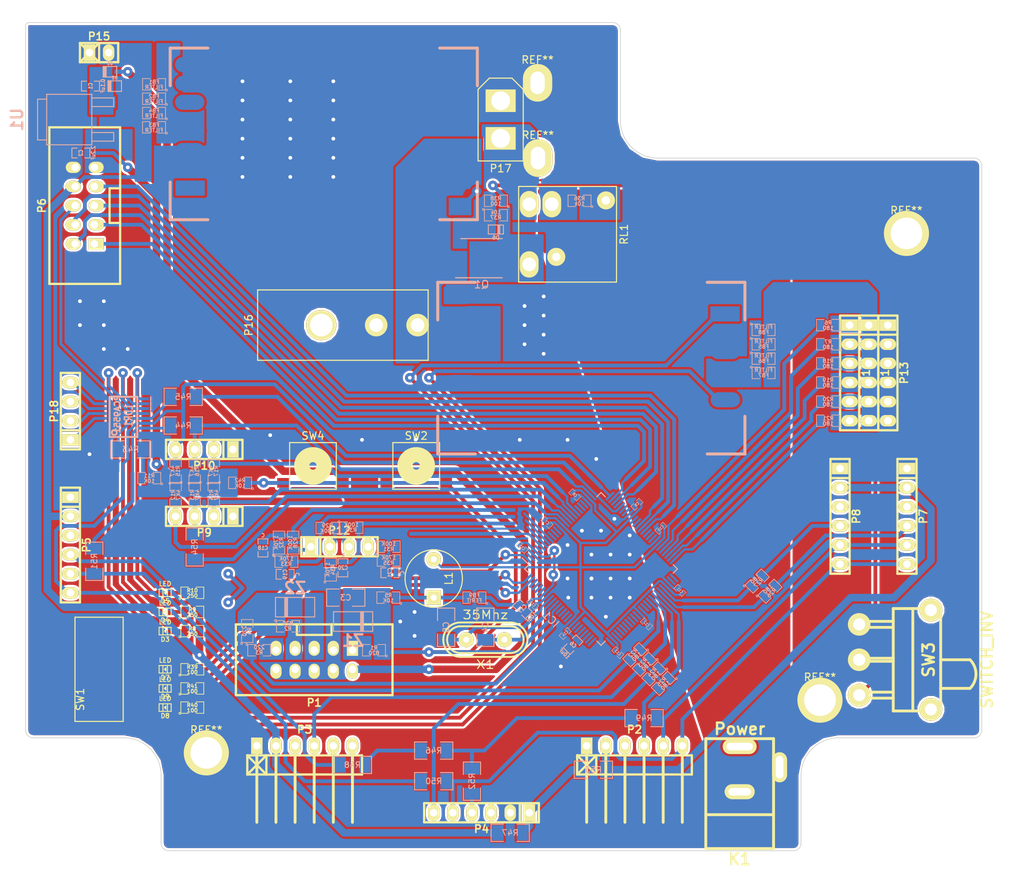
<source format=kicad_pcb>
(kicad_pcb (version 4) (host pcbnew 4.0.1-stable)
  (layers (0 F.Cu signal) (31 B.Cu signal) (34 B.Paste user) (35 F.Paste user) (36 B.SilkS user) (37 F.SilkS user) (38 B.Mask user) (39 F.Mask user) (44 Edge.Cuts user))
  (net 0 "")
  (net 1 "Net-(C1-Pad1)")
  (net 2 GND)
  (net 3 +3v3)
  (net 4 CLK_PDI)
  (net 5 "Net-(C10-Pad2)")
  (net 6 "Net-(C15-Pad2)")
  (net 7 5Vin)
  (net 8 5Vout)
  (net 9 "Net-(IC1-Pad1)")
  (net 10 "Net-(IC1-Pad2)")
  (net 11 "Net-(IC1-Pad21)")
  (net 12 "Net-(IC1-Pad22)")
  (net 13 "Net-(IC1-Pad35)")
  (net 14 "Net-(IC1-Pad36)")
  (net 15 "Net-(IC1-Pad40)")
  (net 16 "Net-(IC1-Pad49)")
  (net 17 "Net-(IC1-Pad50)")
  (net 18 "Net-(IC1-Pad51)")
  (net 19 "Net-(IC1-Pad52)")
  (net 20 "Net-(IC1-Pad55)")
  (net 21 "Net-(IC1-Pad56)")
  (net 22 "Net-(IC1-Pad10)")
  (net 23 "Net-(IC1-Pad11)")
  (net 24 "Net-(IC1-Pad59)")
  (net 25 "Net-(IC1-Pad12)")
  (net 26 "Net-(IC1-Pad32)")
  (net 27 "Net-(IC1-Pad45)")
  (net 28 "Net-(IC1-Pad46)")
  (net 29 "Net-(IC1-Pad60)")
  (net 30 "Net-(IC1-Pad61)")
  (net 31 "Net-(IC1-Pad62)")
  (net 32 "Net-(IC1-Pad65)")
  (net 33 "Net-(IC1-Pad66)")
  (net 34 "Net-(IC1-Pad67)")
  (net 35 "Net-(IC1-Pad68)")
  (net 36 "Net-(IC1-Pad69)")
  (net 37 "Net-(IC1-Pad70)")
  (net 38 "Net-(IC1-Pad71)")
  (net 39 "Net-(IC1-Pad72)")
  (net 40 "Net-(IC1-Pad75)")
  (net 41 "Net-(IC1-Pad76)")
  (net 42 "Net-(IC1-Pad77)")
  (net 43 "Net-(IC1-Pad78)")
  (net 44 "Net-(IC1-Pad79)")
  (net 45 "Net-(IC1-Pad80)")
  (net 46 "Net-(IC1-Pad81)")
  (net 47 "Net-(IC1-Pad82)")
  (net 48 "Net-(IC1-Pad85)")
  (net 49 "Net-(IC1-Pad86)")
  (net 50 "Net-(IC1-Pad87)")
  (net 51 "Net-(IC1-Pad88)")
  (net 52 DT_PDI)
  (net 53 Light)
  (net 54 "Net-(P1-Pad9)")
  (net 55 "Net-(P1-Pad7)")
  (net 56 "Net-(P1-Pad1)")
  (net 57 "Net-(P1-Pad5)")
  (net 58 INT_A_0)
  (net 59 INT_B_0)
  (net 60 INT_A_1)
  (net 61 INT_B_1)
  (net 62 MTR_1)
  (net 63 "Net-(R2-Pad1)")
  (net 64 SW1)
  (net 65 SW0)
  (net 66 "Net-(IC1-Pad95)")
  (net 67 "Net-(IC1-Pad96)")
  (net 68 MTR_0)
  (net 69 "Net-(C4-Pad1)")
  (net 70 "Net-(C5-Pad1)")
  (net 71 "Net-(D3-Pad2)")
  (net 72 "Net-(D4-Pad2)")
  (net 73 "Net-(D5-Pad2)")
  (net 74 "Net-(P2-Pad3)")
  (net 75 sens0int)
  (net 76 "Net-(P3-Pad3)")
  (net 77 sens1int)
  (net 78 "Net-(P4-Pad3)")
  (net 79 speed_up)
  (net 80 "Net-(P5-Pad3)")
  (net 81 "Net-(P7-Pad3)")
  (net 82 "Net-(P8-Pad3)")
  (net 83 INT_0)
  (net 84 INT_1)
  (net 85 sens4int)
  (net 86 sens3int)
  (net 87 sens2int)
  (net 88 RST)
  (net 89 I2C_1+)
  (net 90 I2C_1-)
  (net 91 I2C_0+)
  (net 92 I2C_0-)
  (net 93 "Net-(P11-Pad1)")
  (net 94 "Net-(P11-Pad2)")
  (net 95 "Net-(P11-Pad3)")
  (net 96 "Net-(P11-Pad4)")
  (net 97 "Net-(P11-Pad5)")
  (net 98 "Net-(P11-Pad6)")
  (net 99 ADC_0)
  (net 100 ADC_1)
  (net 101 ADC_2)
  (net 102 ADC_3)
  (net 103 "Net-(FB1-Pad1)")
  (net 104 "Net-(S1-Pad3)")
  (net 105 +12V)
  (net 106 "Net-(S1-Pad4)")
  (net 107 "Net-(FB5-Pad1)")
  (net 108 +6Vout)
  (net 109 "Net-(P17-Pad2)")
  (net 110 "Net-(K1-Pad3)")
  (net 111 "Net-(R36-Pad1)")
  (net 112 "Net-(D6-Pad1)")
  (net 113 "Net-(D6-Pad2)")
  (net 114 ON/OFF)
  (net 115 "Net-(IC1-Pad41)")
  (net 116 "Net-(IC1-Pad42)")
  (net 117 "Net-(IC1-Pad47)")
  (net 118 "Net-(IC1-Pad48)")
  (net 119 "Net-(IC1-Pad57)")
  (net 120 "Net-(IC1-Pad58)")
  (net 121 "Net-(LDR1-Pad4)")
  (net 122 "Net-(LDR1-Pad5)")
  (net 123 "Net-(LDR1-Pad6)")
  (net 124 "Net-(LDR1-Pad7)")
  (net 125 "Net-(IC1-Pad18)")
  (net 126 "Net-(IC1-Pad97)")
  (net 127 "Net-(IC1-Pad98)")
  (net 128 "Net-(IC1-Pad99)")
  (net 129 "Net-(IC1-Pad100)")
  (net 130 "Net-(IC1-Pad31)")
  (net 131 "Net-(IC1-Pad30)")
  (net 132 "Net-(IC1-Pad5)")
  (net 133 "Net-(IC1-Pad20)")
  (net 134 "Net-(D3-Pad1)")
  (net 135 "Net-(D4-Pad1)")
  (net 136 "Net-(D5-Pad1)")
  (net 137 "Net-(D7-Pad1)")
  (net 138 SW4)
  (net 139 "Net-(D8-Pad1)")
  (net 140 SW3)
  (net 141 "Net-(D9-Pad1)")
  (net 142 SW2)
  (net 143 "Net-(P4-Pad4)")
  (net 144 "Net-(R11-Pad2)")
  (net 145 "Net-(P2-Pad2)")
  (net 146 "Net-(P4-Pad1)")
  (net 147 "Net-(IC1-Pad25)")
  (net 148 "Net-(P2-Pad5)")
  (net 149 "Net-(R46-Pad1)")
  (net 150 "Net-(R46-Pad2)")
  (net 151 "Net-(P3-Pad5)")
  (net 152 "Net-(P2-Pad6)")
  (net 153 "Net-(P9-Pad3)")
  (net 154 "Net-(P12-Pad1)")
  (net 155 "Net-(P12-Pad2)")
  (net 156 "Net-(P12-Pad3)")
  (net 157 "Net-(P12-Pad4)")
  (module myfootprint:TQFP-100_14x14mm_Pitch0.5mm (layer B.Cu) (at 138.43 115.57 315)
    (fp_text reference IC1 (at 0 9.45 315) (layer B.SilkS) (effects (justify mirror)))
    (fp_text value ATXMEGA64A1-A)
    (pad 1 smd rect (at -7.7 6 315) (size 1.5 0.3) (layers B.Cu B.Paste B.Mask) (net 9 "Net-(IC1-Pad1)"))
    (pad 2 smd rect (at -7.7 5.5 315) (size 1.5 0.3) (layers B.Cu B.Paste B.Mask) (net 10 "Net-(IC1-Pad2)"))
    (pad 3 smd rect (at -7.7 5 315) (size 1.5 0.3) (layers B.Cu B.Paste B.Mask) (net 2 GND))
    (pad 4 smd rect (at -7.7 4.5 315) (size 1.5 0.3) (layers B.Cu B.Paste B.Mask) (net 6 "Net-(C15-Pad2)"))
    (pad 5 smd rect (at -7.7 4 315) (size 1.5 0.3) (layers B.Cu B.Paste B.Mask) (net 132 "Net-(IC1-Pad5)"))
    (pad 6 smd rect (at -7.7 3.5 315) (size 1.5 0.3) (layers B.Cu B.Paste B.Mask) (net 99 ADC_0))
    (pad 7 smd rect (at -7.7 3 315) (size 1.5 0.3) (layers B.Cu B.Paste B.Mask) (net 100 ADC_1))
    (pad 8 smd rect (at -7.7 2.5 315) (size 1.5 0.3) (layers B.Cu B.Paste B.Mask) (net 101 ADC_2))
    (pad 9 smd rect (at -7.7 2 315) (size 1.5 0.3) (layers B.Cu B.Paste B.Mask) (net 102 ADC_3))
    (pad 10 smd rect (at -7.7 1.5 315) (size 1.5 0.3) (layers B.Cu B.Paste B.Mask) (net 22 "Net-(IC1-Pad10)"))
    (pad 11 smd rect (at -7.7 1 315) (size 1.5 0.3) (layers B.Cu B.Paste B.Mask) (net 23 "Net-(IC1-Pad11)"))
    (pad 12 smd rect (at -7.7 0.5 315) (size 1.5 0.3) (layers B.Cu B.Paste B.Mask) (net 25 "Net-(IC1-Pad12)"))
    (pad 13 smd rect (at -7.7 0 315) (size 1.5 0.3) (layers B.Cu B.Paste B.Mask) (net 2 GND))
    (pad 14 smd rect (at -7.7 -0.5 315) (size 1.5 0.3) (layers B.Cu B.Paste B.Mask) (net 5 "Net-(C10-Pad2)"))
    (pad 15 smd rect (at -7.7 -1 315) (size 1.5 0.3) (layers B.Cu B.Paste B.Mask) (net 89 I2C_1+))
    (pad 16 smd rect (at -7.7 -1.5 315) (size 1.5 0.3) (layers B.Cu B.Paste B.Mask) (net 90 I2C_1-))
    (pad 17 smd rect (at -7.7 -2 315) (size 1.5 0.3) (layers B.Cu B.Paste B.Mask) (net 84 INT_1))
    (pad 18 smd rect (at -7.7 -2.5 315) (size 1.5 0.3) (layers B.Cu B.Paste B.Mask) (net 125 "Net-(IC1-Pad18)"))
    (pad 19 smd rect (at -7.7 -3 315) (size 1.5 0.3) (layers B.Cu B.Paste B.Mask) (net 83 INT_0))
    (pad 20 smd rect (at -7.7 -3.5 315) (size 1.5 0.3) (layers B.Cu B.Paste B.Mask) (net 133 "Net-(IC1-Pad20)"))
    (pad 21 smd rect (at -7.7 -4 315) (size 1.5 0.3) (layers B.Cu B.Paste B.Mask) (net 11 "Net-(IC1-Pad21)"))
    (pad 22 smd rect (at -7.7 -4.5 315) (size 1.5 0.3) (layers B.Cu B.Paste B.Mask) (net 12 "Net-(IC1-Pad22)"))
    (pad 23 smd rect (at -7.7 -5 315) (size 1.5 0.3) (layers B.Cu B.Paste B.Mask) (net 2 GND))
    (pad 24 smd rect (at -7.7 -5.5 315) (size 1.5 0.3) (layers B.Cu B.Paste B.Mask) (net 5 "Net-(C10-Pad2)"))
    (pad 25 smd rect (at -7.7 -6 315) (size 1.5 0.3) (layers B.Cu B.Paste B.Mask) (net 147 "Net-(IC1-Pad25)"))
    (pad 26 smd rect (at -6 -7.7 225) (size 1.5 0.3) (layers B.Cu B.Paste B.Mask) (net 92 I2C_0-))
    (pad 27 smd rect (at -5.5 -7.7 225) (size 1.5 0.3) (layers B.Cu B.Paste B.Mask) (net 59 INT_B_0))
    (pad 28 smd rect (at -5 -7.7 225) (size 1.5 0.3) (layers B.Cu B.Paste B.Mask) (net 58 INT_A_0))
    (pad 29 smd rect (at -4.5 -7.7 225) (size 1.5 0.3) (layers B.Cu B.Paste B.Mask) (net 68 MTR_0))
    (pad 30 smd rect (at -4 -7.7 225) (size 1.5 0.3) (layers B.Cu B.Paste B.Mask) (net 131 "Net-(IC1-Pad30)"))
    (pad 31 smd rect (at -3.5 -7.7 225) (size 1.5 0.3) (layers B.Cu B.Paste B.Mask) (net 130 "Net-(IC1-Pad31)"))
    (pad 32 smd rect (at -3 -7.7 225) (size 1.5 0.3) (layers B.Cu B.Paste B.Mask) (net 26 "Net-(IC1-Pad32)"))
    (pad 33 smd rect (at -2.5 -7.7 225) (size 1.5 0.3) (layers B.Cu B.Paste B.Mask) (net 2 GND))
    (pad 34 smd rect (at -2 -7.7 225) (size 1.5 0.3) (layers B.Cu B.Paste B.Mask) (net 5 "Net-(C10-Pad2)"))
    (pad 35 smd rect (at -1.5 -7.7 225) (size 1.5 0.3) (layers B.Cu B.Paste B.Mask) (net 13 "Net-(IC1-Pad35)"))
    (pad 36 smd rect (at -1 -7.7 225) (size 1.5 0.3) (layers B.Cu B.Paste B.Mask) (net 14 "Net-(IC1-Pad36)"))
    (pad 37 smd rect (at -0.5 -7.7 225) (size 1.5 0.3) (layers B.Cu B.Paste B.Mask) (net 61 INT_B_1))
    (pad 38 smd rect (at 0 -7.7 225) (size 1.5 0.3) (layers B.Cu B.Paste B.Mask) (net 62 MTR_1))
    (pad 39 smd rect (at 0.5 -7.7 225) (size 1.5 0.3) (layers B.Cu B.Paste B.Mask) (net 60 INT_A_1))
    (pad 40 smd rect (at 1 -7.7 225) (size 1.5 0.3) (layers B.Cu B.Paste B.Mask) (net 15 "Net-(IC1-Pad40)"))
    (pad 41 smd rect (at 1.5 -7.7 225) (size 1.5 0.3) (layers B.Cu B.Paste B.Mask) (net 115 "Net-(IC1-Pad41)"))
    (pad 42 smd rect (at 2 -7.7 225) (size 1.5 0.3) (layers B.Cu B.Paste B.Mask) (net 116 "Net-(IC1-Pad42)"))
    (pad 43 smd rect (at 2.5 -7.7 225) (size 1.5 0.3) (layers B.Cu B.Paste B.Mask) (net 2 GND))
    (pad 44 smd rect (at 3 -7.7 225) (size 1.5 0.3) (layers B.Cu B.Paste B.Mask) (net 5 "Net-(C10-Pad2)"))
    (pad 45 smd rect (at 3.5 -7.7 225) (size 1.5 0.3) (layers B.Cu B.Paste B.Mask) (net 27 "Net-(IC1-Pad45)"))
    (pad 46 smd rect (at 4 -7.7 225) (size 1.5 0.3) (layers B.Cu B.Paste B.Mask) (net 28 "Net-(IC1-Pad46)"))
    (pad 47 smd rect (at 4.5 -7.7 225) (size 1.5 0.3) (layers B.Cu B.Paste B.Mask) (net 117 "Net-(IC1-Pad47)"))
    (pad 48 smd rect (at 5 -7.7 225) (size 1.5 0.3) (layers B.Cu B.Paste B.Mask) (net 118 "Net-(IC1-Pad48)"))
    (pad 49 smd rect (at 5.5 -7.7 225) (size 1.5 0.3) (layers B.Cu B.Paste B.Mask) (net 16 "Net-(IC1-Pad49)"))
    (pad 50 smd rect (at 6 -7.7 225) (size 1.5 0.3) (layers B.Cu B.Paste B.Mask) (net 17 "Net-(IC1-Pad50)"))
    (pad 51 smd rect (at 7.7 -6 315) (size 1.5 0.3) (layers B.Cu B.Paste B.Mask) (net 18 "Net-(IC1-Pad51)"))
    (pad 52 smd rect (at 7.7 -5.5 315) (size 1.5 0.3) (layers B.Cu B.Paste B.Mask) (net 19 "Net-(IC1-Pad52)"))
    (pad 53 smd rect (at 7.7 -5 315) (size 1.5 0.3) (layers B.Cu B.Paste B.Mask) (net 2 GND))
    (pad 54 smd rect (at 7.7 -4.5 315) (size 1.5 0.3) (layers B.Cu B.Paste B.Mask) (net 5 "Net-(C10-Pad2)"))
    (pad 55 smd rect (at 7.7 -4 315) (size 1.5 0.3) (layers B.Cu B.Paste B.Mask) (net 20 "Net-(IC1-Pad55)"))
    (pad 56 smd rect (at 7.7 -3.5 315) (size 1.5 0.3) (layers B.Cu B.Paste B.Mask) (net 21 "Net-(IC1-Pad56)"))
    (pad 57 smd rect (at 7.7 -3 315) (size 1.5 0.3) (layers B.Cu B.Paste B.Mask) (net 119 "Net-(IC1-Pad57)"))
    (pad 58 smd rect (at 7.7 -2.5 315) (size 1.5 0.3) (layers B.Cu B.Paste B.Mask) (net 120 "Net-(IC1-Pad58)"))
    (pad 59 smd rect (at 7.7 -2 315) (size 1.5 0.3) (layers B.Cu B.Paste B.Mask) (net 24 "Net-(IC1-Pad59)"))
    (pad 60 smd rect (at 7.7 -1.5 315) (size 1.5 0.3) (layers B.Cu B.Paste B.Mask) (net 29 "Net-(IC1-Pad60)"))
    (pad 61 smd rect (at 7.7 -1 315) (size 1.5 0.3) (layers B.Cu B.Paste B.Mask) (net 30 "Net-(IC1-Pad61)"))
    (pad 62 smd rect (at 7.7 -0.5 315) (size 1.5 0.3) (layers B.Cu B.Paste B.Mask) (net 31 "Net-(IC1-Pad62)"))
    (pad 63 smd rect (at 7.7 0 315) (size 1.5 0.3) (layers B.Cu B.Paste B.Mask) (net 2 GND))
    (pad 64 smd rect (at 7.7 0.5 315) (size 1.5 0.3) (layers B.Cu B.Paste B.Mask) (net 5 "Net-(C10-Pad2)"))
    (pad 65 smd rect (at 7.7 1 315) (size 1.5 0.3) (layers B.Cu B.Paste B.Mask) (net 32 "Net-(IC1-Pad65)"))
    (pad 66 smd rect (at 7.7 1.5 315) (size 1.5 0.3) (layers B.Cu B.Paste B.Mask) (net 33 "Net-(IC1-Pad66)"))
    (pad 67 smd rect (at 7.7 2 315) (size 1.5 0.3) (layers B.Cu B.Paste B.Mask) (net 34 "Net-(IC1-Pad67)"))
    (pad 68 smd rect (at 7.7 2.5 315) (size 1.5 0.3) (layers B.Cu B.Paste B.Mask) (net 35 "Net-(IC1-Pad68)"))
    (pad 69 smd rect (at 7.7 3 315) (size 1.5 0.3) (layers B.Cu B.Paste B.Mask) (net 36 "Net-(IC1-Pad69)"))
    (pad 70 smd rect (at 7.7 3.5 315) (size 1.5 0.3) (layers B.Cu B.Paste B.Mask) (net 37 "Net-(IC1-Pad70)"))
    (pad 71 smd rect (at 7.7 4 315) (size 1.5 0.3) (layers B.Cu B.Paste B.Mask) (net 38 "Net-(IC1-Pad71)"))
    (pad 72 smd rect (at 7.7 4.5 315) (size 1.5 0.3) (layers B.Cu B.Paste B.Mask) (net 39 "Net-(IC1-Pad72)"))
    (pad 73 smd rect (at 7.7 5 315) (size 1.5 0.3) (layers B.Cu B.Paste B.Mask) (net 2 GND))
    (pad 74 smd rect (at 7.7 5.5 315) (size 1.5 0.3) (layers B.Cu B.Paste B.Mask) (net 5 "Net-(C10-Pad2)"))
    (pad 75 smd rect (at 7.7 6 315) (size 1.5 0.3) (layers B.Cu B.Paste B.Mask) (net 40 "Net-(IC1-Pad75)"))
    (pad 76 smd rect (at 6 7.7 225) (size 1.5 0.3) (layers B.Cu B.Paste B.Mask) (net 41 "Net-(IC1-Pad76)"))
    (pad 77 smd rect (at 5.5 7.7 225) (size 1.5 0.3) (layers B.Cu B.Paste B.Mask) (net 42 "Net-(IC1-Pad77)"))
    (pad 78 smd rect (at 5 7.7 225) (size 1.5 0.3) (layers B.Cu B.Paste B.Mask) (net 43 "Net-(IC1-Pad78)"))
    (pad 79 smd rect (at 4.5 7.7 225) (size 1.5 0.3) (layers B.Cu B.Paste B.Mask) (net 44 "Net-(IC1-Pad79)"))
    (pad 80 smd rect (at 4 7.7 225) (size 1.5 0.3) (layers B.Cu B.Paste B.Mask) (net 45 "Net-(IC1-Pad80)"))
    (pad 81 smd rect (at 3.5 7.7 225) (size 1.5 0.3) (layers B.Cu B.Paste B.Mask) (net 46 "Net-(IC1-Pad81)"))
    (pad 82 smd rect (at 3 7.7 225) (size 1.5 0.3) (layers B.Cu B.Paste B.Mask) (net 47 "Net-(IC1-Pad82)"))
    (pad 83 smd rect (at 2.5 7.7 225) (size 1.5 0.3) (layers B.Cu B.Paste B.Mask) (net 5 "Net-(C10-Pad2)"))
    (pad 84 smd rect (at 2 7.7 225) (size 1.5 0.3) (layers B.Cu B.Paste B.Mask) (net 2 GND))
    (pad 85 smd rect (at 1.5 7.7 225) (size 1.5 0.3) (layers B.Cu B.Paste B.Mask) (net 48 "Net-(IC1-Pad85)"))
    (pad 86 smd rect (at 1 7.7 225) (size 1.5 0.3) (layers B.Cu B.Paste B.Mask) (net 49 "Net-(IC1-Pad86)"))
    (pad 87 smd rect (at 0.5 7.7 225) (size 1.5 0.3) (layers B.Cu B.Paste B.Mask) (net 50 "Net-(IC1-Pad87)"))
    (pad 88 smd rect (at 0 7.7 225) (size 1.5 0.3) (layers B.Cu B.Paste B.Mask) (net 51 "Net-(IC1-Pad88)"))
    (pad 89 smd rect (at -0.5 7.7 225) (size 1.5 0.3) (layers B.Cu B.Paste B.Mask) (net 52 DT_PDI))
    (pad 90 smd rect (at -1 7.7 225) (size 1.5 0.3) (layers B.Cu B.Paste B.Mask) (net 4 CLK_PDI))
    (pad 91 smd rect (at -1.5 7.7 225) (size 1.5 0.3) (layers B.Cu B.Paste B.Mask) (net 69 "Net-(C4-Pad1)"))
    (pad 92 smd rect (at -2 7.7 225) (size 1.5 0.3) (layers B.Cu B.Paste B.Mask) (net 70 "Net-(C5-Pad1)"))
    (pad 93 smd rect (at -2.5 7.7 225) (size 1.5 0.3) (layers B.Cu B.Paste B.Mask) (net 2 GND))
    (pad 94 smd rect (at -3 7.7 225) (size 1.5 0.3) (layers B.Cu B.Paste B.Mask) (net 6 "Net-(C15-Pad2)"))
    (pad 95 smd rect (at -3.5 7.7 225) (size 1.5 0.3) (layers B.Cu B.Paste B.Mask) (net 66 "Net-(IC1-Pad95)"))
    (pad 96 smd rect (at -4 7.7 225) (size 1.5 0.3) (layers B.Cu B.Paste B.Mask) (net 67 "Net-(IC1-Pad96)"))
    (pad 97 smd rect (at -4.5 7.7 225) (size 1.5 0.3) (layers B.Cu B.Paste B.Mask) (net 126 "Net-(IC1-Pad97)"))
    (pad 98 smd rect (at -5 7.7 225) (size 1.5 0.3) (layers B.Cu B.Paste B.Mask) (net 127 "Net-(IC1-Pad98)"))
    (pad 99 smd rect (at -5.5 7.7 225) (size 1.5 0.3) (layers B.Cu B.Paste B.Mask) (net 128 "Net-(IC1-Pad99)"))
    (pad 100 smd rect (at -6 7.7 225) (size 1.5 0.3) (layers B.Cu B.Paste B.Mask) (net 129 "Net-(IC1-Pad100)"))
  )
  (module myfootprint:UBEC_5A (layer B.Cu) (at 137.14 88.9)
    (fp_text reference S2)
    (fp_text value "UBEC(5A)")
    (pad 5 smd rect (at 17.75 -9.7) (size 3.9 2) (layers B.Cu B.Paste B.Mask) (net 2 GND))
    (pad 5 smd oval (at 17.8 9.2) (size 3.9 2) (layers B.Cu B.Paste B.Mask) (net 2 GND))
    (pad 5 smd oval (at 17.8 6.7) (size 3.9 2) (layers B.Cu B.Paste B.Mask) (net 2 GND))
    (pad 3 smd oval (at 17.8 4.2) (size 3.9 2) (layers B.Cu B.Paste B.Mask) (net 65 SW0))
    (pad 5 smd oval (at 17.8 -2.2) (size 3.9 2) (layers B.Cu B.Paste B.Mask) (net 2 GND))
    (pad 2 smd oval (at 17.8 0.4) (size 3.9 2) (layers B.Cu B.Paste B.Mask) (net 107 "Net-(FB5-Pad1)"))
    (pad 1 smd oval (at -17.3 -2.1) (size 4.5 2.2) (layers B.Cu B.Paste B.Mask) (net 105 +12V))
    (pad 5 smd rect (at 4.4 9.5) (size 3 2.3) (layers B.Cu B.Paste B.Mask) (net 2 GND))
    (pad 5 smd rect (at -18.1 -9.65) (size 3 2.3) (layers B.Cu B.Paste B.Mask) (net 2 GND))
    (pad 5 smd rect (at -18.1 9.5) (size 3 2.3) (layers B.Cu B.Paste B.Mask) (net 2 GND))
    (pad 5 smd rect (at 4.4 -9.65) (size 3 2.3) (layers B.Cu B.Paste B.Mask) (net 2 GND))
    (pad 5 smd oval (at -17.3 2) (size 4.5 2.2) (layers B.Cu B.Paste B.Mask) (net 2 GND))
    (pad 4 smd rect (at 17.75 -7.2) (size 3.9 2) (layers B.Cu B.Paste B.Mask) (net 64 SW1))
  )
  (module libcms:TSSOP16 (layer B.Cu) (at 74.93 95.25 90)
    (fp_text reference LDR1 (at 0 0.7493 90) (layer B.SilkS) (effects (font (size 1.016 0.762) (thickness 0.1905)) (justify mirror)))
    (fp_text value PCA9551 (at 0.24892 -0.7493 90) (layer B.SilkS) (effects (font (size 0.762 0.762) (thickness 0.1905)) (justify mirror)))
    (pad 1 smd rect (at -2.27584 -2.79908 90) (size 0.381 1.27) (layers B.Cu B.Paste B.Mask) (net 2 GND))
    (pad 2 smd rect (at -1.6256 -2.79908 90) (size 0.381 1.27) (layers B.Cu B.Paste B.Mask) (net 2 GND))
    (pad 3 smd rect (at -0.97536 -2.79908 90) (size 0.381 1.27) (layers B.Cu B.Paste B.Mask) (net 2 GND))
    (pad 4 smd rect (at -0.32512 -2.79908 90) (size 0.381 1.27) (layers B.Cu B.Paste B.Mask) (net 121 "Net-(LDR1-Pad4)"))
    (pad 5 smd rect (at 0.32512 -2.79908 90) (size 0.381 1.27) (layers B.Cu B.Paste B.Mask) (net 122 "Net-(LDR1-Pad5)"))
    (pad 6 smd rect (at 0.97536 -2.79908 90) (size 0.381 1.27) (layers B.Cu B.Paste B.Mask) (net 123 "Net-(LDR1-Pad6)"))
    (pad 7 smd rect (at 1.6256 -2.79908 90) (size 0.381 1.27) (layers B.Cu B.Paste B.Mask) (net 124 "Net-(LDR1-Pad7)"))
    (pad 8 smd rect (at 2.27584 -2.79908 90) (size 0.381 1.27) (layers B.Cu B.Paste B.Mask) (net 2 GND))
    (pad 9 smd rect (at 2.27584 2.79908 90) (size 0.381 1.27) (layers B.Cu B.Paste B.Mask) (net 73 "Net-(D5-Pad2)"))
    (pad 10 smd rect (at 1.6256 2.79908 90) (size 0.381 1.27) (layers B.Cu B.Paste B.Mask) (net 72 "Net-(D4-Pad2)"))
    (pad 11 smd rect (at 0.97536 2.79908 90) (size 0.381 1.27) (layers B.Cu B.Paste B.Mask) (net 71 "Net-(D3-Pad2)"))
    (pad 12 smd rect (at 0.32512 2.79908 90) (size 0.381 1.27) (layers B.Cu B.Paste B.Mask) (net 53 Light))
    (pad 13 smd rect (at -0.32512 2.79908 90) (size 0.381 1.27) (layers B.Cu B.Paste B.Mask) (net 88 RST))
    (pad 14 smd rect (at -0.97536 2.79908 90) (size 0.381 1.27) (layers B.Cu B.Paste B.Mask) (net 92 I2C_0-))
    (pad 15 smd rect (at -1.6256 2.79908 90) (size 0.381 1.27) (layers B.Cu B.Paste B.Mask) (net 91 I2C_0+))
    (pad 16 smd rect (at -2.27584 2.79908 90) (size 0.381 1.27) (layers B.Cu B.Paste B.Mask) (net 3 +3v3))
  )
  (module libcms:SM0805 (layer B.Cu) (at 90.4875 104.14 180)
    (fp_text reference R42 (at 0 0.3175 180) (layer B.SilkS) (effects (font (size 0.50038 0.50038) (thickness 0.10922)) (justify mirror)))
    (fp_text value 10K (at 0 -0.381 180) (layer B.SilkS) (effects (font (size 0.50038 0.50038) (thickness 0.10922)) (justify mirror)))
    (pad 1 smd rect (at -0.9525 0 180) (size 0.889 1.397) (layers B.Cu B.Paste B.Mask) (net 125 "Net-(IC1-Pad18)"))
    (pad 2 smd rect (at 0.9525 0 180) (size 0.889 1.397) (layers B.Cu B.Paste B.Mask) (net 3 +3v3))
  )
  (module w_pin_strip:pin_strip_6 (layer F.Cu) (at 179.07 108.585 270)
    (fp_text reference P7 (at 0 -2.159 270) (layer F.SilkS) (effects (font (size 1.016 1.016) (thickness 0.2032))))
    (fp_text value Sens0 hide)
    (pad 1 thru_hole rect (at -6.35 0 270) (size 1.524 2.19964) (drill 1.00076) (layers *.Cu *.Mask F.SilkS) (net 2 GND))
    (pad 2 thru_hole oval (at -3.81 0 270) (size 1.524 2.19964) (drill 1.00076) (layers *.Cu *.Mask F.SilkS) (net 145 "Net-(P2-Pad2)"))
    (pad 3 thru_hole oval (at -1.27 0 270) (size 1.524 2.19964) (drill 1.00076) (layers *.Cu *.Mask F.SilkS) (net 81 "Net-(P7-Pad3)"))
    (pad 4 thru_hole oval (at 1.27 0 270) (size 1.524 2.19964) (drill 1.00076) (layers *.Cu *.Mask F.SilkS) (net 75 sens0int))
    (pad 5 thru_hole oval (at 3.81 0 270) (size 1.524 2.19964) (drill 1.00076) (layers *.Cu *.Mask F.SilkS) (net 148 "Net-(P2-Pad5)"))
    (pad 6 thru_hole oval (at 6.35 0 270) (size 1.524 2.19964) (drill 1.00076) (layers *.Cu *.Mask F.SilkS) (net 152 "Net-(P2-Pad6)"))
  )
  (module w_pin_strip:pin_strip_6 (layer F.Cu) (at 170.18 108.585 270)
    (fp_text reference P8 (at 0 -2.159 270) (layer F.SilkS) (effects (font (size 1.016 1.016) (thickness 0.2032))))
    (fp_text value Sens1 hide)
    (pad 1 thru_hole rect (at -6.35 0 270) (size 1.524 2.19964) (drill 1.00076) (layers *.Cu *.Mask F.SilkS) (net 2 GND))
    (pad 2 thru_hole oval (at -3.81 0 270) (size 1.524 2.19964) (drill 1.00076) (layers *.Cu *.Mask F.SilkS) (net 145 "Net-(P2-Pad2)"))
    (pad 3 thru_hole oval (at -1.27 0 270) (size 1.524 2.19964) (drill 1.00076) (layers *.Cu *.Mask F.SilkS) (net 82 "Net-(P8-Pad3)"))
    (pad 4 thru_hole oval (at 1.27 0 270) (size 1.524 2.19964) (drill 1.00076) (layers *.Cu *.Mask F.SilkS) (net 77 sens1int))
    (pad 5 thru_hole oval (at 3.81 0 270) (size 1.524 2.19964) (drill 1.00076) (layers *.Cu *.Mask F.SilkS) (net 148 "Net-(P2-Pad5)"))
    (pad 6 thru_hole oval (at 6.35 0 270) (size 1.524 2.19964) (drill 1.00076) (layers *.Cu *.Mask F.SilkS) (net 152 "Net-(P2-Pad6)"))
  )
  (module libcms:SM0805 (layer B.Cu) (at 160.870481 118.529519 45)
    (fp_text reference R26 (at 0 0.3175 45) (layer B.SilkS) (effects (font (size 0.50038 0.50038) (thickness 0.10922)) (justify mirror)))
    (fp_text value 180 (at 0 -0.381 45) (layer B.SilkS) (effects (font (size 0.50038 0.50038) (thickness 0.10922)) (justify mirror)))
    (pad 1 smd rect (at -0.9525 0 45) (size 0.889 1.397) (layers B.Cu B.Paste B.Mask) (net 21 "Net-(IC1-Pad56)"))
    (pad 2 smd rect (at 0.9525 0 45) (size 0.889 1.397) (layers B.Cu B.Paste B.Mask) (net 75 sens0int))
  )
  (module w_pin_strip:pin_strip_6-90 (layer F.Cu) (at 99.06 139.065)
    (fp_text reference P3 (at 0 -2.159) (layer F.SilkS) (effects (font (size 1.016 1.016) (thickness 0.2032))))
    (fp_text value Sens2 hide)
    (pad 1 thru_hole rect (at -6.35 0) (size 1.524 2.19964) (drill 1.00076) (layers *.Cu *.Mask F.SilkS) (net 2 GND))
    (pad 2 thru_hole oval (at -3.81 0) (size 1.524 2.19964) (drill 1.00076) (layers *.Cu *.Mask F.SilkS) (net 8 5Vout))
    (pad 3 thru_hole oval (at -1.27 0) (size 1.524 2.19964) (drill 1.00076) (layers *.Cu *.Mask F.SilkS) (net 76 "Net-(P3-Pad3)"))
    (pad 4 thru_hole oval (at 1.27 0) (size 1.524 2.19964) (drill 1.00076) (layers *.Cu *.Mask F.SilkS) (net 87 sens2int))
    (pad 5 thru_hole oval (at 3.81 0) (size 1.524 2.19964) (drill 1.00076) (layers *.Cu *.Mask F.SilkS) (net 151 "Net-(P3-Pad5)"))
    (pad 6 thru_hole oval (at 6.35 0) (size 1.524 2.19964) (drill 1.00076) (layers *.Cu *.Mask F.SilkS) (net 92 I2C_0-))
  )
  (module libcms:SM1206 (layer B.Cu) (at 117.856 123.317 90)
    (fp_text reference C5 (at 0 0 90) (layer B.SilkS) (effects (font (size 0.762 0.762) (thickness 0.127)) (justify mirror)))
    (fp_text value 22pF hide)
    (pad 1 smd rect (at -1.651 0 90) (size 1.524 2.032) (layers B.Cu B.Paste B.Mask) (net 70 "Net-(C5-Pad1)"))
    (pad 2 smd rect (at 1.651 0 90) (size 1.524 2.032) (layers B.Cu B.Paste B.Mask) (net 2 GND))
  )
  (module libcms:SM1206 (layer B.Cu) (at 123.063 123.317 90)
    (fp_text reference C4 (at 0 0 90) (layer B.SilkS) (effects (font (size 0.762 0.762) (thickness 0.127)) (justify mirror)))
    (fp_text value 22pF hide)
    (pad 1 smd rect (at -1.651 0 90) (size 1.524 2.032) (layers B.Cu B.Paste B.Mask) (net 69 "Net-(C4-Pad1)"))
    (pad 2 smd rect (at 1.651 0 90) (size 1.524 2.032) (layers B.Cu B.Paste B.Mask) (net 2 GND))
  )
  (module w_crystal:crystal_hc-49s (layer F.Cu) (at 123.063 124.968 180)
    (fp_text reference X1 (at 0 -3.302 180) (layer F.SilkS) (effects (font (size 1.143 1.27) (thickness 0.1524))))
    (fp_text value 35Mhz (at 0 3.302 180) (layer F.SilkS) (effects (font (size 1.143 1.27) (thickness 0.1524))))
    (pad 1 thru_hole circle (at -2.54 0 180) (size 1.99898 1.99898) (drill 0.8001) (layers *.Cu *.Mask F.SilkS) (net 69 "Net-(C4-Pad1)"))
    (pad 2 thru_hole circle (at 2.54 0 180) (size 1.99898 1.99898) (drill 0.8001) (layers *.Cu *.Mask F.SilkS) (net 70 "Net-(C5-Pad1)"))
  )
  (module libcms:SM0402 (layer B.Cu) (at 127.952099 112.712099 135)
    (fp_text reference C15 (at 0 0 135) (layer B.SilkS) (effects (font (size 0.35052 0.3048) (thickness 0.07112)) (justify mirror)))
    (fp_text value 100nF hide)
    (pad 1 smd rect (at -0.44958 0 135) (size 0.39878 0.59944) (layers B.Cu B.Paste B.Mask) (net 2 GND))
    (pad 2 smd rect (at 0.44958 0 135) (size 0.39878 0.59944) (layers B.Cu B.Paste B.Mask) (net 6 "Net-(C15-Pad2)"))
  )
  (module libcms:SM0402 (layer B.Cu) (at 131.254099 109.410099 135)
    (fp_text reference C7 (at 0 0 135) (layer B.SilkS) (effects (font (size 0.35052 0.3048) (thickness 0.07112)) (justify mirror)))
    (fp_text value 100nF hide)
    (pad 1 smd rect (at -0.44958 0 135) (size 0.39878 0.59944) (layers B.Cu B.Paste B.Mask) (net 2 GND))
    (pad 2 smd rect (at 0.44958 0 135) (size 0.39878 0.59944) (layers B.Cu B.Paste B.Mask) (net 5 "Net-(C10-Pad2)"))
  )
  (module libcms:SM0402 (layer B.Cu) (at 146.367901 110.172099 45)
    (fp_text reference C10 (at 0 0 45) (layer B.SilkS) (effects (font (size 0.35052 0.3048) (thickness 0.07112)) (justify mirror)))
    (fp_text value 100nF hide)
    (pad 1 smd rect (at -0.44958 0 45) (size 0.39878 0.59944) (layers B.Cu B.Paste B.Mask) (net 2 GND))
    (pad 2 smd rect (at 0.44958 0 45) (size 0.39878 0.59944) (layers B.Cu B.Paste B.Mask) (net 5 "Net-(C10-Pad2)"))
  )
  (module libcms:SM0402 (layer B.Cu) (at 148.907901 118.427901 315)
    (fp_text reference C11 (at 0 0 315) (layer B.SilkS) (effects (font (size 0.35052 0.3048) (thickness 0.07112)) (justify mirror)))
    (fp_text value 100nF hide)
    (pad 1 smd rect (at -0.44958 0 315) (size 0.39878 0.59944) (layers B.Cu B.Paste B.Mask) (net 2 GND))
    (pad 2 smd rect (at 0.44958 0 315) (size 0.39878 0.59944) (layers B.Cu B.Paste B.Mask) (net 5 "Net-(C10-Pad2)"))
  )
  (module libcms:SM0402 (layer B.Cu) (at 140.652901 126.682901 135)
    (fp_text reference C13 (at 0 0 135) (layer B.SilkS) (effects (font (size 0.35052 0.3048) (thickness 0.07112)) (justify mirror)))
    (fp_text value 100nF hide)
    (pad 1 smd rect (at -0.44958 0 135) (size 0.39878 0.59944) (layers B.Cu B.Paste B.Mask) (net 2 GND))
    (pad 2 smd rect (at 0.44958 0 135) (size 0.39878 0.59944) (layers B.Cu B.Paste B.Mask) (net 5 "Net-(C10-Pad2)"))
  )
  (module libcms:SM0402 (layer B.Cu) (at 144.462099 122.872099 135)
    (fp_text reference C12 (at 0 0 135) (layer B.SilkS) (effects (font (size 0.35052 0.3048) (thickness 0.07112)) (justify mirror)))
    (fp_text value 100nF hide)
    (pad 1 smd rect (at -0.44958 0 135) (size 0.39878 0.59944) (layers B.Cu B.Paste B.Mask) (net 2 GND))
    (pad 2 smd rect (at 0.44958 0 135) (size 0.39878 0.59944) (layers B.Cu B.Paste B.Mask) (net 5 "Net-(C10-Pad2)"))
  )
  (module libcms:SM0805 (layer B.Cu) (at 168.5925 88.265 180)
    (fp_text reference R18 (at 0 0.3175 180) (layer B.SilkS) (effects (font (size 0.50038 0.50038) (thickness 0.10922)) (justify mirror)))
    (fp_text value 180 (at 0 -0.381 180) (layer B.SilkS) (effects (font (size 0.50038 0.50038) (thickness 0.10922)) (justify mirror)))
    (pad 1 smd rect (at -0.9525 0 180) (size 0.889 1.397) (layers B.Cu B.Paste B.Mask) (net 95 "Net-(P11-Pad3)"))
    (pad 2 smd rect (at 0.9525 0 180) (size 0.889 1.397) (layers B.Cu B.Paste B.Mask) (net 117 "Net-(IC1-Pad47)"))
  )
  (module libcms:SM0805 (layer B.Cu) (at 168.5925 95.885 180)
    (fp_text reference R21 (at 0 0.3175 180) (layer B.SilkS) (effects (font (size 0.50038 0.50038) (thickness 0.10922)) (justify mirror)))
    (fp_text value 180 (at 0 -0.381 180) (layer B.SilkS) (effects (font (size 0.50038 0.50038) (thickness 0.10922)) (justify mirror)))
    (pad 1 smd rect (at -0.9525 0 180) (size 0.889 1.397) (layers B.Cu B.Paste B.Mask) (net 98 "Net-(P11-Pad6)"))
    (pad 2 smd rect (at 0.9525 0 180) (size 0.889 1.397) (layers B.Cu B.Paste B.Mask) (net 17 "Net-(IC1-Pad50)"))
  )
  (module libcms:SM0805 (layer B.Cu) (at 168.5925 90.805 180)
    (fp_text reference R19 (at 0 0.3175 180) (layer B.SilkS) (effects (font (size 0.50038 0.50038) (thickness 0.10922)) (justify mirror)))
    (fp_text value 180 (at 0 -0.381 180) (layer B.SilkS) (effects (font (size 0.50038 0.50038) (thickness 0.10922)) (justify mirror)))
    (pad 1 smd rect (at -0.9525 0 180) (size 0.889 1.397) (layers B.Cu B.Paste B.Mask) (net 96 "Net-(P11-Pad4)"))
    (pad 2 smd rect (at 0.9525 0 180) (size 0.889 1.397) (layers B.Cu B.Paste B.Mask) (net 118 "Net-(IC1-Pad48)"))
  )
  (module libcms:SM0603_Capa (layer B.Cu) (at 70.612 51.435 180)
    (fp_text reference C1 (at 0 0 450) (layer B.SilkS) (effects (font (size 0.508 0.4572) (thickness 0.1143)) (justify mirror)))
    (fp_text value 0.1uF (at -1.651 0 450) (layer B.SilkS) (effects (font (size 0.508 0.4572) (thickness 0.1143)) (justify mirror)))
    (pad 1 smd rect (at -0.762 0 180) (size 0.635 1.143) (layers B.Cu B.Paste B.Mask) (net 1 "Net-(C1-Pad1)"))
    (pad 2 smd rect (at 0.762 0 180) (size 0.635 1.143) (layers B.Cu B.Paste B.Mask) (net 2 GND))
  )
  (module libcms:SM0603_Capa (layer B.Cu) (at 69.342 60.325 180)
    (fp_text reference C2 (at 0 0 450) (layer B.SilkS) (effects (font (size 0.508 0.4572) (thickness 0.1143)) (justify mirror)))
    (fp_text value 2.2uF (at -1.651 0 450) (layer B.SilkS) (effects (font (size 0.508 0.4572) (thickness 0.1143)) (justify mirror)))
    (pad 1 smd rect (at -0.762 0 180) (size 0.635 1.143) (layers B.Cu B.Paste B.Mask) (net 3 +3v3))
    (pad 2 smd rect (at 0.762 0 180) (size 0.635 1.143) (layers B.Cu B.Paste B.Mask) (net 2 GND))
  )
  (module libcms:SM1206 (layer B.Cu) (at 104.521 119.38 180)
    (fp_text reference C3 (at 0 0 180) (layer B.SilkS) (effects (font (size 0.762 0.762) (thickness 0.127)) (justify mirror)))
    (fp_text value 22pF hide)
    (pad 1 smd rect (at -1.651 0 180) (size 1.524 2.032) (layers B.Cu B.Paste B.Mask) (net 4 CLK_PDI))
    (pad 2 smd rect (at 1.651 0 180) (size 1.524 2.032) (layers B.Cu B.Paste B.Mask) (net 2 GND))
  )
  (module libcms:SM0603_Capa (layer B.Cu) (at 134.716185 125.633815 45)
    (fp_text reference C6 (at 0 0 315) (layer B.SilkS) (effects (font (size 0.508 0.4572) (thickness 0.1143)) (justify mirror)))
    (fp_text value 10uF (at -1.651 0 315) (layer B.SilkS) (effects (font (size 0.508 0.4572) (thickness 0.1143)) (justify mirror)))
    (pad 1 smd rect (at -0.762 0 45) (size 0.635 1.143) (layers B.Cu B.Paste B.Mask) (net 2 GND))
    (pad 2 smd rect (at 0.762 0 45) (size 0.635 1.143) (layers B.Cu B.Paste B.Mask) (net 5 "Net-(C10-Pad2)"))
  )
  (module libcms:SM0402 (layer B.Cu) (at 134.937099 105.727099 135)
    (fp_text reference C8 (at 0 0 135) (layer B.SilkS) (effects (font (size 0.35052 0.3048) (thickness 0.07112)) (justify mirror)))
    (fp_text value 100nF hide)
    (pad 1 smd rect (at -0.44958 0 135) (size 0.39878 0.59944) (layers B.Cu B.Paste B.Mask) (net 2 GND))
    (pad 2 smd rect (at 0.44958 0 135) (size 0.39878 0.59944) (layers B.Cu B.Paste B.Mask) (net 5 "Net-(C10-Pad2)"))
  )
  (module libcms:SM0402 (layer B.Cu) (at 143.192099 106.997901 45)
    (fp_text reference C9 (at 0 0 45) (layer B.SilkS) (effects (font (size 0.35052 0.3048) (thickness 0.07112)) (justify mirror)))
    (fp_text value 100nF hide)
    (pad 1 smd rect (at -0.44958 0 45) (size 0.39878 0.59944) (layers B.Cu B.Paste B.Mask) (net 2 GND))
    (pad 2 smd rect (at 0.44958 0 45) (size 0.39878 0.59944) (layers B.Cu B.Paste B.Mask) (net 5 "Net-(C10-Pad2)"))
  )
  (module libcms:SM0402 (layer B.Cu) (at 133.667901 124.142099 45)
    (fp_text reference C14 (at 0 0 45) (layer B.SilkS) (effects (font (size 0.35052 0.3048) (thickness 0.07112)) (justify mirror)))
    (fp_text value 100nF hide)
    (pad 1 smd rect (at -0.44958 0 45) (size 0.39878 0.59944) (layers B.Cu B.Paste B.Mask) (net 2 GND))
    (pad 2 smd rect (at 0.44958 0 45) (size 0.39878 0.59944) (layers B.Cu B.Paste B.Mask) (net 5 "Net-(C10-Pad2)"))
  )
  (module libcms:SM0402 (layer B.Cu) (at 129.349901 120.205901 135)
    (fp_text reference C16 (at 0 0 135) (layer B.SilkS) (effects (font (size 0.35052 0.3048) (thickness 0.07112)) (justify mirror)))
    (fp_text value 100nF hide)
    (pad 1 smd rect (at -0.44958 0 135) (size 0.39878 0.59944) (layers B.Cu B.Paste B.Mask) (net 2 GND))
    (pad 2 smd rect (at 0.44958 0 135) (size 0.39878 0.59944) (layers B.Cu B.Paste B.Mask) (net 6 "Net-(C15-Pad2)"))
  )
  (module libcms:SM0603_Capa (layer B.Cu) (at 127.985185 120.873185 135)
    (fp_text reference C17 (at 0 0 405) (layer B.SilkS) (effects (font (size 0.508 0.4572) (thickness 0.1143)) (justify mirror)))
    (fp_text value 10uF (at -1.651 0 405) (layer B.SilkS) (effects (font (size 0.508 0.4572) (thickness 0.1143)) (justify mirror)))
    (pad 1 smd rect (at -0.762 0 135) (size 0.635 1.143) (layers B.Cu B.Paste B.Mask) (net 2 GND))
    (pad 2 smd rect (at 0.762 0 135) (size 0.635 1.143) (layers B.Cu B.Paste B.Mask) (net 6 "Net-(C15-Pad2)"))
  )
  (module libcms:SM0603_Capa (layer B.Cu) (at 93.5228 112.776 270)
    (fp_text reference C18 (at 0 0 540) (layer B.SilkS) (effects (font (size 0.508 0.4572) (thickness 0.1143)) (justify mirror)))
    (fp_text value C (at -1.651 0 540) (layer B.SilkS) (effects (font (size 0.508 0.4572) (thickness 0.1143)) (justify mirror)))
    (pad 1 smd rect (at -0.762 0 270) (size 0.635 1.143) (layers B.Cu B.Paste B.Mask) (net 102 ADC_3))
    (pad 2 smd rect (at 0.762 0 270) (size 0.635 1.143) (layers B.Cu B.Paste B.Mask) (net 2 GND))
  )
  (module libcms:SM0603_Capa (layer B.Cu) (at 96.4692 116.2812 180)
    (fp_text reference C19 (at 0 0 450) (layer B.SilkS) (effects (font (size 0.508 0.4572) (thickness 0.1143)) (justify mirror)))
    (fp_text value C (at -1.651 0 450) (layer B.SilkS) (effects (font (size 0.508 0.4572) (thickness 0.1143)) (justify mirror)))
    (pad 1 smd rect (at -0.762 0 180) (size 0.635 1.143) (layers B.Cu B.Paste B.Mask) (net 101 ADC_2))
    (pad 2 smd rect (at 0.762 0 180) (size 0.635 1.143) (layers B.Cu B.Paste B.Mask) (net 2 GND))
  )
  (module libcms:SM0603_Capa (layer B.Cu) (at 104.14 115.4176 270)
    (fp_text reference C20 (at 0 0 540) (layer B.SilkS) (effects (font (size 0.508 0.4572) (thickness 0.1143)) (justify mirror)))
    (fp_text value C (at -1.651 0 540) (layer B.SilkS) (effects (font (size 0.508 0.4572) (thickness 0.1143)) (justify mirror)))
    (pad 1 smd rect (at -0.762 0 270) (size 0.635 1.143) (layers B.Cu B.Paste B.Mask) (net 100 ADC_1))
    (pad 2 smd rect (at 0.762 0 270) (size 0.635 1.143) (layers B.Cu B.Paste B.Mask) (net 2 GND))
  )
  (module libcms:SM0603_Capa (layer B.Cu) (at 110.3884 116.078 180)
    (fp_text reference C21 (at 0 0 450) (layer B.SilkS) (effects (font (size 0.508 0.4572) (thickness 0.1143)) (justify mirror)))
    (fp_text value C (at -1.651 0 450) (layer B.SilkS) (effects (font (size 0.508 0.4572) (thickness 0.1143)) (justify mirror)))
    (pad 1 smd rect (at -0.762 0 180) (size 0.635 1.143) (layers B.Cu B.Paste B.Mask) (net 99 ADC_0))
    (pad 2 smd rect (at 0.762 0 180) (size 0.635 1.143) (layers B.Cu B.Paste B.Mask) (net 2 GND))
  )
  (module w_smd_diode:sod323 (layer B.Cu) (at 73.19518 49.53 180)
    (fp_text reference D1 (at 0 1.09982 180) (layer B.SilkS) (effects (font (size 0.39878 0.39878) (thickness 0.09906)) (justify mirror)))
    (fp_text value DIODESCH hide)
    (pad 2 smd rect (at 1.09982 0 180) (size 1.00076 0.59944) (layers B.Cu B.Paste B.Mask) (net 1 "Net-(C1-Pad1)"))
    (pad 1 smd rect (at -1.09982 0 180) (size 1.00076 0.59944) (layers B.Cu B.Paste B.Mask) (net 7 5Vin))
  )
  (module w_smd_diode:sod323 (layer B.Cu) (at 73.83018 51.435 180)
    (fp_text reference D2 (at 0 1.09982 180) (layer B.SilkS) (effects (font (size 0.39878 0.39878) (thickness 0.09906)) (justify mirror)))
    (fp_text value DIODESCH hide)
    (pad 2 smd rect (at 1.09982 0 180) (size 1.00076 0.59944) (layers B.Cu B.Paste B.Mask) (net 1 "Net-(C1-Pad1)"))
    (pad 1 smd rect (at -1.09982 0 180) (size 1.00076 0.59944) (layers B.Cu B.Paste B.Mask) (net 8 5Vout))
  )
  (module w_smd_diode:micromelf (layer B.Cu) (at 124.46 70.485)
    (fp_text reference D6 (at 0 1.0668) (layer B.SilkS) (effects (font (size 0.50038 0.50038) (thickness 0.11938)) (justify mirror)))
    (fp_text value ZENER hide)
    (pad 1 smd rect (at -1.00076 0) (size 0.8001 1.30048) (layers B.Cu B.Paste B.Mask) (net 112 "Net-(D6-Pad1)"))
    (pad 2 smd rect (at 1.00076 0) (size 0.8001 1.30048) (layers B.Cu B.Paste B.Mask) (net 113 "Net-(D6-Pad2)"))
  )
  (module libcms:SM0805 (layer B.Cu) (at 79.0575 51.206106 180)
    (fp_text reference FB1 (at 0 0.3175 180) (layer B.SilkS) (effects (font (size 0.50038 0.50038) (thickness 0.10922)) (justify mirror)))
    (fp_text value FILTER (at 0 -0.381 180) (layer B.SilkS) (effects (font (size 0.50038 0.50038) (thickness 0.10922)) (justify mirror)))
    (pad 1 smd rect (at -0.9525 0 180) (size 0.889 1.397) (layers B.Cu B.Paste B.Mask) (net 103 "Net-(FB1-Pad1)"))
    (pad 2 smd rect (at 0.9525 0 180) (size 0.889 1.397) (layers B.Cu B.Paste B.Mask) (net 8 5Vout))
  )
  (module libcms:SM0805 (layer B.Cu) (at 79.0575 53.111106 180)
    (fp_text reference FB2 (at 0 0.3175 180) (layer B.SilkS) (effects (font (size 0.50038 0.50038) (thickness 0.10922)) (justify mirror)))
    (fp_text value FILTER (at 0 -0.381 180) (layer B.SilkS) (effects (font (size 0.50038 0.50038) (thickness 0.10922)) (justify mirror)))
    (pad 1 smd rect (at -0.9525 0 180) (size 0.889 1.397) (layers B.Cu B.Paste B.Mask) (net 103 "Net-(FB1-Pad1)"))
    (pad 2 smd rect (at 0.9525 0 180) (size 0.889 1.397) (layers B.Cu B.Paste B.Mask) (net 8 5Vout))
  )
  (module libcms:SM0805 (layer B.Cu) (at 79.0575 56.921106 180)
    (fp_text reference FB3 (at 0 0.3175 180) (layer B.SilkS) (effects (font (size 0.50038 0.50038) (thickness 0.10922)) (justify mirror)))
    (fp_text value FILTER (at 0 -0.381 180) (layer B.SilkS) (effects (font (size 0.50038 0.50038) (thickness 0.10922)) (justify mirror)))
    (pad 1 smd rect (at -0.9525 0 180) (size 0.889 1.397) (layers B.Cu B.Paste B.Mask) (net 103 "Net-(FB1-Pad1)"))
    (pad 2 smd rect (at 0.9525 0 180) (size 0.889 1.397) (layers B.Cu B.Paste B.Mask) (net 8 5Vout))
  )
  (module libcms:SM0805 (layer B.Cu) (at 79.0575 55.016106 180)
    (fp_text reference FB4 (at 0 0.3175 180) (layer B.SilkS) (effects (font (size 0.50038 0.50038) (thickness 0.10922)) (justify mirror)))
    (fp_text value FILTER (at 0 -0.381 180) (layer B.SilkS) (effects (font (size 0.50038 0.50038) (thickness 0.10922)) (justify mirror)))
    (pad 1 smd rect (at -0.9525 0 180) (size 0.889 1.397) (layers B.Cu B.Paste B.Mask) (net 103 "Net-(FB1-Pad1)"))
    (pad 2 smd rect (at 0.9525 0 180) (size 0.889 1.397) (layers B.Cu B.Paste B.Mask) (net 8 5Vout))
  )
  (module libcms:SM0805 (layer B.Cu) (at 160.02 85.725)
    (fp_text reference FB5 (at 0 0.3175) (layer B.SilkS) (effects (font (size 0.50038 0.50038) (thickness 0.10922)) (justify mirror)))
    (fp_text value FILTER (at 0 -0.381) (layer B.SilkS) (effects (font (size 0.50038 0.50038) (thickness 0.10922)) (justify mirror)))
    (pad 1 smd rect (at -0.9525 0) (size 0.889 1.397) (layers B.Cu B.Paste B.Mask) (net 107 "Net-(FB5-Pad1)"))
    (pad 2 smd rect (at 0.9525 0) (size 0.889 1.397) (layers B.Cu B.Paste B.Mask) (net 108 +6Vout))
  )
  (module libcms:SM0805 (layer B.Cu) (at 160.02 87.63)
    (fp_text reference FB6 (at 0 0.3175) (layer B.SilkS) (effects (font (size 0.50038 0.50038) (thickness 0.10922)) (justify mirror)))
    (fp_text value FILTER (at 0 -0.381) (layer B.SilkS) (effects (font (size 0.50038 0.50038) (thickness 0.10922)) (justify mirror)))
    (pad 1 smd rect (at -0.9525 0) (size 0.889 1.397) (layers B.Cu B.Paste B.Mask) (net 107 "Net-(FB5-Pad1)"))
    (pad 2 smd rect (at 0.9525 0) (size 0.889 1.397) (layers B.Cu B.Paste B.Mask) (net 108 +6Vout))
  )
  (module libcms:SM0805 (layer B.Cu) (at 160.02 89.535)
    (fp_text reference FB7 (at 0 0.3175) (layer B.SilkS) (effects (font (size 0.50038 0.50038) (thickness 0.10922)) (justify mirror)))
    (fp_text value FILTER (at 0 -0.381) (layer B.SilkS) (effects (font (size 0.50038 0.50038) (thickness 0.10922)) (justify mirror)))
    (pad 1 smd rect (at -0.9525 0) (size 0.889 1.397) (layers B.Cu B.Paste B.Mask) (net 107 "Net-(FB5-Pad1)"))
    (pad 2 smd rect (at 0.9525 0) (size 0.889 1.397) (layers B.Cu B.Paste B.Mask) (net 108 +6Vout))
  )
  (module libcms:SM0805 (layer B.Cu) (at 160.02 83.82)
    (fp_text reference FB8 (at 0 0.3175) (layer B.SilkS) (effects (font (size 0.50038 0.50038) (thickness 0.10922)) (justify mirror)))
    (fp_text value FILTER (at 0 -0.381) (layer B.SilkS) (effects (font (size 0.50038 0.50038) (thickness 0.10922)) (justify mirror)))
    (pad 1 smd rect (at -0.9525 0) (size 0.889 1.397) (layers B.Cu B.Paste B.Mask) (net 107 "Net-(FB5-Pad1)"))
    (pad 2 smd rect (at 0.9525 0) (size 0.889 1.397) (layers B.Cu B.Paste B.Mask) (net 108 +6Vout))
  )
  (module libcms:SM0805 (layer B.Cu) (at 121.6025 119.38 180)
    (fp_text reference FB9 (at 0 0.3175 180) (layer B.SilkS) (effects (font (size 0.50038 0.50038) (thickness 0.10922)) (justify mirror)))
    (fp_text value FERIT (at 0 -0.381 180) (layer B.SilkS) (effects (font (size 0.50038 0.50038) (thickness 0.10922)) (justify mirror)))
    (pad 1 smd rect (at -0.9525 0 180) (size 0.889 1.397) (layers B.Cu B.Paste B.Mask) (net 6 "Net-(C15-Pad2)"))
    (pad 2 smd rect (at 0.9525 0 180) (size 0.889 1.397) (layers B.Cu B.Paste B.Mask) (net 3 +3v3))
  )
  (module w_conn_misc:dc_socket (layer F.Cu) (at 156.845 145.415)
    (fp_text reference K1 (at 0 8.6995) (layer F.SilkS) (effects (font (thickness 0.3048))))
    (fp_text value Power (at 0 -8.60044) (layer F.SilkS) (effects (font (thickness 0.3048))))
    (pad 1 thru_hole oval (at 5.30098 -3.50012) (size 1.99898 4.0005) (drill oval 1.00076 2.99974) (layers *.Cu *.Mask F.SilkS) (net 2 GND))
    (pad 2 thru_hole oval (at 0 -0.24892) (size 4.0005 1.99898) (drill oval 2.99974 1.00076) (layers *.Cu *.Mask F.SilkS) (net 2 GND))
    (pad 3 thru_hole oval (at 0 -6.25094) (size 4.50088 1.99898) (drill oval 3.50012 1.00076) (layers *.Cu *.Mask F.SilkS) (net 110 "Net-(K1-Pad3)"))
  )
  (module Inductors:INDUCTOR_V (layer F.Cu) (at 116.205 116.84 90)
    (fp_text reference L1 (at 0 1.99898 90) (layer F.SilkS))
    (fp_text value 10uH)
    (pad 1 thru_hole rect (at -2.54 0 90) (size 1.905 1.905) (drill 0.8128) (layers *.Cu *.Mask F.SilkS) (net 3 +3v3))
    (pad 2 thru_hole circle (at 2.54 0 90) (size 1.905 1.905) (drill 0.8128) (layers *.Cu *.Mask F.SilkS) (net 5 "Net-(C10-Pad2)"))
  )
  (module w_conn_strip:vasch_strip_5x2 (layer F.Cu) (at 100.33 127.635 180)
    (fp_text reference P1 (at 0 -5.7 180) (layer F.SilkS) (effects (font (thickness 0.2032))))
    (fp_text value CONN_5X2 hide)
    (pad 9 thru_hole oval (at 5.08 1.27 180) (size 1.5 2) (drill 1 (offset 0 0.25)) (layers *.Cu *.Mask F.SilkS) (net 54 "Net-(P1-Pad9)"))
    (pad 10 thru_hole oval (at 5.08 -1.27 180) (size 1.5 2) (drill 1 (offset 0 -0.25)) (layers *.Cu *.Mask F.SilkS) (net 2 GND))
    (pad 8 thru_hole oval (at 2.54 -1.27 180) (size 1.5 2) (drill 1 (offset 0 -0.25)) (layers *.Cu *.Mask F.SilkS) (net 2 GND))
    (pad 7 thru_hole oval (at 2.54 1.27 180) (size 1.5 2) (drill 1 (offset 0 0.25)) (layers *.Cu *.Mask F.SilkS) (net 55 "Net-(P1-Pad7)"))
    (pad 1 thru_hole rect (at -5.08 1.27 180) (size 1.5 2) (drill 1 (offset 0 0.25)) (layers *.Cu *.Mask F.SilkS) (net 56 "Net-(P1-Pad1)"))
    (pad 2 thru_hole oval (at -5.08 -1.27 180) (size 1.5 2) (drill 1 (offset 0 -0.25)) (layers *.Cu *.Mask F.SilkS) (net 7 5Vin))
    (pad 3 thru_hole oval (at -2.54 1.27 180) (size 1.5 2) (drill 1 (offset 0 0.25)) (layers *.Cu *.Mask F.SilkS) (net 2 GND))
    (pad 4 thru_hole oval (at -2.54 -1.27 180) (size 1.5 2) (drill 1 (offset 0 -0.25)) (layers *.Cu *.Mask F.SilkS) (net 2 GND))
    (pad 5 thru_hole oval (at 0 1.27 180) (size 1.5 2) (drill 1 (offset 0 0.25)) (layers *.Cu *.Mask F.SilkS) (net 57 "Net-(P1-Pad5)"))
    (pad 6 thru_hole oval (at 0 -1.27 180) (size 1.5 2) (drill 1 (offset 0 -0.25)) (layers *.Cu *.Mask F.SilkS) (net 2 GND))
  )
  (module w_pin_strip:pin_strip_6-90 (layer F.Cu) (at 142.875 139.065)
    (fp_text reference P2 (at 0 -2.159) (layer F.SilkS) (effects (font (size 1.016 1.016) (thickness 0.2032))))
    (fp_text value Sens3 hide)
    (pad 1 thru_hole rect (at -6.35 0) (size 1.524 2.19964) (drill 1.00076) (layers *.Cu *.Mask F.SilkS) (net 2 GND))
    (pad 2 thru_hole oval (at -3.81 0) (size 1.524 2.19964) (drill 1.00076) (layers *.Cu *.Mask F.SilkS) (net 145 "Net-(P2-Pad2)"))
    (pad 3 thru_hole oval (at -1.27 0) (size 1.524 2.19964) (drill 1.00076) (layers *.Cu *.Mask F.SilkS) (net 74 "Net-(P2-Pad3)"))
    (pad 4 thru_hole oval (at 1.27 0) (size 1.524 2.19964) (drill 1.00076) (layers *.Cu *.Mask F.SilkS) (net 86 sens3int))
    (pad 5 thru_hole oval (at 3.81 0) (size 1.524 2.19964) (drill 1.00076) (layers *.Cu *.Mask F.SilkS) (net 148 "Net-(P2-Pad5)"))
    (pad 6 thru_hole oval (at 6.35 0) (size 1.524 2.19964) (drill 1.00076) (layers *.Cu *.Mask F.SilkS) (net 152 "Net-(P2-Pad6)"))
  )
  (module w_pin_strip:pin_socket_6 (layer F.Cu) (at 122.555 147.955 180)
    (fp_text reference P4 (at 0 -2.159 180) (layer F.SilkS) (effects (font (size 1.016 1.016) (thickness 0.2032))))
    (fp_text value compss hide)
    (pad 1 thru_hole rect (at -6.35 0 180) (size 1.524 2.19964) (drill 1.00076) (layers *.Cu *.Mask F.SilkS) (net 146 "Net-(P4-Pad1)"))
    (pad 2 thru_hole oval (at -3.81 0 180) (size 1.524 2.19964) (drill 1.00076) (layers *.Cu *.Mask F.SilkS) (net 2 GND))
    (pad 3 thru_hole oval (at -1.27 0 180) (size 1.524 2.19964) (drill 1.00076) (layers *.Cu *.Mask F.SilkS) (net 78 "Net-(P4-Pad3)"))
    (pad 4 thru_hole oval (at 1.27 0 180) (size 1.524 2.19964) (drill 1.00076) (layers *.Cu *.Mask F.SilkS) (net 143 "Net-(P4-Pad4)"))
    (pad 5 thru_hole oval (at 3.81 0 180) (size 1.524 2.19964) (drill 1.00076) (layers *.Cu *.Mask F.SilkS) (net 152 "Net-(P2-Pad6)"))
    (pad 6 thru_hole oval (at 6.35 0 180) (size 1.524 2.19964) (drill 1.00076) (layers *.Cu *.Mask F.SilkS) (net 79 speed_up))
  )
  (module w_pin_strip:pin_strip_6 (layer F.Cu) (at 67.945 112.395 270)
    (fp_text reference P5 (at 0 -2.159 270) (layer F.SilkS) (effects (font (size 1.016 1.016) (thickness 0.2032))))
    (fp_text value Sens4 hide)
    (pad 1 thru_hole rect (at -6.35 0 270) (size 1.524 2.19964) (drill 1.00076) (layers *.Cu *.Mask F.SilkS) (net 2 GND))
    (pad 2 thru_hole oval (at -3.81 0 270) (size 1.524 2.19964) (drill 1.00076) (layers *.Cu *.Mask F.SilkS) (net 8 5Vout))
    (pad 3 thru_hole oval (at -1.27 0 270) (size 1.524 2.19964) (drill 1.00076) (layers *.Cu *.Mask F.SilkS) (net 80 "Net-(P5-Pad3)"))
    (pad 4 thru_hole oval (at 1.27 0 270) (size 1.524 2.19964) (drill 1.00076) (layers *.Cu *.Mask F.SilkS) (net 85 sens4int))
    (pad 5 thru_hole oval (at 3.81 0 270) (size 1.524 2.19964) (drill 1.00076) (layers *.Cu *.Mask F.SilkS) (net 151 "Net-(P3-Pad5)"))
    (pad 6 thru_hole oval (at 6.35 0 270) (size 1.524 2.19964) (drill 1.00076) (layers *.Cu *.Mask F.SilkS) (net 92 I2C_0-))
  )
  (module w_conn_strip:vasch_strip_5x2 (layer F.Cu) (at 69.85 67.31 90)
    (fp_text reference P6 (at 0 -5.7 90) (layer F.SilkS) (effects (font (thickness 0.2032))))
    (fp_text value Supp_board hide)
    (pad 9 thru_hole oval (at 5.08 1.27 90) (size 1.5 2) (drill 1 (offset 0 0.25)) (layers *.Cu *.Mask F.SilkS) (net 3 +3v3))
    (pad 10 thru_hole oval (at 5.08 -1.27 90) (size 1.5 2) (drill 1 (offset 0 -0.25)) (layers *.Cu *.Mask F.SilkS) (net 2 GND))
    (pad 8 thru_hole oval (at 2.54 -1.27 90) (size 1.5 2) (drill 1 (offset 0 -0.25)) (layers *.Cu *.Mask F.SilkS) (net 8 5Vout))
    (pad 7 thru_hole oval (at 2.54 1.27 90) (size 1.5 2) (drill 1 (offset 0 0.25)) (layers *.Cu *.Mask F.SilkS) (net 60 INT_A_1))
    (pad 1 thru_hole rect (at -5.08 1.27 90) (size 1.5 2) (drill 1 (offset 0 0.25)) (layers *.Cu *.Mask F.SilkS) (net 59 INT_B_0))
    (pad 2 thru_hole oval (at -5.08 -1.27 90) (size 1.5 2) (drill 1 (offset 0 -0.25)) (layers *.Cu *.Mask F.SilkS) (net 68 MTR_0))
    (pad 3 thru_hole oval (at -2.54 1.27 90) (size 1.5 2) (drill 1 (offset 0 0.25)) (layers *.Cu *.Mask F.SilkS) (net 58 INT_A_0))
    (pad 4 thru_hole oval (at -2.54 -1.27 90) (size 1.5 2) (drill 1 (offset 0 -0.25)) (layers *.Cu *.Mask F.SilkS) (net 62 MTR_1))
    (pad 5 thru_hole oval (at 0 1.27 90) (size 1.5 2) (drill 1 (offset 0 0.25)) (layers *.Cu *.Mask F.SilkS) (net 61 INT_B_1))
    (pad 6 thru_hole oval (at 0 -1.27 90) (size 1.5 2) (drill 1 (offset 0 -0.25)) (layers *.Cu *.Mask F.SilkS) (net 53 Light))
  )
  (module w_pin_strip:pin_strip_4 (layer F.Cu) (at 85.725 108.585 180)
    (fp_text reference P9 (at 0 -2.159 180) (layer F.SilkS) (effects (font (size 1.016 1.016) (thickness 0.2032))))
    (fp_text value I2C_1 hide)
    (pad 1 thru_hole rect (at -3.81 0 180) (size 1.524 2.19964) (drill 1.00076) (layers *.Cu *.Mask F.SilkS) (net 2 GND))
    (pad 2 thru_hole oval (at -1.27 0 180) (size 1.524 2.19964) (drill 1.00076) (layers *.Cu *.Mask F.SilkS) (net 84 INT_1))
    (pad 3 thru_hole oval (at 1.27 0 180) (size 1.524 2.19964) (drill 1.00076) (layers *.Cu *.Mask F.SilkS) (net 153 "Net-(P9-Pad3)"))
    (pad 4 thru_hole oval (at 3.81 0 180) (size 1.524 2.19964) (drill 1.00076) (layers *.Cu *.Mask F.SilkS) (net 90 I2C_1-))
  )
  (module w_pin_strip:pin_strip_4 (layer F.Cu) (at 85.725 99.695 180)
    (fp_text reference P10 (at 0 -2.159 180) (layer F.SilkS) (effects (font (size 1.016 1.016) (thickness 0.2032))))
    (fp_text value I2C_0 hide)
    (pad 1 thru_hole rect (at -3.81 0 180) (size 1.524 2.19964) (drill 1.00076) (layers *.Cu *.Mask F.SilkS) (net 2 GND))
    (pad 2 thru_hole oval (at -1.27 0 180) (size 1.524 2.19964) (drill 1.00076) (layers *.Cu *.Mask F.SilkS) (net 83 INT_0))
    (pad 3 thru_hole oval (at 1.27 0 180) (size 1.524 2.19964) (drill 1.00076) (layers *.Cu *.Mask F.SilkS) (net 147 "Net-(IC1-Pad25)"))
    (pad 4 thru_hole oval (at 3.81 0 180) (size 1.524 2.19964) (drill 1.00076) (layers *.Cu *.Mask F.SilkS) (net 92 I2C_0-))
  )
  (module w_pin_strip:pin_strip_6 (layer F.Cu) (at 171.45 89.535 270)
    (fp_text reference P11 (at 0 -2.159 270) (layer F.SilkS) (effects (font (size 1.016 1.016) (thickness 0.2032))))
    (fp_text value CONN_6 hide)
    (pad 1 thru_hole rect (at -6.35 0 270) (size 1.524 2.19964) (drill 1.00076) (layers *.Cu *.Mask F.SilkS) (net 93 "Net-(P11-Pad1)"))
    (pad 2 thru_hole oval (at -3.81 0 270) (size 1.524 2.19964) (drill 1.00076) (layers *.Cu *.Mask F.SilkS) (net 94 "Net-(P11-Pad2)"))
    (pad 3 thru_hole oval (at -1.27 0 270) (size 1.524 2.19964) (drill 1.00076) (layers *.Cu *.Mask F.SilkS) (net 95 "Net-(P11-Pad3)"))
    (pad 4 thru_hole oval (at 1.27 0 270) (size 1.524 2.19964) (drill 1.00076) (layers *.Cu *.Mask F.SilkS) (net 96 "Net-(P11-Pad4)"))
    (pad 5 thru_hole oval (at 3.81 0 270) (size 1.524 2.19964) (drill 1.00076) (layers *.Cu *.Mask F.SilkS) (net 97 "Net-(P11-Pad5)"))
    (pad 6 thru_hole oval (at 6.35 0 270) (size 1.524 2.19964) (drill 1.00076) (layers *.Cu *.Mask F.SilkS) (net 98 "Net-(P11-Pad6)"))
  )
  (module w_pin_strip:pin_strip_4 (layer F.Cu) (at 103.6828 112.6236)
    (fp_text reference P12 (at 0 -2.159) (layer F.SilkS) (effects (font (size 1.016 1.016) (thickness 0.2032))))
    (fp_text value CONN_4 hide)
    (pad 1 thru_hole rect (at -3.81 0) (size 1.524 2.19964) (drill 1.00076) (layers *.Cu *.Mask F.SilkS) (net 154 "Net-(P12-Pad1)"))
    (pad 2 thru_hole oval (at -1.27 0) (size 1.524 2.19964) (drill 1.00076) (layers *.Cu *.Mask F.SilkS) (net 155 "Net-(P12-Pad2)"))
    (pad 3 thru_hole oval (at 1.27 0) (size 1.524 2.19964) (drill 1.00076) (layers *.Cu *.Mask F.SilkS) (net 156 "Net-(P12-Pad3)"))
    (pad 4 thru_hole oval (at 3.81 0) (size 1.524 2.19964) (drill 1.00076) (layers *.Cu *.Mask F.SilkS) (net 157 "Net-(P12-Pad4)"))
  )
  (module w_pin_strip:pin_strip_6 (layer F.Cu) (at 176.53 89.535 270)
    (fp_text reference P13 (at 0 -2.159 270) (layer F.SilkS) (effects (font (size 1.016 1.016) (thickness 0.2032))))
    (fp_text value CONN_6 hide)
    (pad 1 thru_hole rect (at -6.35 0 270) (size 1.524 2.19964) (drill 1.00076) (layers *.Cu *.Mask F.SilkS) (net 2 GND))
    (pad 2 thru_hole oval (at -3.81 0 270) (size 1.524 2.19964) (drill 1.00076) (layers *.Cu *.Mask F.SilkS) (net 2 GND))
    (pad 3 thru_hole oval (at -1.27 0 270) (size 1.524 2.19964) (drill 1.00076) (layers *.Cu *.Mask F.SilkS) (net 2 GND))
    (pad 4 thru_hole oval (at 1.27 0 270) (size 1.524 2.19964) (drill 1.00076) (layers *.Cu *.Mask F.SilkS) (net 2 GND))
    (pad 5 thru_hole oval (at 3.81 0 270) (size 1.524 2.19964) (drill 1.00076) (layers *.Cu *.Mask F.SilkS) (net 2 GND))
    (pad 6 thru_hole oval (at 6.35 0 270) (size 1.524 2.19964) (drill 1.00076) (layers *.Cu *.Mask F.SilkS) (net 2 GND))
  )
  (module w_pin_strip:pin_strip_6 (layer F.Cu) (at 173.99 89.535 270)
    (fp_text reference P14 (at 0 -2.159 270) (layer F.SilkS) (effects (font (size 1.016 1.016) (thickness 0.2032))))
    (fp_text value CONN_6 hide)
    (pad 1 thru_hole rect (at -6.35 0 270) (size 1.524 2.19964) (drill 1.00076) (layers *.Cu *.Mask F.SilkS) (net 108 +6Vout))
    (pad 2 thru_hole oval (at -3.81 0 270) (size 1.524 2.19964) (drill 1.00076) (layers *.Cu *.Mask F.SilkS) (net 108 +6Vout))
    (pad 3 thru_hole oval (at -1.27 0 270) (size 1.524 2.19964) (drill 1.00076) (layers *.Cu *.Mask F.SilkS) (net 108 +6Vout))
    (pad 4 thru_hole oval (at 1.27 0 270) (size 1.524 2.19964) (drill 1.00076) (layers *.Cu *.Mask F.SilkS) (net 108 +6Vout))
    (pad 5 thru_hole oval (at 3.81 0 270) (size 1.524 2.19964) (drill 1.00076) (layers *.Cu *.Mask F.SilkS) (net 108 +6Vout))
    (pad 6 thru_hole oval (at 6.35 0 270) (size 1.524 2.19964) (drill 1.00076) (layers *.Cu *.Mask F.SilkS) (net 108 +6Vout))
  )
  (module w_pin_strip:pin_strip_2 (layer F.Cu) (at 71.755 46.99)
    (fp_text reference P15 (at 0 -2.159) (layer F.SilkS) (effects (font (size 1.016 1.016) (thickness 0.2032))))
    (fp_text value RPI_supp hide)
    (pad 1 thru_hole rect (at -1.27 0) (size 1.524 2.19964) (drill 1.00076) (layers *.Cu *.Mask F.SilkS) (net 2 GND))
    (pad 2 thru_hole oval (at 1.27 0) (size 1.524 2.19964) (drill 1.00076) (layers *.Cu *.Mask F.SilkS) (net 8 5Vout))
  )
  (module myfootprint:MOLEX_mega_fit_2 (layer F.Cu) (at 104.14 83.185 270)
    (fp_text reference P16 (at 0 12.5 270) (layer F.SilkS))
    (fp_text value Add_BRD)
    (pad 3 thru_hole circle (at 0 2.875 270) (size 4 4) (drill 3) (layers *.Cu *.Mask F.SilkS))
    (pad 1 thru_hole circle (at 0 -4.425 270) (size 3 3) (drill 1.8) (layers *.Cu *.Mask F.SilkS) (net 2 GND))
    (pad 2 thru_hole circle (at 0 -9.925 270) (size 3 3) (drill 1.8) (layers *.Cu *.Mask F.SilkS) (net 105 +12V))
  )
  (module myfootprint:XT30 (layer F.Cu) (at 125.095 55.88 270)
    (fp_text reference P17 (at 6.5 0 360) (layer F.SilkS))
    (fp_text value BATT)
    (pad 1 thru_hole trapezoid (at -2.5 0 270) (size 3 4) (drill 2.5) (layers *.Cu *.Mask F.SilkS) (net 2 GND))
    (pad 2 thru_hole trapezoid (at 2.5 0 270) (size 3 4) (drill 2.5) (layers *.Cu *.Mask F.SilkS) (net 109 "Net-(P17-Pad2)"))
  )
  (module w_pin_strip:pin_strip_4 (layer F.Cu) (at 67.945 94.615 90)
    (fp_text reference P18 (at 0 -2.159 90) (layer F.SilkS) (effects (font (size 1.016 1.016) (thickness 0.2032))))
    (fp_text value GPIOs hide)
    (pad 1 thru_hole rect (at -3.81 0 90) (size 1.524 2.19964) (drill 1.00076) (layers *.Cu *.Mask F.SilkS) (net 121 "Net-(LDR1-Pad4)"))
    (pad 2 thru_hole oval (at -1.27 0 90) (size 1.524 2.19964) (drill 1.00076) (layers *.Cu *.Mask F.SilkS) (net 122 "Net-(LDR1-Pad5)"))
    (pad 3 thru_hole oval (at 1.27 0 90) (size 1.524 2.19964) (drill 1.00076) (layers *.Cu *.Mask F.SilkS) (net 123 "Net-(LDR1-Pad6)"))
    (pad 4 thru_hole oval (at 3.81 0 90) (size 1.524 2.19964) (drill 1.00076) (layers *.Cu *.Mask F.SilkS) (net 124 "Net-(LDR1-Pad7)"))
  )
  (module myfootprint:SO-8_PowerPAK_Vishay (layer B.Cu) (at 122.555 74.295)
    (fp_text reference Q1 (at 0 3.5) (layer B.SilkS) (effects (justify mirror)))
    (fp_text value BS133)
    (pad 1 smd rect (at -2.67 1.905) (size 1.27 0.61) (layers B.Cu B.Paste B.Mask) (net 105 +12V))
    (pad 1 smd rect (at -2.67 0.635) (size 1.27 0.61) (layers B.Cu B.Paste B.Mask) (net 105 +12V))
    (pad 1 smd rect (at -2.67 -0.635) (size 1.27 0.61) (layers B.Cu B.Paste B.Mask) (net 105 +12V))
    (pad 2 smd rect (at -2.67 -1.905) (size 1.27 0.61) (layers B.Cu B.Paste B.Mask) (net 112 "Net-(D6-Pad1)"))
    (pad 3 smd rect (at 2.795 -1.905) (size 1.02 0.61) (layers B.Cu B.Paste B.Mask) (net 113 "Net-(D6-Pad2)"))
    (pad 3 smd rect (at 2.795 -0.635) (size 1.02 0.61) (layers B.Cu B.Paste B.Mask) (net 113 "Net-(D6-Pad2)"))
    (pad 3 smd rect (at 2.795 0.635) (size 1.02 0.61) (layers B.Cu B.Paste B.Mask) (net 113 "Net-(D6-Pad2)"))
    (pad 3 smd rect (at 2.795 1.905) (size 1.02 0.61) (layers B.Cu B.Paste B.Mask) (net 113 "Net-(D6-Pad2)"))
    (pad 3 smd rect (at 0.69 0) (size 3.81 3.91) (layers B.Cu B.Paste B.Mask) (net 113 "Net-(D6-Pad2)"))
  )
  (module libcms:SM0805 (layer B.Cu) (at 108.2675 126.365 180)
    (fp_text reference R1 (at 0 0.3175 180) (layer B.SilkS) (effects (font (size 0.50038 0.50038) (thickness 0.10922)) (justify mirror)))
    (fp_text value 820 (at 0 -0.381 180) (layer B.SilkS) (effects (font (size 0.50038 0.50038) (thickness 0.10922)) (justify mirror)))
    (pad 1 smd rect (at -0.9525 0 180) (size 0.889 1.397) (layers B.Cu B.Paste B.Mask) (net 4 CLK_PDI))
    (pad 2 smd rect (at 0.9525 0 180) (size 0.889 1.397) (layers B.Cu B.Paste B.Mask) (net 56 "Net-(P1-Pad1)"))
  )
  (module libcms:SM0805 (layer B.Cu) (at 96.8375 123.19)
    (fp_text reference R2 (at 0 0.3175) (layer B.SilkS) (effects (font (size 0.50038 0.50038) (thickness 0.10922)) (justify mirror)))
    (fp_text value 820 (at 0 -0.381) (layer B.SilkS) (effects (font (size 0.50038 0.50038) (thickness 0.10922)) (justify mirror)))
    (pad 1 smd rect (at -0.9525 0) (size 0.889 1.397) (layers B.Cu B.Paste B.Mask) (net 63 "Net-(R2-Pad1)"))
    (pad 2 smd rect (at 0.9525 0) (size 0.889 1.397) (layers B.Cu B.Paste B.Mask) (net 55 "Net-(P1-Pad7)"))
  )
  (module libcms:SM0805 (layer B.Cu) (at 93.0275 126.365)
    (fp_text reference R3 (at 0 0.3175) (layer B.SilkS) (effects (font (size 0.50038 0.50038) (thickness 0.10922)) (justify mirror)))
    (fp_text value 220 (at 0 -0.381) (layer B.SilkS) (effects (font (size 0.50038 0.50038) (thickness 0.10922)) (justify mirror)))
    (pad 1 smd rect (at -0.9525 0) (size 0.889 1.397) (layers B.Cu B.Paste B.Mask) (net 52 DT_PDI))
    (pad 2 smd rect (at 0.9525 0) (size 0.889 1.397) (layers B.Cu B.Paste B.Mask) (net 54 "Net-(P1-Pad9)"))
  )
  (module libcms:SM0805 (layer B.Cu) (at 91.44 123.825 90)
    (fp_text reference R4 (at 0 0.3175 90) (layer B.SilkS) (effects (font (size 0.50038 0.50038) (thickness 0.10922)) (justify mirror)))
    (fp_text value 220 (at 0 -0.381 90) (layer B.SilkS) (effects (font (size 0.50038 0.50038) (thickness 0.10922)) (justify mirror)))
    (pad 1 smd rect (at -0.9525 0 90) (size 0.889 1.397) (layers B.Cu B.Paste B.Mask) (net 52 DT_PDI))
    (pad 2 smd rect (at 0.9525 0 90) (size 0.889 1.397) (layers B.Cu B.Paste B.Mask) (net 63 "Net-(R2-Pad1)"))
  )
  (module libcms:SM0805 (layer B.Cu) (at 110.1725 119.38 180)
    (fp_text reference R5 (at 0 0.3175 180) (layer B.SilkS) (effects (font (size 0.50038 0.50038) (thickness 0.10922)) (justify mirror)))
    (fp_text value 10K (at 0 -0.381 180) (layer B.SilkS) (effects (font (size 0.50038 0.50038) (thickness 0.10922)) (justify mirror)))
    (pad 1 smd rect (at -0.9525 0 180) (size 0.889 1.397) (layers B.Cu B.Paste B.Mask) (net 3 +3v3))
    (pad 2 smd rect (at 0.9525 0 180) (size 0.889 1.397) (layers B.Cu B.Paste B.Mask) (net 4 CLK_PDI))
  )
  (module libcms:SM0805 (layer B.Cu) (at 168.5925 83.185 180)
    (fp_text reference R6 (at 0 0.3175 180) (layer B.SilkS) (effects (font (size 0.50038 0.50038) (thickness 0.10922)) (justify mirror)))
    (fp_text value 180 (at 0 -0.381 180) (layer B.SilkS) (effects (font (size 0.50038 0.50038) (thickness 0.10922)) (justify mirror)))
    (pad 1 smd rect (at -0.9525 0 180) (size 0.889 1.397) (layers B.Cu B.Paste B.Mask) (net 93 "Net-(P11-Pad1)"))
    (pad 2 smd rect (at 0.9525 0 180) (size 0.889 1.397) (layers B.Cu B.Paste B.Mask) (net 27 "Net-(IC1-Pad45)"))
  )
  (module libcms:SM0805 (layer B.Cu) (at 168.5925 85.725 180)
    (fp_text reference R7 (at 0 0.3175 180) (layer B.SilkS) (effects (font (size 0.50038 0.50038) (thickness 0.10922)) (justify mirror)))
    (fp_text value 180 (at 0 -0.381 180) (layer B.SilkS) (effects (font (size 0.50038 0.50038) (thickness 0.10922)) (justify mirror)))
    (pad 1 smd rect (at -0.9525 0 180) (size 0.889 1.397) (layers B.Cu B.Paste B.Mask) (net 94 "Net-(P11-Pad2)"))
    (pad 2 smd rect (at 0.9525 0 180) (size 0.889 1.397) (layers B.Cu B.Paste B.Mask) (net 28 "Net-(IC1-Pad46)"))
  )
  (module libcms:SM0805 (layer B.Cu) (at 78.4225 103.505 180)
    (fp_text reference R11 (at 0 0.3175 180) (layer B.SilkS) (effects (font (size 0.50038 0.50038) (thickness 0.10922)) (justify mirror)))
    (fp_text value 10K (at 0 -0.381 180) (layer B.SilkS) (effects (font (size 0.50038 0.50038) (thickness 0.10922)) (justify mirror)))
    (pad 1 smd rect (at -0.9525 0 180) (size 0.889 1.397) (layers B.Cu B.Paste B.Mask) (net 3 +3v3))
    (pad 2 smd rect (at 0.9525 0 180) (size 0.889 1.397) (layers B.Cu B.Paste B.Mask) (net 144 "Net-(R11-Pad2)"))
  )
  (module libcms:SM0805 (layer B.Cu) (at 81.915 105.7275 270)
    (fp_text reference R12 (at 0 0.3175 270) (layer B.SilkS) (effects (font (size 0.50038 0.50038) (thickness 0.10922)) (justify mirror)))
    (fp_text value 4K7 (at 0 -0.381 270) (layer B.SilkS) (effects (font (size 0.50038 0.50038) (thickness 0.10922)) (justify mirror)))
    (pad 1 smd rect (at -0.9525 0 270) (size 0.889 1.397) (layers B.Cu B.Paste B.Mask) (net 3 +3v3))
    (pad 2 smd rect (at 0.9525 0 270) (size 0.889 1.397) (layers B.Cu B.Paste B.Mask) (net 90 I2C_1-))
  )
  (module libcms:SM0805 (layer B.Cu) (at 84.455 105.7275 270)
    (fp_text reference R13 (at 0 0.3175 270) (layer B.SilkS) (effects (font (size 0.50038 0.50038) (thickness 0.10922)) (justify mirror)))
    (fp_text value 4K7 (at 0 -0.381 270) (layer B.SilkS) (effects (font (size 0.50038 0.50038) (thickness 0.10922)) (justify mirror)))
    (pad 1 smd rect (at -0.9525 0 270) (size 0.889 1.397) (layers B.Cu B.Paste B.Mask) (net 3 +3v3))
    (pad 2 smd rect (at 0.9525 0 270) (size 0.889 1.397) (layers B.Cu B.Paste B.Mask) (net 153 "Net-(P9-Pad3)"))
  )
  (module libcms:SM0805 (layer B.Cu) (at 86.995 105.7275 270)
    (fp_text reference R14 (at 0 0.3175 270) (layer B.SilkS) (effects (font (size 0.50038 0.50038) (thickness 0.10922)) (justify mirror)))
    (fp_text value 4K7 (at 0 -0.381 270) (layer B.SilkS) (effects (font (size 0.50038 0.50038) (thickness 0.10922)) (justify mirror)))
    (pad 1 smd rect (at -0.9525 0 270) (size 0.889 1.397) (layers B.Cu B.Paste B.Mask) (net 3 +3v3))
    (pad 2 smd rect (at 0.9525 0 270) (size 0.889 1.397) (layers B.Cu B.Paste B.Mask) (net 84 INT_1))
  )
  (module libcms:SM0805 (layer B.Cu) (at 81.915 102.5525 90)
    (fp_text reference R15 (at 0 0.3175 90) (layer B.SilkS) (effects (font (size 0.50038 0.50038) (thickness 0.10922)) (justify mirror)))
    (fp_text value 4K7 (at 0 -0.381 90) (layer B.SilkS) (effects (font (size 0.50038 0.50038) (thickness 0.10922)) (justify mirror)))
    (pad 1 smd rect (at -0.9525 0 90) (size 0.889 1.397) (layers B.Cu B.Paste B.Mask) (net 3 +3v3))
    (pad 2 smd rect (at 0.9525 0 90) (size 0.889 1.397) (layers B.Cu B.Paste B.Mask) (net 92 I2C_0-))
  )
  (module libcms:SM0805 (layer B.Cu) (at 84.455 102.5525 90)
    (fp_text reference R16 (at 0 0.3175 90) (layer B.SilkS) (effects (font (size 0.50038 0.50038) (thickness 0.10922)) (justify mirror)))
    (fp_text value 4K7 (at 0 -0.381 90) (layer B.SilkS) (effects (font (size 0.50038 0.50038) (thickness 0.10922)) (justify mirror)))
    (pad 1 smd rect (at -0.9525 0 90) (size 0.889 1.397) (layers B.Cu B.Paste B.Mask) (net 3 +3v3))
    (pad 2 smd rect (at 0.9525 0 90) (size 0.889 1.397) (layers B.Cu B.Paste B.Mask) (net 147 "Net-(IC1-Pad25)"))
  )
  (module libcms:SM0805 (layer B.Cu) (at 86.995 102.5525 90)
    (fp_text reference R17 (at 0 0.3175 90) (layer B.SilkS) (effects (font (size 0.50038 0.50038) (thickness 0.10922)) (justify mirror)))
    (fp_text value 4K7 (at 0 -0.381 90) (layer B.SilkS) (effects (font (size 0.50038 0.50038) (thickness 0.10922)) (justify mirror)))
    (pad 1 smd rect (at -0.9525 0 90) (size 0.889 1.397) (layers B.Cu B.Paste B.Mask) (net 3 +3v3))
    (pad 2 smd rect (at 0.9525 0 90) (size 0.889 1.397) (layers B.Cu B.Paste B.Mask) (net 83 INT_0))
  )
  (module libcms:SM0805 (layer B.Cu) (at 168.5925 93.345 180)
    (fp_text reference R20 (at 0 0.3175 180) (layer B.SilkS) (effects (font (size 0.50038 0.50038) (thickness 0.10922)) (justify mirror)))
    (fp_text value 180 (at 0 -0.381 180) (layer B.SilkS) (effects (font (size 0.50038 0.50038) (thickness 0.10922)) (justify mirror)))
    (pad 1 smd rect (at -0.9525 0 180) (size 0.889 1.397) (layers B.Cu B.Paste B.Mask) (net 97 "Net-(P11-Pad5)"))
    (pad 2 smd rect (at 0.9525 0 180) (size 0.889 1.397) (layers B.Cu B.Paste B.Mask) (net 16 "Net-(IC1-Pad49)"))
  )
  (module libcms:SM0805 (layer B.Cu) (at 142.913519 126.961481 225)
    (fp_text reference R22 (at 0 0.3175 225) (layer B.SilkS) (effects (font (size 0.50038 0.50038) (thickness 0.10922)) (justify mirror)))
    (fp_text value 180 (at 0 -0.381 225) (layer B.SilkS) (effects (font (size 0.50038 0.50038) (thickness 0.10922)) (justify mirror)))
    (pad 1 smd rect (at -0.9525 0 225) (size 0.889 1.397) (layers B.Cu B.Paste B.Mask) (net 29 "Net-(IC1-Pad60)"))
    (pad 2 smd rect (at 0.9525 0 225) (size 0.889 1.397) (layers B.Cu B.Paste B.Mask) (net 85 sens4int))
  )
  (module libcms:SM0805 (layer B.Cu) (at 144.183519 128.231481 225)
    (fp_text reference R23 (at 0 0.3175 225) (layer B.SilkS) (effects (font (size 0.50038 0.50038) (thickness 0.10922)) (justify mirror)))
    (fp_text value 180 (at 0 -0.381 225) (layer B.SilkS) (effects (font (size 0.50038 0.50038) (thickness 0.10922)) (justify mirror)))
    (pad 1 smd rect (at -0.9525 0 225) (size 0.889 1.397) (layers B.Cu B.Paste B.Mask) (net 24 "Net-(IC1-Pad59)"))
    (pad 2 smd rect (at 0.9525 0 225) (size 0.889 1.397) (layers B.Cu B.Paste B.Mask) (net 87 sens2int))
  )
  (module libcms:SM0805 (layer B.Cu) (at 145.453519 129.501481 225)
    (fp_text reference R24 (at 0 0.3175 225) (layer B.SilkS) (effects (font (size 0.50038 0.50038) (thickness 0.10922)) (justify mirror)))
    (fp_text value 180 (at 0 -0.381 225) (layer B.SilkS) (effects (font (size 0.50038 0.50038) (thickness 0.10922)) (justify mirror)))
    (pad 1 smd rect (at -0.9525 0 225) (size 0.889 1.397) (layers B.Cu B.Paste B.Mask) (net 120 "Net-(IC1-Pad58)"))
    (pad 2 smd rect (at 0.9525 0 225) (size 0.889 1.397) (layers B.Cu B.Paste B.Mask) (net 79 speed_up))
  )
  (module libcms:SM0805 (layer B.Cu) (at 146.723519 130.771481 225)
    (fp_text reference R25 (at 0 0.3175 225) (layer B.SilkS) (effects (font (size 0.50038 0.50038) (thickness 0.10922)) (justify mirror)))
    (fp_text value 180 (at 0 -0.381 225) (layer B.SilkS) (effects (font (size 0.50038 0.50038) (thickness 0.10922)) (justify mirror)))
    (pad 1 smd rect (at -0.9525 0 225) (size 0.889 1.397) (layers B.Cu B.Paste B.Mask) (net 119 "Net-(IC1-Pad57)"))
    (pad 2 smd rect (at 0.9525 0 225) (size 0.889 1.397) (layers B.Cu B.Paste B.Mask) (net 86 sens3int))
  )
  (module libcms:SM0805 (layer B.Cu) (at 159.169519 117.182481 45)
    (fp_text reference R27 (at 0 0.3175 45) (layer B.SilkS) (effects (font (size 0.50038 0.50038) (thickness 0.10922)) (justify mirror)))
    (fp_text value 180 (at 0 -0.381 45) (layer B.SilkS) (effects (font (size 0.50038 0.50038) (thickness 0.10922)) (justify mirror)))
    (pad 1 smd rect (at -0.9525 0 45) (size 0.889 1.397) (layers B.Cu B.Paste B.Mask) (net 20 "Net-(IC1-Pad55)"))
    (pad 2 smd rect (at 0.9525 0 45) (size 0.889 1.397) (layers B.Cu B.Paste B.Mask) (net 77 sens1int))
  )
  (module libcms:SM0805 (layer B.Cu) (at 97.536 112.0775 90)
    (fp_text reference R28 (at 0 0.3175 90) (layer B.SilkS) (effects (font (size 0.50038 0.50038) (thickness 0.10922)) (justify mirror)))
    (fp_text value 100K (at 0 -0.381 90) (layer B.SilkS) (effects (font (size 0.50038 0.50038) (thickness 0.10922)) (justify mirror)))
    (pad 1 smd rect (at -0.9525 0 90) (size 0.889 1.397) (layers B.Cu B.Paste B.Mask) (net 154 "Net-(P12-Pad1)"))
    (pad 2 smd rect (at 0.9525 0 90) (size 0.889 1.397) (layers B.Cu B.Paste B.Mask) (net 102 ADC_3))
  )
  (module libcms:SM0805 (layer B.Cu) (at 102.0953 110.1344 180)
    (fp_text reference R29 (at 0 0.3175 180) (layer B.SilkS) (effects (font (size 0.50038 0.50038) (thickness 0.10922)) (justify mirror)))
    (fp_text value 100K (at 0 -0.381 180) (layer B.SilkS) (effects (font (size 0.50038 0.50038) (thickness 0.10922)) (justify mirror)))
    (pad 1 smd rect (at -0.9525 0 180) (size 0.889 1.397) (layers B.Cu B.Paste B.Mask) (net 155 "Net-(P12-Pad2)"))
    (pad 2 smd rect (at 0.9525 0 180) (size 0.889 1.397) (layers B.Cu B.Paste B.Mask) (net 101 ADC_2))
  )
  (module libcms:SM0805 (layer B.Cu) (at 105.2703 110.0836)
    (fp_text reference R30 (at 0 0.3175) (layer B.SilkS) (effects (font (size 0.50038 0.50038) (thickness 0.10922)) (justify mirror)))
    (fp_text value 100K (at 0 -0.381) (layer B.SilkS) (effects (font (size 0.50038 0.50038) (thickness 0.10922)) (justify mirror)))
    (pad 1 smd rect (at -0.9525 0) (size 0.889 1.397) (layers B.Cu B.Paste B.Mask) (net 156 "Net-(P12-Pad3)"))
    (pad 2 smd rect (at 0.9525 0) (size 0.889 1.397) (layers B.Cu B.Paste B.Mask) (net 100 ADC_1))
  )
  (module libcms:SM0805 (layer B.Cu) (at 110.2233 112.6236)
    (fp_text reference R31 (at 0 0.3175) (layer B.SilkS) (effects (font (size 0.50038 0.50038) (thickness 0.10922)) (justify mirror)))
    (fp_text value 100K (at 0 -0.381) (layer B.SilkS) (effects (font (size 0.50038 0.50038) (thickness 0.10922)) (justify mirror)))
    (pad 1 smd rect (at -0.9525 0) (size 0.889 1.397) (layers B.Cu B.Paste B.Mask) (net 157 "Net-(P12-Pad4)"))
    (pad 2 smd rect (at 0.9525 0) (size 0.889 1.397) (layers B.Cu B.Paste B.Mask) (net 99 ADC_0))
  )
  (module libcms:SM0805 (layer B.Cu) (at 95.6564 112.0775 90)
    (fp_text reference R32 (at 0 0.3175 90) (layer B.SilkS) (effects (font (size 0.50038 0.50038) (thickness 0.10922)) (justify mirror)))
    (fp_text value 170K (at 0 -0.381 90) (layer B.SilkS) (effects (font (size 0.50038 0.50038) (thickness 0.10922)) (justify mirror)))
    (pad 1 smd rect (at -0.9525 0 90) (size 0.889 1.397) (layers B.Cu B.Paste B.Mask) (net 2 GND))
    (pad 2 smd rect (at 0.9525 0 90) (size 0.889 1.397) (layers B.Cu B.Paste B.Mask) (net 102 ADC_3))
  )
  (module libcms:SM0805 (layer B.Cu) (at 96.6343 114.6048)
    (fp_text reference R33 (at 0 0.3175) (layer B.SilkS) (effects (font (size 0.50038 0.50038) (thickness 0.10922)) (justify mirror)))
    (fp_text value 170K (at 0 -0.381) (layer B.SilkS) (effects (font (size 0.50038 0.50038) (thickness 0.10922)) (justify mirror)))
    (pad 1 smd rect (at -0.9525 0) (size 0.889 1.397) (layers B.Cu B.Paste B.Mask) (net 2 GND))
    (pad 2 smd rect (at 0.9525 0) (size 0.889 1.397) (layers B.Cu B.Paste B.Mask) (net 101 ADC_2))
  )
  (module libcms:SM0805 (layer B.Cu) (at 102.5144 115.6589 90)
    (fp_text reference R34 (at 0 0.3175 90) (layer B.SilkS) (effects (font (size 0.50038 0.50038) (thickness 0.10922)) (justify mirror)))
    (fp_text value 170K (at 0 -0.381 90) (layer B.SilkS) (effects (font (size 0.50038 0.50038) (thickness 0.10922)) (justify mirror)))
    (pad 1 smd rect (at -0.9525 0 90) (size 0.889 1.397) (layers B.Cu B.Paste B.Mask) (net 2 GND))
    (pad 2 smd rect (at 0.9525 0 90) (size 0.889 1.397) (layers B.Cu B.Paste B.Mask) (net 100 ADC_1))
  )
  (module libcms:SM0805 (layer B.Cu) (at 110.2233 114.4524)
    (fp_text reference R35 (at 0 0.3175) (layer B.SilkS) (effects (font (size 0.50038 0.50038) (thickness 0.10922)) (justify mirror)))
    (fp_text value 170K (at 0 -0.381) (layer B.SilkS) (effects (font (size 0.50038 0.50038) (thickness 0.10922)) (justify mirror)))
    (pad 1 smd rect (at -0.9525 0) (size 0.889 1.397) (layers B.Cu B.Paste B.Mask) (net 2 GND))
    (pad 2 smd rect (at 0.9525 0) (size 0.889 1.397) (layers B.Cu B.Paste B.Mask) (net 99 ADC_0))
  )
  (module libcms:SM0805 (layer B.Cu) (at 135.5725 66.675 180)
    (fp_text reference R36 (at 0 0.3175 180) (layer B.SilkS) (effects (font (size 0.50038 0.50038) (thickness 0.10922)) (justify mirror)))
    (fp_text value 10k (at 0 -0.381 180) (layer B.SilkS) (effects (font (size 0.50038 0.50038) (thickness 0.10922)) (justify mirror)))
    (pad 1 smd rect (at -0.9525 0 180) (size 0.889 1.397) (layers B.Cu B.Paste B.Mask) (net 111 "Net-(R36-Pad1)"))
    (pad 2 smd rect (at 0.9525 0 180) (size 0.889 1.397) (layers B.Cu B.Paste B.Mask) (net 110 "Net-(K1-Pad3)"))
  )
  (module libcms:SM0805 (layer B.Cu) (at 124.46 68.58)
    (fp_text reference R37 (at 0 0.3175) (layer B.SilkS) (effects (font (size 0.50038 0.50038) (thickness 0.10922)) (justify mirror)))
    (fp_text value 10k (at 0 -0.381) (layer B.SilkS) (effects (font (size 0.50038 0.50038) (thickness 0.10922)) (justify mirror)))
    (pad 1 smd rect (at -0.9525 0) (size 0.889 1.397) (layers B.Cu B.Paste B.Mask) (net 112 "Net-(D6-Pad1)"))
    (pad 2 smd rect (at 0.9525 0) (size 0.889 1.397) (layers B.Cu B.Paste B.Mask) (net 113 "Net-(D6-Pad2)"))
  )
  (module libcms:SM0805 (layer B.Cu) (at 124.46 66.675 180)
    (fp_text reference R38 (at 0 0.3175 180) (layer B.SilkS) (effects (font (size 0.50038 0.50038) (thickness 0.10922)) (justify mirror)))
    (fp_text value 100 (at 0 -0.381 180) (layer B.SilkS) (effects (font (size 0.50038 0.50038) (thickness 0.10922)) (justify mirror)))
    (pad 1 smd rect (at -0.9525 0 180) (size 0.889 1.397) (layers B.Cu B.Paste B.Mask) (net 114 ON/OFF))
    (pad 2 smd rect (at 0.9525 0 180) (size 0.889 1.397) (layers B.Cu B.Paste B.Mask) (net 112 "Net-(D6-Pad1)"))
  )
  (module myfootprint:relay_TRS_L_12 (layer F.Cu) (at 133.985 71.12 90)
    (fp_text reference RL1 (at 0 7.5 90) (layer F.SilkS))
    (fp_text value relay)
    (pad 1 thru_hole oval (at 4 -5.1 90) (size 3.5 2.5) (drill 1.8) (layers *.Cu *.Mask F.SilkS) (net 109 "Net-(P17-Pad2)"))
    (pad 3 thru_hole oval (at -4 -5.1 90) (size 3.5 2.5) (drill 1.8) (layers *.Cu *.Mask F.SilkS) (net 113 "Net-(D6-Pad2)"))
    (pad 2 thru_hole oval (at 4 -2.1 90) (size 3.5 2.5) (drill 1.8) (layers *.Cu *.Mask F.SilkS) (net 110 "Net-(K1-Pad3)"))
    (pad 5 thru_hole circle (at -3 -1.5 90) (size 2.4 2.4) (drill 1.1) (layers *.Cu *.Mask F.SilkS) (net 2 GND))
    (pad 4 thru_hole circle (at 4.5 5.1 90) (size 2.4 2.4) (drill 1.1) (layers *.Cu *.Mask F.SilkS) (net 111 "Net-(R36-Pad1)"))
  )
  (module w_switch:switch_mfp116dg-ra (layer F.Cu) (at 182.245 127.635 90)
    (fp_text reference SW3 (at 0 -0.29972 90) (layer F.SilkS) (effects (font (thickness 0.3048))))
    (fp_text value SWITCH_INV (at 0 7.39902 90) (layer F.SilkS) (effects (font (thickness 0.3048))))
    (pad 1 thru_hole circle (at -4.699 -9.525 90) (size 3 3) (drill 1.6) (layers *.Cu *.Mask F.SilkS) (net 114 ON/OFF))
    (pad 2 thru_hole circle (at 0 -9.52754 90) (size 3 3) (drill 1.6) (layers *.Cu *.Mask F.SilkS) (net 2 GND))
    (pad 3 thru_hole circle (at 4.699 -9.52754 90) (size 3 3) (drill 1.6) (layers *.Cu *.Mask F.SilkS) (net 2 GND))
    (pad "" thru_hole circle (at -6.59638 0 90) (size 3 3) (drill 1.6) (layers *.Cu *.Mask F.SilkS))
    (pad "" thru_hole circle (at 6.59638 0 90) (size 3 3) (drill 1.6) (layers *.Cu *.Mask F.SilkS))
  )
  (module w_smd_trans:d-pak (layer B.Cu) (at 69.215 55.88 270)
    (fp_text reference U1 (at 0 8.3566 270) (layer B.SilkS) (effects (font (thickness 0.3048)) (justify mirror)))
    (fp_text value LF33CDT hide)
    (pad 1 smd rect (at -2.30124 -3.1242 270) (size 1.6002 3.2004) (layers B.Cu B.Paste B.Mask) (net 1 "Net-(C1-Pad1)"))
    (pad 3 smd rect (at 2.30124 -3.1242 270) (size 1.6002 3.2004) (layers B.Cu B.Paste B.Mask) (net 3 +3v3))
    (pad 2 smd rect (at 0 3.1242 270) (size 6.49986 7.00024) (layers B.Cu B.Paste B.Mask) (net 2 GND))
  )
  (module w_smd_diode:melf (layer B.Cu) (at 105.49382 122.555)
    (fp_text reference Z1 (at 0 2.54) (layer B.SilkS) (effects (font (thickness 0.3048)) (justify mirror)))
    (fp_text value 3V6 hide)
    (pad 1 smd rect (at -2.62382 0) (size 1.24968 2.99974) (layers B.Cu B.Paste B.Mask) (net 2 GND))
    (pad 2 smd rect (at 2.62382 0) (size 1.24968 2.99974) (layers B.Cu B.Paste B.Mask) (net 4 CLK_PDI))
  )
  (module w_smd_diode:melf (layer B.Cu) (at 97.79 120.65 180)
    (fp_text reference Z2 (at 0 2.54 180) (layer B.SilkS) (effects (font (thickness 0.3048)) (justify mirror)))
    (fp_text value 3V6 hide)
    (pad 1 smd rect (at -2.62382 0 180) (size 1.24968 2.99974) (layers B.Cu B.Paste B.Mask) (net 57 "Net-(P1-Pad5)"))
    (pad 2 smd rect (at 2.62382 0 180) (size 1.24968 2.99974) (layers B.Cu B.Paste B.Mask) (net 63 "Net-(R2-Pad1)"))
  )
  (module libcms:SM1206 (layer B.Cu) (at 82.931 96.52 180)
    (fp_text reference R44 (at 0 0 180) (layer B.SilkS) (effects (font (size 0.762 0.762) (thickness 0.127)) (justify mirror)))
    (fp_text value 0 hide)
    (pad 1 smd rect (at -1.651 0 180) (size 1.524 2.032) (layers B.Cu B.Paste B.Mask) (net 147 "Net-(IC1-Pad25)"))
    (pad 2 smd rect (at 1.651 0 180) (size 1.524 2.032) (layers B.Cu B.Paste B.Mask) (net 91 I2C_0+))
  )
  (module libcms:SM1206 (layer B.Cu) (at 75.946 99.695)
    (fp_text reference R43 (at 0 0) (layer B.SilkS) (effects (font (size 0.762 0.762) (thickness 0.127)) (justify mirror)))
    (fp_text value 0 hide)
    (pad 1 smd rect (at -1.651 0) (size 1.524 2.032) (layers B.Cu B.Paste B.Mask) (net 88 RST))
    (pad 2 smd rect (at 1.651 0) (size 1.524 2.032) (layers B.Cu B.Paste B.Mask) (net 144 "Net-(R11-Pad2)"))
  )
  (module libcms:SM1206 (layer B.Cu) (at 82.931 92.71)
    (fp_text reference R45 (at 0 0) (layer B.SilkS) (effects (font (size 0.762 0.762) (thickness 0.127)) (justify mirror)))
    (fp_text value 180 hide)
    (pad 1 smd rect (at -1.651 0) (size 1.524 2.032) (layers B.Cu B.Paste B.Mask) (net 88 RST))
    (pad 2 smd rect (at 1.651 0) (size 1.524 2.032) (layers B.Cu B.Paste B.Mask) (net 131 "Net-(IC1-Pad30)"))
  )
  (module libcms:SM1206 (layer B.Cu) (at 71.12 114.554 270)
    (fp_text reference R51 (at 0 0 270) (layer B.SilkS) (effects (font (size 0.762 0.762) (thickness 0.127)) (justify mirror)))
    (fp_text value 0 hide)
    (pad 1 smd rect (at -1.651 0 270) (size 1.524 2.032) (layers B.Cu B.Paste B.Mask) (net 91 I2C_0+))
    (pad 2 smd rect (at 1.651 0 270) (size 1.524 2.032) (layers B.Cu B.Paste B.Mask) (net 151 "Net-(P3-Pad5)"))
  )
  (module w_smd_leds:Led_0603 (layer F.Cu) (at 80.5307 123.825 180)
    (fp_text reference D3 (at 0 -1.09982 180) (layer F.SilkS) (effects (font (size 0.59944 0.59944) (thickness 0.11938))))
    (fp_text value LED (at 0 1.19888 180) (layer F.SilkS) (effects (font (size 0.59944 0.59944) (thickness 0.11938))))
    (pad 1 smd rect (at -0.7493 0 180) (size 0.79756 0.79756) (layers F.Cu F.Paste F.Mask) (net 134 "Net-(D3-Pad1)"))
    (pad 2 smd rect (at 0.7493 0 180) (size 0.79756 0.79756) (layers F.Cu F.Paste F.Mask) (net 71 "Net-(D3-Pad2)"))
  )
  (module w_smd_leds:Led_0603 (layer F.Cu) (at 80.5307 121.285 180)
    (fp_text reference D4 (at 0 -1.09982 180) (layer F.SilkS) (effects (font (size 0.59944 0.59944) (thickness 0.11938))))
    (fp_text value LED (at 0 1.19888 180) (layer F.SilkS) (effects (font (size 0.59944 0.59944) (thickness 0.11938))))
    (pad 1 smd rect (at -0.7493 0 180) (size 0.79756 0.79756) (layers F.Cu F.Paste F.Mask) (net 135 "Net-(D4-Pad1)"))
    (pad 2 smd rect (at 0.7493 0 180) (size 0.79756 0.79756) (layers F.Cu F.Paste F.Mask) (net 72 "Net-(D4-Pad2)"))
  )
  (module w_smd_leds:Led_0603 (layer F.Cu) (at 80.5307 118.745 180)
    (fp_text reference D5 (at 0 -1.09982 180) (layer F.SilkS) (effects (font (size 0.59944 0.59944) (thickness 0.11938))))
    (fp_text value LED (at 0 1.19888 180) (layer F.SilkS) (effects (font (size 0.59944 0.59944) (thickness 0.11938))))
    (pad 1 smd rect (at -0.7493 0 180) (size 0.79756 0.79756) (layers F.Cu F.Paste F.Mask) (net 136 "Net-(D5-Pad1)"))
    (pad 2 smd rect (at 0.7493 0 180) (size 0.79756 0.79756) (layers F.Cu F.Paste F.Mask) (net 73 "Net-(D5-Pad2)"))
  )
  (module w_smd_leds:Led_0603 (layer F.Cu) (at 80.5307 128.905 180)
    (fp_text reference D7 (at 0 -1.09982 180) (layer F.SilkS) (effects (font (size 0.59944 0.59944) (thickness 0.11938))))
    (fp_text value LED (at 0 1.19888 180) (layer F.SilkS) (effects (font (size 0.59944 0.59944) (thickness 0.11938))))
    (pad 1 smd rect (at -0.7493 0 180) (size 0.79756 0.79756) (layers F.Cu F.Paste F.Mask) (net 137 "Net-(D7-Pad1)"))
    (pad 2 smd rect (at 0.7493 0 180) (size 0.79756 0.79756) (layers F.Cu F.Paste F.Mask) (net 138 SW4))
  )
  (module w_smd_leds:Led_0603 (layer F.Cu) (at 80.5307 133.985 180)
    (fp_text reference D8 (at 0 -1.09982 180) (layer F.SilkS) (effects (font (size 0.59944 0.59944) (thickness 0.11938))))
    (fp_text value LED (at 0 1.19888 180) (layer F.SilkS) (effects (font (size 0.59944 0.59944) (thickness 0.11938))))
    (pad 1 smd rect (at -0.7493 0 180) (size 0.79756 0.79756) (layers F.Cu F.Paste F.Mask) (net 139 "Net-(D8-Pad1)"))
    (pad 2 smd rect (at 0.7493 0 180) (size 0.79756 0.79756) (layers F.Cu F.Paste F.Mask) (net 140 SW3))
  )
  (module w_smd_leds:Led_0603 (layer F.Cu) (at 80.5307 131.445 180)
    (fp_text reference D9 (at 0 -1.09982 180) (layer F.SilkS) (effects (font (size 0.59944 0.59944) (thickness 0.11938))))
    (fp_text value LED (at 0 1.19888 180) (layer F.SilkS) (effects (font (size 0.59944 0.59944) (thickness 0.11938))))
    (pad 1 smd rect (at -0.7493 0 180) (size 0.79756 0.79756) (layers F.Cu F.Paste F.Mask) (net 141 "Net-(D9-Pad1)"))
    (pad 2 smd rect (at 0.7493 0 180) (size 0.79756 0.79756) (layers F.Cu F.Paste F.Mask) (net 142 SW2))
  )
  (module libcms:SM0805 (layer F.Cu) (at 84.1375 123.825)
    (fp_text reference R8 (at 0 -0.3175) (layer F.SilkS) (effects (font (size 0.50038 0.50038) (thickness 0.10922))))
    (fp_text value 250 (at 0 0.381) (layer F.SilkS) (effects (font (size 0.50038 0.50038) (thickness 0.10922))))
    (pad 1 smd rect (at -0.9525 0) (size 0.889 1.397) (layers F.Cu F.Paste F.Mask) (net 134 "Net-(D3-Pad1)"))
    (pad 2 smd rect (at 0.9525 0) (size 0.889 1.397) (layers F.Cu F.Paste F.Mask) (net 8 5Vout))
  )
  (module libcms:SM0805 (layer F.Cu) (at 84.1375 121.285)
    (fp_text reference R9 (at 0 -0.3175) (layer F.SilkS) (effects (font (size 0.50038 0.50038) (thickness 0.10922))))
    (fp_text value 250 (at 0 0.381) (layer F.SilkS) (effects (font (size 0.50038 0.50038) (thickness 0.10922))))
    (pad 1 smd rect (at -0.9525 0) (size 0.889 1.397) (layers F.Cu F.Paste F.Mask) (net 135 "Net-(D4-Pad1)"))
    (pad 2 smd rect (at 0.9525 0) (size 0.889 1.397) (layers F.Cu F.Paste F.Mask) (net 8 5Vout))
  )
  (module libcms:SM0805 (layer F.Cu) (at 84.1375 118.745)
    (fp_text reference R10 (at 0 -0.3175) (layer F.SilkS) (effects (font (size 0.50038 0.50038) (thickness 0.10922))))
    (fp_text value 250 (at 0 0.381) (layer F.SilkS) (effects (font (size 0.50038 0.50038) (thickness 0.10922))))
    (pad 1 smd rect (at -0.9525 0) (size 0.889 1.397) (layers F.Cu F.Paste F.Mask) (net 136 "Net-(D5-Pad1)"))
    (pad 2 smd rect (at 0.9525 0) (size 0.889 1.397) (layers F.Cu F.Paste F.Mask) (net 8 5Vout))
  )
  (module libcms:SM0805 (layer F.Cu) (at 84.1375 128.905)
    (fp_text reference R39 (at 0 -0.3175) (layer F.SilkS) (effects (font (size 0.50038 0.50038) (thickness 0.10922))))
    (fp_text value 100 (at 0 0.381) (layer F.SilkS) (effects (font (size 0.50038 0.50038) (thickness 0.10922))))
    (pad 1 smd rect (at -0.9525 0) (size 0.889 1.397) (layers F.Cu F.Paste F.Mask) (net 137 "Net-(D7-Pad1)"))
    (pad 2 smd rect (at 0.9525 0) (size 0.889 1.397) (layers F.Cu F.Paste F.Mask) (net 9 "Net-(IC1-Pad1)"))
  )
  (module libcms:SM0805 (layer F.Cu) (at 84.1375 133.985)
    (fp_text reference R40 (at 0 -0.3175) (layer F.SilkS) (effects (font (size 0.50038 0.50038) (thickness 0.10922))))
    (fp_text value 100 (at 0 0.381) (layer F.SilkS) (effects (font (size 0.50038 0.50038) (thickness 0.10922))))
    (pad 1 smd rect (at -0.9525 0) (size 0.889 1.397) (layers F.Cu F.Paste F.Mask) (net 139 "Net-(D8-Pad1)"))
    (pad 2 smd rect (at 0.9525 0) (size 0.889 1.397) (layers F.Cu F.Paste F.Mask) (net 128 "Net-(IC1-Pad99)"))
  )
  (module libcms:SM0805 (layer F.Cu) (at 84.1375 131.445)
    (fp_text reference R41 (at 0 -0.3175) (layer F.SilkS) (effects (font (size 0.50038 0.50038) (thickness 0.10922))))
    (fp_text value 100 (at 0 0.381) (layer F.SilkS) (effects (font (size 0.50038 0.50038) (thickness 0.10922))))
    (pad 1 smd rect (at -0.9525 0) (size 0.889 1.397) (layers F.Cu F.Paste F.Mask) (net 141 "Net-(D9-Pad1)"))
    (pad 2 smd rect (at 0.9525 0) (size 0.889 1.397) (layers F.Cu F.Paste F.Mask) (net 129 "Net-(IC1-Pad100)"))
  )
  (module myfootprint:dip_switch_5 (layer F.Cu) (at 71.755 128.905 270)
    (fp_text reference SW1 (at 4 2.5 270) (layer F.SilkS))
    (fp_text value DIPS_05)
    (pad 1 smd rect (at -5.08 4.45 270) (size 1.1 1.5) (layers F.Cu F.Paste F.Mask) (net 2 GND))
    (pad 2 smd rect (at -2.54 4.45 270) (size 1.1 1.5) (layers F.Cu F.Paste F.Mask) (net 2 GND))
    (pad 3 smd rect (at 0 4.45 270) (size 1.1 1.5) (layers F.Cu F.Paste F.Mask) (net 2 GND))
    (pad 4 smd rect (at 2.54 4.45 270) (size 1.1 1.5) (layers F.Cu F.Paste F.Mask) (net 2 GND))
    (pad 10 smd rect (at -5.08 -4.45 270) (size 1.1 1.5) (layers F.Cu F.Paste F.Mask) (net 65 SW0))
    (pad 9 smd rect (at -2.54 -4.45 270) (size 1.1 1.5) (layers F.Cu F.Paste F.Mask) (net 64 SW1))
    (pad 8 smd rect (at 0 -4.45 270) (size 1.1 1.5) (layers F.Cu F.Paste F.Mask) (net 138 SW4))
    (pad 7 smd rect (at 2.54 -4.45 270) (size 1.1 1.5) (layers F.Cu F.Paste F.Mask) (net 142 SW2))
    (pad 6 smd rect (at 5.08 -4.45 270) (size 1.1 1.5) (layers F.Cu F.Paste F.Mask) (net 140 SW3))
    (pad 5 smd rect (at 5.08 4.45 270) (size 1.1 1.5) (layers F.Cu F.Paste F.Mask) (net 2 GND))
  )
  (module myfootprint:Button_smd (layer F.Cu) (at 113.881 101.89 180)
    (fp_text reference SW2 (at 0 4 180) (layer F.SilkS))
    (fp_text value REBOOT)
    (pad 2 smd trapezoid (at 3.975 2.25 180) (size 1.55 1.3) (layers F.Cu F.Paste F.Mask) (net 2 GND))
    (pad 1 smd trapezoid (at 3.975 -2.25 180) (size 1.55 1.3) (layers F.Cu F.Paste F.Mask) (net 4 CLK_PDI))
    (pad 1 smd trapezoid (at -3.975 -2.25 180) (size 1.55 1.3) (layers F.Cu F.Paste F.Mask) (net 4 CLK_PDI))
    (pad 2 smd trapezoid (at -3.975 2.25 180) (size 1.55 1.3) (layers F.Cu F.Paste F.Mask) (net 2 GND))
  )
  (module myfootprint:Button_smd (layer F.Cu) (at 100.165 101.89 180)
    (fp_text reference SW4 (at 0 4 180) (layer F.SilkS))
    (fp_text value MODE)
    (pad 2 smd trapezoid (at 3.975 2.25 180) (size 1.55 1.3) (layers F.Cu F.Paste F.Mask) (net 2 GND))
    (pad 1 smd trapezoid (at 3.975 -2.25 180) (size 1.55 1.3) (layers F.Cu F.Paste F.Mask) (net 125 "Net-(IC1-Pad18)"))
    (pad 1 smd trapezoid (at -3.975 -2.25 180) (size 1.55 1.3) (layers F.Cu F.Paste F.Mask) (net 125 "Net-(IC1-Pad18)"))
    (pad 2 smd trapezoid (at -3.975 2.25 180) (size 1.55 1.3) (layers F.Cu F.Paste F.Mask) (net 2 GND))
  )
  (module myfootprint:1pin (layer F.Cu) (at 130 51)
    (fp_text reference REF** (at 0 -3.048) (layer F.SilkS))
    (fp_text value 1pin)
    (pad 2 thru_hole oval (at 0 0) (size 3.9 5) (drill oval 1.9 3) (layers *.Cu *.Mask F.SilkS) (net 2 GND))
  )
  (module myfootprint:1pin (layer F.Cu) (at 130.048 61)
    (fp_text reference REF** (at 0 -3.048) (layer F.SilkS))
    (fp_text value 1pin)
    (pad 1 thru_hole oval (at 0 0) (size 3.9 5) (drill oval 1.9 3) (layers *.Cu *.Mask F.SilkS) (net 109 "Net-(P17-Pad2)"))
  )
  (module libcms:SM1206 (layer B.Cu) (at 105.41 141.605)
    (fp_text reference R48 (at 0 0) (layer B.SilkS) (effects (font (size 0.762 0.762) (thickness 0.127)) (justify mirror)))
    (fp_text value 0 hide)
    (pad 1 smd rect (at -1.651 0) (size 1.524 2.032) (layers B.Cu B.Paste B.Mask) (net 151 "Net-(P3-Pad5)"))
    (pad 2 smd rect (at 1.651 0) (size 1.524 2.032) (layers B.Cu B.Paste B.Mask) (net 149 "Net-(R46-Pad1)"))
  )
  (module libcms:SM1206 (layer B.Cu) (at 116.205 139.7)
    (fp_text reference R46 (at 0 0) (layer B.SilkS) (effects (font (size 0.762 0.762) (thickness 0.127)) (justify mirror)))
    (fp_text value 0 hide)
    (pad 1 smd rect (at -1.651 0) (size 1.524 2.032) (layers B.Cu B.Paste B.Mask) (net 149 "Net-(R46-Pad1)"))
    (pad 2 smd rect (at 1.651 0) (size 1.524 2.032) (layers B.Cu B.Paste B.Mask) (net 150 "Net-(R46-Pad2)"))
  )
  (module libcms:SM1206 (layer B.Cu) (at 126.365 150.622)
    (fp_text reference R47 (at 0 0) (layer B.SilkS) (effects (font (size 0.762 0.762) (thickness 0.127)) (justify mirror)))
    (fp_text value 0 hide)
    (pad 1 smd rect (at -1.651 0) (size 1.524 2.032) (layers B.Cu B.Paste B.Mask) (net 8 5Vout))
    (pad 2 smd rect (at 1.651 0) (size 1.524 2.032) (layers B.Cu B.Paste B.Mask) (net 146 "Net-(P4-Pad1)"))
  )
  (module libcms:SM1206 (layer B.Cu) (at 116.205 143.764)
    (fp_text reference R50 (at 0 0) (layer B.SilkS) (effects (font (size 0.762 0.762) (thickness 0.127)) (justify mirror)))
    (fp_text value 0 hide)
    (pad 1 smd rect (at -1.651 0) (size 1.524 2.032) (layers B.Cu B.Paste B.Mask) (net 92 I2C_0-))
    (pad 2 smd rect (at 1.651 0) (size 1.524 2.032) (layers B.Cu B.Paste B.Mask) (net 152 "Net-(P2-Pad6)"))
  )
  (module libcms:SM1206 (layer B.Cu) (at 144.145 135.382)
    (fp_text reference R49 (at 0 0) (layer B.SilkS) (effects (font (size 0.762 0.762) (thickness 0.127)) (justify mirror)))
    (fp_text value 0 hide)
    (pad 1 smd rect (at -1.651 0) (size 1.524 2.032) (layers B.Cu B.Paste B.Mask) (net 150 "Net-(R46-Pad2)"))
    (pad 2 smd rect (at 1.651 0) (size 1.524 2.032) (layers B.Cu B.Paste B.Mask) (net 148 "Net-(P2-Pad5)"))
  )
  (module libcms:SM1206 (layer B.Cu) (at 121.285 143.764 90)
    (fp_text reference R52 (at 0 0 90) (layer B.SilkS) (effects (font (size 0.762 0.762) (thickness 0.127)) (justify mirror)))
    (fp_text value 0 hide)
    (pad 1 smd rect (at -1.651 0 90) (size 1.524 2.032) (layers B.Cu B.Paste B.Mask) (net 143 "Net-(P4-Pad4)"))
    (pad 2 smd rect (at 1.651 0 90) (size 1.524 2.032) (layers B.Cu B.Paste B.Mask) (net 150 "Net-(R46-Pad2)"))
  )
  (module libcms:SM1206 (layer B.Cu) (at 137.414 142.24)
    (fp_text reference R53 (at 0 0) (layer B.SilkS) (effects (font (size 0.762 0.762) (thickness 0.127)) (justify mirror)))
    (fp_text value 0 hide)
    (pad 1 smd rect (at -1.651 0) (size 1.524 2.032) (layers B.Cu B.Paste B.Mask) (net 146 "Net-(P4-Pad1)"))
    (pad 2 smd rect (at 1.651 0) (size 1.524 2.032) (layers B.Cu B.Paste B.Mask) (net 145 "Net-(P2-Pad2)"))
  )
  (module Connect:1pin (layer F.Cu) (at 86 140)
    (fp_text reference REF** (at 0 -3.048) (layer F.SilkS))
    (fp_text value 1pin)
    (pad 5 thru_hole circle (at 0 0) (size 6 6) (drill 4.2) (layers *.Cu *.Mask F.SilkS) (net 2 GND))
  )
  (module Connect:1pin (layer F.Cu) (at 167.513 133)
    (fp_text reference REF** (at 0 -3.048) (layer F.SilkS))
    (fp_text value 1pin)
    (pad 4 thru_hole circle (at 0 0) (size 6 6) (drill 4.2) (layers *.Cu *.Mask F.SilkS) (net 2 GND))
  )
  (module Connect:1pin (layer F.Cu) (at 179 71)
    (fp_text reference REF** (at 0 -3.048) (layer F.SilkS))
    (fp_text value 1pin)
    (pad 3 thru_hole circle (at 0 0) (size 6 6) (drill 4.2) (layers *.Cu *.Mask F.SilkS) (net 2 GND))
  )
  (module myfootprint:UBEC_5A (layer B.Cu) (at 101.6 57.785 180)
    (fp_text reference S1)
    (fp_text value "UBEC(5A)")
    (pad 5 smd rect (at 17.75 -9.7 180) (size 3.9 2) (layers B.Cu B.Paste B.Mask) (net 2 GND))
    (pad 5 smd oval (at 17.8 9.2 180) (size 3.9 2) (layers B.Cu B.Paste B.Mask) (net 2 GND))
    (pad 5 smd oval (at 17.8 6.7 180) (size 3.9 2) (layers B.Cu B.Paste B.Mask) (net 2 GND))
    (pad 3 smd oval (at 17.8 4.2 180) (size 3.9 2) (layers B.Cu B.Paste B.Mask) (net 104 "Net-(S1-Pad3)"))
    (pad 5 smd oval (at 17.8 -2.2 180) (size 3.9 2) (layers B.Cu B.Paste B.Mask) (net 2 GND))
    (pad 2 smd oval (at 17.8 0.4 180) (size 3.9 2) (layers B.Cu B.Paste B.Mask) (net 103 "Net-(FB1-Pad1)"))
    (pad 1 smd oval (at -17.3 -2.1 180) (size 4.5 2.2) (layers B.Cu B.Paste B.Mask) (net 105 +12V))
    (pad 5 smd rect (at 4.4 9.5 180) (size 3 2.3) (layers B.Cu B.Paste B.Mask) (net 2 GND))
    (pad 5 smd rect (at -18.1 -9.65 180) (size 3 2.3) (layers B.Cu B.Paste B.Mask) (net 2 GND))
    (pad 5 smd rect (at -18.1 9.5 180) (size 3 2.3) (layers B.Cu B.Paste B.Mask) (net 2 GND))
    (pad 5 smd rect (at 4.4 -9.65 180) (size 3 2.3) (layers B.Cu B.Paste B.Mask) (net 2 GND))
    (pad 5 smd oval (at -17.3 2 180) (size 4.5 2.2) (layers B.Cu B.Paste B.Mask) (net 2 GND))
    (pad 4 smd rect (at 17.75 -7.2 180) (size 3.9 2) (layers B.Cu B.Paste B.Mask) (net 106 "Net-(S1-Pad4)"))
  )
  (module libcms:SM1206 (layer B.Cu) (at 84.455 112.649 90)
    (fp_text reference R54 (at 0 0 90) (layer B.SilkS) (effects (font (size 0.762 0.762) (thickness 0.127)) (justify mirror)))
    (fp_text value 0 hide)
    (pad 1 smd rect (at -1.651 0 90) (size 1.524 2.032) (layers B.Cu B.Paste B.Mask) (net 89 I2C_1+))
    (pad 2 smd rect (at 1.651 0 90) (size 1.524 2.032) (layers B.Cu B.Paste B.Mask) (net 153 "Net-(P9-Pad3)"))
  )
  (gr_line (start 62.4 43) (end 140 43) (angle 90) (layer Edge.Cuts) (width 0.1))
  (gr_line (start 62 137) (end 62 43.4) (angle 90) (layer Edge.Cuts) (width 0.1))
  (gr_arc (start 62.4 43.4) (end 62 43.4) (angle 90) (layer Edge.Cuts) (width 0.1))
  (gr_line (start 80 152) (end 80 143) (angle 90) (layer Edge.Cuts) (width 0.1))
  (gr_line (start 164 153) (end 81 153) (angle 90) (layer Edge.Cuts) (width 0.1))
  (gr_arc (start 81 152) (end 81 153) (angle 90) (layer Edge.Cuts) (width 0.1))
  (gr_line (start 165 152) (end 165 143) (angle 90) (layer Edge.Cuts) (width 0.1))
  (gr_arc (start 164 152) (end 165 152) (angle 90) (layer Edge.Cuts) (width 0.1))
  (gr_line (start 170 138) (end 188 138) (angle 90) (layer Edge.Cuts) (width 0.1))
  (gr_arc (start 170 143) (end 165 143) (angle 90) (layer Edge.Cuts) (width 0.1))
  (gr_line (start 189 62) (end 189 137) (angle 90) (layer Edge.Cuts) (width 0.1))
  (gr_line (start 146 61) (end 188 61) (angle 90) (layer Edge.Cuts) (width 0.1))
  (gr_arc (start 188 137) (end 189 137) (angle 90) (layer Edge.Cuts) (width 0.1))
  (gr_arc (start 188 62) (end 188 61) (angle 90) (layer Edge.Cuts) (width 0.1))
  (gr_line (start 141 44) (end 141 56) (angle 90) (layer Edge.Cuts) (width 0.1))
  (gr_arc (start 146 56) (end 146 61) (angle 90) (layer Edge.Cuts) (width 0.1))
  (gr_arc (start 140 44) (end 140 43) (angle 90) (layer Edge.Cuts) (width 0.1))
  (gr_line (start 63 138) (end 75 138) (angle 90) (layer Edge.Cuts) (width 0.1))
  (gr_arc (start 63 137) (end 63 138) (angle 90) (layer Edge.Cuts) (width 0.1))
  (gr_arc (start 75 143) (end 75 138) (angle 90) (layer Edge.Cuts) (width 0.1))
  (segment (start 90.805 118.11) (end 88.9 116.205) (width 0.5) (layer B.Cu) (net 0))
  (via (at 88.9 120.015) (size 1.27) (drill 0.5) (layers F.Cu B.Cu) (net 0))
  (segment (start 90.805 118.11) (end 88.9 120.015) (width 0.5) (layer B.Cu) (net 0))
  (via (at 88.9 116.205) (size 1.27) (drill 0.5) (layers F.Cu B.Cu) (net 0))
  (segment (start 79.375 101.652922) (end 84.307257 106.585179) (width 1) (layer F.Cu) (net 0))
  (segment (start 84.307257 106.585179) (end 103.577688 106.585179) (width 1) (layer F.Cu) (net 0))
  (segment (start 79.375 101.652922) (end 79.375 66.04) (width 1) (layer F.Cu) (net 0))
  (segment (start 79.375 66.04) (end 75.565 62.23) (width 1) (layer F.Cu) (net 0))
  (segment (start 79.375 101.893273) (end 79.375 101.652922) (width 0.5) (layer F.Cu) (net 0))
  (via (at 79.375 101.652922) (size 1.27) (drill 0.5) (layers F.Cu B.Cu) (net 0))
  (segment (start 71.12 60.325) (end 73.66 60.325) (width 0.5) (layer B.Cu) (net 0))
  (segment (start 73.66 60.325) (end 75.565 62.23) (width 0.5) (layer B.Cu) (net 0))
  (via (at 75.565 62.23) (size 1.27) (drill 0.5) (layers F.Cu B.Cu) (net 0))
  (segment (start 113.665 124.46) (end 111.76 122.555) (width 0.3) (layer B.Cu) (net 2))
  (via (at 111.76 122.555) (size 1.27) (drill 0.5) (layers F.Cu B.Cu) (net 2))
  (segment (start 113.665 121.285) (end 113.665 124.46) (width 0.3) (layer B.Cu) (net 2))
  (via (at 113.665 124.46) (size 1.27) (drill 0.5) (layers F.Cu B.Cu) (net 2))
  (segment (start 117.856 121.666) (end 114.046 121.666) (width 0.3) (layer B.Cu) (net 2))
  (segment (start 114.046 121.666) (end 113.665 121.285) (width 0.3) (layer B.Cu) (net 2))
  (via (at 113.665 121.285) (size 1.27) (drill 0.5) (layers F.Cu B.Cu) (net 2))
  (segment (start 102.87 60.96) (end 102.87 63.5) (width 0.3) (layer B.Cu) (net 2))
  (via (at 102.87 63.5) (size 1.27) (drill 0.5) (layers F.Cu B.Cu) (net 2))
  (segment (start 102.87 60.96) (end 102.87 61.67748) (width 0.3) (layer B.Cu) (net 2))
  (segment (start 102.87 63.5) (end 102.87 61.67748) (width 0.3) (layer B.Cu) (net 2))
  (segment (start 102.87 58.42) (end 102.87 60.96) (width 0.3) (layer B.Cu) (net 2))
  (via (at 102.87 60.96) (size 1.27) (drill 0.5) (layers F.Cu B.Cu) (net 2))
  (segment (start 102.87 55.88) (end 102.87 58.42) (width 0.3) (layer B.Cu) (net 2))
  (via (at 102.87 58.42) (size 1.27) (drill 0.5) (layers F.Cu B.Cu) (net 2))
  (via (at 102.87 55.88) (size 1.27) (drill 0.5) (layers F.Cu B.Cu) (net 2))
  (segment (start 102.87 53.34) (end 102.87 55.88) (width 0.3) (layer B.Cu) (net 2))
  (segment (start 102.87 50.8) (end 102.87 53.34) (width 0.3) (layer B.Cu) (net 2))
  (via (at 102.87 53.34) (size 1.27) (drill 0.5) (layers F.Cu B.Cu) (net 2))
  (segment (start 97.155 50.8) (end 102.87 50.8) (width 0.3) (layer B.Cu) (net 2))
  (via (at 102.87 50.8) (size 1.27) (drill 0.5) (layers F.Cu B.Cu) (net 2))
  (segment (start 90.805 60.96) (end 90.805 63.5) (width 0.3) (layer B.Cu) (net 2))
  (via (at 90.805 63.5) (size 1.27) (drill 0.5) (layers F.Cu B.Cu) (net 2))
  (segment (start 90.805 58.42) (end 90.805 60.96) (width 0.3) (layer B.Cu) (net 2))
  (via (at 90.805 60.96) (size 1.27) (drill 0.5) (layers F.Cu B.Cu) (net 2))
  (segment (start 90.805 55.88) (end 90.805 58.42) (width 0.3) (layer B.Cu) (net 2))
  (via (at 90.805 58.42) (size 1.27) (drill 0.5) (layers F.Cu B.Cu) (net 2))
  (segment (start 90.805 53.34) (end 90.805 55.88) (width 0.3) (layer B.Cu) (net 2))
  (via (at 90.805 55.88) (size 1.27) (drill 0.5) (layers F.Cu B.Cu) (net 2))
  (segment (start 90.805 50.8) (end 90.805 53.34) (width 0.3) (layer B.Cu) (net 2))
  (via (at 90.805 53.34) (size 1.27) (drill 0.5) (layers F.Cu B.Cu) (net 2))
  (segment (start 97.155 50.8) (end 90.805 50.8) (width 0.3) (layer B.Cu) (net 2))
  (via (at 90.805 50.8) (size 1.27) (drill 0.5) (layers F.Cu B.Cu) (net 2))
  (segment (start 97.155 60.96) (end 97.155 63.5) (width 0.3) (layer B.Cu) (net 2))
  (via (at 97.155 63.5) (size 1.27) (drill 0.5) (layers F.Cu B.Cu) (net 2))
  (segment (start 97.155 58.42) (end 97.155 60.96) (width 0.3) (layer B.Cu) (net 2))
  (via (at 97.155 60.96) (size 1.27) (drill 0.5) (layers F.Cu B.Cu) (net 2))
  (segment (start 97.155 55.88) (end 97.155 58.42) (width 0.3) (layer B.Cu) (net 2))
  (via (at 97.155 58.42) (size 1.27) (drill 0.5) (layers F.Cu B.Cu) (net 2))
  (segment (start 97.155 53.34) (end 97.155 55.88) (width 0.3) (layer B.Cu) (net 2))
  (via (at 97.155 55.88) (size 1.27) (drill 0.5) (layers F.Cu B.Cu) (net 2))
  (segment (start 97.155 50.8) (end 97.155 53.34) (width 0.3) (layer B.Cu) (net 2))
  (via (at 97.155 53.34) (size 1.27) (drill 0.5) (layers F.Cu B.Cu) (net 2))
  (segment (start 97.2 48.285) (end 97.2 50.755) (width 0.3) (layer B.Cu) (net 2))
  (segment (start 97.2 50.755) (end 97.155 50.8) (width 0.3) (layer B.Cu) (net 2))
  (via (at 97.155 50.8) (size 1.27) (drill 0.5) (layers F.Cu B.Cu) (net 2))
  (segment (start 128.27 83.185) (end 128.27 85.725) (width 0.3) (layer B.Cu) (net 2))
  (via (at 128.27 85.725) (size 1.27) (drill 0.5) (layers F.Cu B.Cu) (net 2))
  (segment (start 128.27 80.645) (end 128.27 83.185) (width 0.3) (layer B.Cu) (net 2))
  (via (at 128.27 83.185) (size 1.27) (drill 0.5) (layers F.Cu B.Cu) (net 2))
  (segment (start 130.81 79.375) (end 129.54 79.375) (width 0.3) (layer B.Cu) (net 2))
  (segment (start 129.54 79.375) (end 128.27 80.645) (width 0.3) (layer B.Cu) (net 2))
  (via (at 128.27 80.645) (size 1.27) (drill 0.5) (layers F.Cu B.Cu) (net 2))
  (segment (start 130.81 84.455) (end 130.81 86.995) (width 0.3) (layer B.Cu) (net 2))
  (via (at 130.81 86.995) (size 1.27) (drill 0.5) (layers F.Cu B.Cu) (net 2))
  (segment (start 130.81 81.915) (end 130.81 84.455) (width 0.3) (layer B.Cu) (net 2))
  (via (at 130.81 84.455) (size 1.27) (drill 0.5) (layers F.Cu B.Cu) (net 2))
  (segment (start 130.81 79.375) (end 130.81 81.915) (width 0.3) (layer B.Cu) (net 2))
  (via (at 130.81 81.915) (size 1.27) (drill 0.5) (layers F.Cu B.Cu) (net 2))
  (segment (start 141.54 79.25) (end 130.935 79.25) (width 0.3) (layer B.Cu) (net 2))
  (segment (start 130.935 79.25) (end 130.81 79.375) (width 0.3) (layer B.Cu) (net 2))
  (via (at 130.81 79.375) (size 1.27) (drill 0.5) (layers F.Cu B.Cu) (net 2))
  (segment (start 69.215 83.185) (end 72.39 86.36) (width 0.3) (layer F.Cu) (net 2))
  (via (at 72.39 86.36) (size 1.27) (drill 0.5) (layers F.Cu B.Cu) (net 2))
  (segment (start 72.39 83.185) (end 75.565 86.36) (width 0.3) (layer F.Cu) (net 2))
  (via (at 75.565 86.36) (size 1.27) (drill 0.5) (layers F.Cu B.Cu) (net 2))
  (segment (start 69.215 83.185) (end 72.39 83.185) (width 0.3) (layer F.Cu) (net 2))
  (via (at 72.39 83.185) (size 1.27) (drill 0.5) (layers F.Cu B.Cu) (net 2))
  (segment (start 69.215 80.01) (end 69.215 83.185) (width 0.3) (layer F.Cu) (net 2))
  (via (at 69.215 83.185) (size 1.27) (drill 0.5) (layers F.Cu B.Cu) (net 2))
  (segment (start 69.215 80.01) (end 72.39 80.01) (width 0.3) (layer F.Cu) (net 2))
  (via (at 72.39 80.01) (size 1.27) (drill 0.5) (layers F.Cu B.Cu) (net 2))
  (segment (start 66.04 64.135) (end 66.04 76.835) (width 0.3) (layer F.Cu) (net 2))
  (segment (start 66.04 76.835) (end 69.215 80.01) (width 0.3) (layer F.Cu) (net 2))
  (via (at 69.215 80.01) (size 1.27) (drill 0.5) (layers F.Cu B.Cu) (net 2))
  (segment (start 66.98099 63.19401) (end 66.04 64.135) (width 0.3) (layer F.Cu) (net 2))
  (segment (start 67.945 62.23) (end 66.98099 63.19401) (width 0.3) (layer F.Cu) (net 2))
  (segment (start 68.58 62.23) (end 67.945 62.23) (width 0.3) (layer F.Cu) (net 2))
  (segment (start 133.985 98.425) (end 135.255 98.425) (width 0.3) (layer B.Cu) (net 2))
  (segment (start 135.255 98.425) (end 137.795 100.965) (width 0.3) (layer B.Cu) (net 2))
  (via (at 137.795 100.965) (size 1.27) (drill 0.5) (layers F.Cu B.Cu) (net 2))
  (segment (start 127.635 98.425) (end 133.985 98.425) (width 0.3) (layer B.Cu) (net 2))
  (via (at 133.985 98.425) (size 1.27) (drill 0.5) (layers F.Cu B.Cu) (net 2))
  (segment (start 119.04 98.4) (end 127.61 98.4) (width 0.3) (layer B.Cu) (net 2))
  (segment (start 127.61 98.4) (end 127.635 98.425) (width 0.3) (layer B.Cu) (net 2))
  (via (at 127.635 98.425) (size 1.27) (drill 0.5) (layers F.Cu B.Cu) (net 2))
  (segment (start 119.04 98.4) (end 113.803262 98.4) (width 0.3) (layer B.Cu) (net 2))
  (via (at 113.803262 98.4) (size 1.27) (drill 0.5) (layers F.Cu B.Cu) (net 2))
  (segment (start 119.04 98.4) (end 106.705 98.4) (width 0.3) (layer B.Cu) (net 2))
  (segment (start 106.705 98.4) (end 106.68 98.425) (width 0.3) (layer B.Cu) (net 2))
  (via (at 106.68 98.425) (size 1.27) (drill 0.5) (layers F.Cu B.Cu) (net 2))
  (segment (start 139.7 113.665) (end 142.24 113.665) (width 0.3) (layer B.Cu) (net 2))
  (via (at 142.24 113.665) (size 1.27) (drill 0.5) (layers F.Cu B.Cu) (net 2))
  (segment (start 142.24 116.84) (end 139.7 116.84) (width 0.3) (layer B.Cu) (net 2))
  (segment (start 145.414999 116.205001) (end 142.874999 116.205001) (width 0.3) (layer B.Cu) (net 2))
  (segment (start 142.874999 116.205001) (end 142.24 116.84) (width 0.3) (layer B.Cu) (net 2))
  (via (at 142.24 116.84) (size 1.27) (drill 0.5) (layers F.Cu B.Cu) (net 2))
  (segment (start 144.78 116.84) (end 145.414999 116.205001) (width 0.3) (layer B.Cu) (net 2))
  (segment (start 145.414999 116.205001) (end 146.136069 116.205001) (width 0.3) (layer B.Cu) (net 2))
  (segment (start 146.136069 116.205001) (end 147.410256 117.479188) (width 0.3) (layer B.Cu) (net 2))
  (segment (start 131.217511 119.246955) (end 133.624466 116.84) (width 0.3) (layer B.Cu) (net 2))
  (segment (start 133.624466 116.84) (end 133.985 116.84) (width 0.3) (layer B.Cu) (net 2))
  (via (at 133.985 116.84) (size 1.27) (drill 0.5) (layers F.Cu B.Cu) (net 2))
  (segment (start 132.985278 110.125278) (end 133.985 111.125) (width 0.3) (layer B.Cu) (net 2))
  (segment (start 133.985 111.125) (end 133.985 112.395) (width 0.3) (layer B.Cu) (net 2))
  (segment (start 139.7 113.665) (end 137.16 113.665) (width 0.3) (layer B.Cu) (net 2))
  (via (at 137.16 113.665) (size 1.27) (drill 0.5) (layers F.Cu B.Cu) (net 2))
  (segment (start 142.24 111.125) (end 139.7 113.665) (width 0.3) (layer B.Cu) (net 2))
  (via (at 139.7 113.665) (size 1.27) (drill 0.5) (layers F.Cu B.Cu) (net 2))
  (segment (start 145.010637 112.524897) (end 143.639897 112.524897) (width 0.3) (layer B.Cu) (net 2))
  (segment (start 143.639897 112.524897) (end 142.24 111.125) (width 0.3) (layer B.Cu) (net 2))
  (via (at 142.24 111.125) (size 1.27) (drill 0.5) (layers F.Cu B.Cu) (net 2))
  (segment (start 142.24 119.38) (end 144.78 116.84) (width 0.3) (layer B.Cu) (net 2))
  (segment (start 139.7 119.38) (end 142.24 119.38) (width 0.3) (layer B.Cu) (net 2))
  (via (at 142.24 119.38) (size 1.27) (drill 0.5) (layers F.Cu B.Cu) (net 2))
  (segment (start 139.7 119.38) (end 139.7 121.285) (width 0.3) (layer B.Cu) (net 2))
  (segment (start 139.7 121.285) (end 139.065 121.92) (width 0.3) (layer B.Cu) (net 2))
  (via (at 139.065 121.92) (size 1.27) (drill 0.5) (layers F.Cu B.Cu) (net 2))
  (segment (start 137.16 119.38) (end 139.7 119.38) (width 0.3) (layer B.Cu) (net 2))
  (via (at 139.7 119.38) (size 1.27) (drill 0.5) (layers F.Cu B.Cu) (net 2))
  (segment (start 137.16 116.84) (end 137.16 119.38) (width 0.3) (layer B.Cu) (net 2))
  (via (at 137.16 119.38) (size 1.27) (drill 0.5) (layers F.Cu B.Cu) (net 2))
  (via (at 137.16 116.84) (size 1.27) (drill 0.5) (layers F.Cu B.Cu) (net 2))
  (segment (start 139.7 116.84) (end 137.16 116.84) (width 0.3) (layer B.Cu) (net 2))
  (via (at 137.16 116.84) (size 1.27) (drill 0.5) (layers F.Cu B.Cu) (net 2))
  (via (at 139.7 116.84) (size 1.27) (drill 0.5) (layers F.Cu B.Cu) (net 2))
  (segment (start 135.89 110.49) (end 138.43 110.49) (width 0.3) (layer B.Cu) (net 2))
  (via (at 138.43 110.49) (size 1.27) (drill 0.5) (layers F.Cu B.Cu) (net 2))
  (segment (start 136.016951 109.331142) (end 136.016951 110.363049) (width 0.3) (layer B.Cu) (net 2))
  (segment (start 136.016951 110.363049) (end 135.89 110.49) (width 0.3) (layer B.Cu) (net 2))
  (via (at 135.89 110.49) (size 1.27) (drill 0.5) (layers F.Cu B.Cu) (net 2))
  (segment (start 119.7 67.435) (end 119.89 67.435) (width 0.5) (layer B.Cu) (net 2))
  (segment (start 119.89 67.435) (end 121.92 65.405) (width 0.5) (layer B.Cu) (net 2))
  (via (at 121.92 65.405) (size 1.27) (drill 0.5) (layers F.Cu B.Cu) (net 2))
  (segment (start 119.7 67.435) (end 120.05 67.435) (width 0.3) (layer B.Cu) (net 2))
  (segment (start 117.856 121.666) (end 115.062 121.666) (width 0.3) (layer B.Cu) (net 2))
  (segment (start 115.062 121.666) (end 113.284 123.444) (width 0.3) (layer B.Cu) (net 2))
  (segment (start 134.17737 126.17263) (end 134.17737 127.44263) (width 0.3) (layer B.Cu) (net 2))
  (segment (start 134.17737 127.44263) (end 133.096 128.524) (width 0.3) (layer B.Cu) (net 2))
  (via (at 133.096 128.524) (size 1.27) (drill 0.5) (layers F.Cu B.Cu) (net 2))
  (segment (start 132.985278 110.125278) (end 132.305356 109.445356) (width 0.3) (layer B.Cu) (net 2))
  (segment (start 132.305356 109.445356) (end 131.854644 109.445356) (width 0.3) (layer B.Cu) (net 2))
  (segment (start 131.854644 109.445356) (end 131.572 109.728) (width 0.3) (layer B.Cu) (net 2))
  (segment (start 89.535 99.695) (end 92.59801 99.695) (width 0.5) (layer B.Cu) (net 2))
  (segment (start 92.59801 99.695) (end 94.488 97.80501) (width 0.5) (layer B.Cu) (net 2))
  (via (at 94.488 97.80501) (size 1.27) (drill 0.5) (layers F.Cu B.Cu) (net 2))
  (segment (start 129.449744 113.660812) (end 128.817891 113.028959) (width 0.3) (layer B.Cu) (net 2))
  (segment (start 128.817891 113.028959) (end 128.271041 113.028959) (width 0.3) (layer B.Cu) (net 2))
  (segment (start 128.271041 113.028959) (end 128.27 113.03) (width 0.3) (layer B.Cu) (net 2))
  (segment (start 71.38416 97.52584) (end 70.485 98.425) (width 0.38) (layer B.Cu) (net 2))
  (segment (start 70.485 98.425) (end 70.485 100.33) (width 0.38) (layer B.Cu) (net 2))
  (via (at 70.485 100.33) (size 1.27) (drill 0.5) (layers F.Cu B.Cu) (net 2))
  (segment (start 72.13092 97.52584) (end 71.38416 97.52584) (width 0.38) (layer B.Cu) (net 2))
  (segment (start 131.217511 119.246955) (end 131.849363 118.615103) (width 0.3) (layer B.Cu) (net 2))
  (segment (start 131.849363 118.615103) (end 132.825787 118.615103) (width 0.3) (layer B.Cu) (net 2))
  (segment (start 132.825787 118.615103) (end 133.442782 119.232098) (width 0.3) (layer B.Cu) (net 2))
  (segment (start 133.442782 119.232098) (end 134.077781 119.867097) (width 0.3) (layer B.Cu) (net 2))
  (segment (start 134.399491 122.428936) (end 135.031344 121.797083) (width 0.3) (layer B.Cu) (net 2))
  (segment (start 135.031344 121.797083) (end 135.031344 120.82066) (width 0.3) (layer B.Cu) (net 2))
  (segment (start 135.031344 120.82066) (end 134.077781 119.867097) (width 0.3) (layer B.Cu) (net 2))
  (via (at 134.077781 119.38) (size 1.27) (drill 0.5) (layers F.Cu B.Cu) (net 2))
  (segment (start 147.410256 117.479188) (end 146.632948 116.70188) (width 0.3) (layer B.Cu) (net 2))
  (segment (start 129.449744 113.660812) (end 130.227053 114.438121) (width 0.3) (layer B.Cu) (net 2))
  (segment (start 133.985 112.821929) (end 133.985 112.395) (width 0.3) (layer B.Cu) (net 2))
  (segment (start 130.227053 114.438121) (end 132.368808 114.438121) (width 0.3) (layer B.Cu) (net 2))
  (segment (start 132.368808 114.438121) (end 133.985 112.821929) (width 0.3) (layer B.Cu) (net 2))
  (via (at 133.985 112.395) (size 1.27) (drill 0.5) (layers F.Cu B.Cu) (net 2))
  (segment (start 136.520812 106.589744) (end 137.152664 107.221596) (width 0.3) (layer B.Cu) (net 2))
  (segment (start 137.152664 107.221596) (end 137.152664 108.195429) (width 0.3) (layer B.Cu) (net 2))
  (segment (start 137.152664 108.195429) (end 136.016951 109.331142) (width 0.3) (layer B.Cu) (net 2))
  (segment (start 145.642489 111.893045) (end 145.010637 112.524897) (width 0.3) (layer B.Cu) (net 2))
  (segment (start 142.106955 108.357511) (end 141.475103 108.989363) (width 0.3) (layer B.Cu) (net 2))
  (segment (start 141.475103 108.989363) (end 140.282382 108.989363) (width 0.3) (layer B.Cu) (net 2))
  (segment (start 140.282382 108.989363) (end 140.205732 108.912713) (width 0.3) (layer B.Cu) (net 2))
  (via (at 140.205732 108.912713) (size 1.27) (drill 0.5) (layers F.Cu B.Cu) (net 2))
  (segment (start 142.106955 108.357511) (end 142.874198 107.590268) (width 0.3) (layer B.Cu) (net 2))
  (segment (start 142.874198 107.590268) (end 142.874198 107.315802) (width 0.3) (layer B.Cu) (net 2))
  (segment (start 147.410256 117.479188) (end 148.042109 118.111041) (width 0.3) (layer B.Cu) (net 2))
  (segment (start 148.042109 118.111041) (end 148.588959 118.111041) (width 0.3) (layer B.Cu) (net 2))
  (segment (start 148.588959 118.111041) (end 148.59 118.11) (width 0.3) (layer B.Cu) (net 2))
  (segment (start 143.874722 121.014722) (end 145.062644 122.202644) (width 0.3) (layer B.Cu) (net 2))
  (segment (start 145.062644 122.202644) (end 145.062644 122.907356) (width 0.3) (layer B.Cu) (net 2))
  (segment (start 145.062644 122.907356) (end 144.78 123.19) (width 0.3) (layer B.Cu) (net 2))
  (segment (start 140.339188 124.550256) (end 141.499298 125.710366) (width 0.3) (layer B.Cu) (net 2))
  (segment (start 141.253446 126.718158) (end 140.970802 127.000802) (width 0.3) (layer B.Cu) (net 2))
  (segment (start 141.499298 125.710366) (end 141.499298 126.472306) (width 0.3) (layer B.Cu) (net 2))
  (segment (start 141.499298 126.472306) (end 141.253446 126.718158) (width 0.3) (layer B.Cu) (net 2))
  (segment (start 134.399491 122.428936) (end 133.067356 123.761071) (width 0.3) (layer B.Cu) (net 2))
  (segment (start 133.067356 123.761071) (end 133.067356 124.177356) (width 0.3) (layer B.Cu) (net 2))
  (segment (start 133.067356 124.177356) (end 133.35 124.46) (width 0.3) (layer B.Cu) (net 2))
  (segment (start 131.217511 119.246955) (end 130.440202 120.024264) (width 0.3) (layer B.Cu) (net 2))
  (segment (start 130.440202 120.024264) (end 130.16734 120.024264) (width 0.3) (layer B.Cu) (net 2))
  (segment (start 130.16734 120.024264) (end 129.667802 120.523802) (width 0.3) (layer B.Cu) (net 2))
  (segment (start 135.537644 105.762356) (end 135.255 106.045) (width 0.3) (layer B.Cu) (net 2))
  (segment (start 136.520812 106.589744) (end 135.693424 105.762356) (width 0.3) (layer B.Cu) (net 2))
  (segment (start 135.693424 105.762356) (end 135.537644 105.762356) (width 0.3) (layer B.Cu) (net 2))
  (segment (start 146.05 110.49) (end 146.332644 110.772644) (width 0.3) (layer B.Cu) (net 2))
  (segment (start 146.332644 110.772644) (end 146.332644 111.20289) (width 0.3) (layer B.Cu) (net 2))
  (segment (start 146.332644 111.20289) (end 146.243529 111.292005) (width 0.3) (layer B.Cu) (net 2))
  (segment (start 146.243529 111.292005) (end 145.642489 111.893045) (width 0.3) (layer B.Cu) (net 2))
  (segment (start 72.13092 92.97416) (end 73.14592 92.97416) (width 0.38) (layer B.Cu) (net 2))
  (segment (start 73.14592 92.97416) (end 73.155921 92.984161) (width 0.38) (layer B.Cu) (net 2))
  (segment (start 73.155921 92.984161) (end 73.155921 96.215359) (width 0.38) (layer B.Cu) (net 2))
  (segment (start 73.155921 96.215359) (end 73.14592 96.22536) (width 0.38) (layer B.Cu) (net 2))
  (segment (start 73.14592 96.22536) (end 72.13092 96.22536) (width 0.38) (layer B.Cu) (net 2))
  (segment (start 123.063 121.666) (end 121.547 121.666) (width 0.5) (layer B.Cu) (net 2))
  (segment (start 121.547 121.666) (end 117.856 121.666) (width 0.5) (layer B.Cu) (net 2))
  (segment (start 123.063 121.666) (end 128.27 121.666) (width 0.5) (layer B.Cu) (net 2))
  (segment (start 128.27 121.666) (end 128.524 121.412) (width 0.5) (layer B.Cu) (net 2))
  (segment (start 128.524 121.412) (end 128.779604 121.412) (width 0.3) (layer B.Cu) (net 2))
  (segment (start 128.779604 121.412) (end 129.667802 120.523802) (width 0.3) (layer B.Cu) (net 2))
  (segment (start 133.35 124.46) (end 133.35 125.34526) (width 0.3) (layer B.Cu) (net 2))
  (segment (start 133.35 125.34526) (end 134.17737 126.17263) (width 0.3) (layer B.Cu) (net 2))
  (segment (start 113.277095 119.38) (end 113.772847 119.38) (width 0.5) (layer B.Cu) (net 3))
  (segment (start 113.772847 119.38) (end 114.4745 119.38) (width 0.5) (layer B.Cu) (net 3))
  (segment (start 113.8395 116.846991) (end 113.8395 119.313347) (width 0.5) (layer B.Cu) (net 3))
  (segment (start 113.8395 119.313347) (end 113.772847 119.38) (width 0.5) (layer B.Cu) (net 3))
  (segment (start 114.4745 119.38) (end 116.205 119.38) (width 0.5) (layer B.Cu) (net 3))
  (segment (start 111.125 119.38) (end 113.277095 119.38) (width 0.5) (layer B.Cu) (net 3))
  (segment (start 116.205 119.38) (end 120.65 119.38) (width 0.5) (layer B.Cu) (net 3))
  (segment (start 109.906 104.14) (end 117.856 104.14) (width 0.5) (layer F.Cu) (net 4))
  (segment (start 132.278171 120.307615) (end 131.500862 121.084924) (width 0.3) (layer B.Cu) (net 4))
  (segment (start 131.500862 121.084924) (end 131.500862 122.50475) (width 0.3) (layer B.Cu) (net 4))
  (segment (start 131.500862 122.50475) (end 131.148832 122.85678) (width 0.3) (layer B.Cu) (net 4))
  (segment (start 121.092757 126.617491) (end 120.902491 126.617491) (width 0.5) (layer F.Cu) (net 4))
  (segment (start 120.902491 126.617491) (end 115.57 126.617491) (width 0.5) (layer F.Cu) (net 4))
  (segment (start 127.388121 126.617491) (end 115.959953 126.617491) (width 0.5) (layer B.Cu) (net 4))
  (segment (start 115.959953 126.617491) (end 109.853491 126.617491) (width 0.5) (layer B.Cu) (net 4))
  (segment (start 117.856 104.14) (end 127.102491 113.386491) (width 0.5) (layer F.Cu) (net 4))
  (segment (start 127.102491 113.386491) (end 127.102491 120.607757) (width 0.5) (layer F.Cu) (net 4))
  (segment (start 127.102491 120.607757) (end 121.092757 126.617491) (width 0.5) (layer F.Cu) (net 4))
  (via (at 115.57 126.617491) (size 1.27) (drill 0.5) (layers F.Cu B.Cu) (net 4))
  (segment (start 131.320806 122.684806) (end 131.148832 122.85678) (width 0.5) (layer B.Cu) (net 4))
  (segment (start 131.148832 122.85678) (end 127.388121 126.617491) (width 0.5) (layer B.Cu) (net 4))
  (segment (start 109.853491 126.617491) (end 109.601 126.365) (width 0.5) (layer B.Cu) (net 4))
  (segment (start 109.601 126.365) (end 109.22 126.365) (width 0.5) (layer B.Cu) (net 4))
  (segment (start 131.21797 108.81203) (end 130.937802 109.092198) (width 0.3) (layer B.Cu) (net 5))
  (segment (start 130.937802 109.092198) (end 130.936198 109.092198) (width 0.3) (layer B.Cu) (net 5))
  (segment (start 147.056703 117.832742) (end 148.252407 119.028446) (width 0.3) (layer B.Cu) (net 5))
  (segment (start 148.252407 119.028446) (end 148.943158 119.028446) (width 0.3) (layer B.Cu) (net 5))
  (segment (start 148.943158 119.028446) (end 149.225802 118.745802) (width 0.3) (layer B.Cu) (net 5))
  (segment (start 135.706007 120.624182) (end 136.374863 121.293038) (width 0.3) (layer B.Cu) (net 5))
  (segment (start 136.374863 121.293038) (end 137.436089 122.354264) (width 0.3) (layer B.Cu) (net 5))
  (segment (start 134.753045 122.782489) (end 136.242496 121.293038) (width 0.3) (layer B.Cu) (net 5))
  (segment (start 136.242496 121.293038) (end 136.374863 121.293038) (width 0.3) (layer B.Cu) (net 5))
  (segment (start 137.232462 122.150637) (end 137.436089 122.354264) (width 0.3) (layer B.Cu) (net 5))
  (segment (start 137.436089 122.354264) (end 139.141059 124.059234) (width 0.3) (layer B.Cu) (net 5))
  (segment (start 135.706007 115.353333) (end 135.706007 120.624182) (width 0.3) (layer B.Cu) (net 5))
  (segment (start 129.022344 115.353333) (end 135.706007 115.353333) (width 0.3) (layer B.Cu) (net 5))
  (segment (start 135.706007 115.353333) (end 138.676097 115.353333) (width 0.3) (layer B.Cu) (net 5))
  (segment (start 135.688154 112.121047) (end 135.688154 115.33548) (width 0.3) (layer B.Cu) (net 5))
  (segment (start 135.688154 115.33548) (end 135.706007 115.353333) (width 0.3) (layer B.Cu) (net 5))
  (segment (start 139.141059 124.059234) (end 139.353782 124.271957) (width 0.3) (layer B.Cu) (net 5))
  (segment (start 142.745811 120.592918) (end 142.742291 120.592918) (width 0.3) (layer B.Cu) (net 5))
  (segment (start 142.742291 120.592918) (end 139.275975 124.059234) (width 0.3) (layer B.Cu) (net 5))
  (segment (start 139.275975 124.059234) (end 139.141059 124.059234) (width 0.3) (layer B.Cu) (net 5))
  (segment (start 138.676097 115.353333) (end 142.889308 115.353333) (width 0.3) (layer B.Cu) (net 5))
  (segment (start 138.715999 115.393235) (end 138.676097 115.353333) (width 0.3) (layer B.Cu) (net 5))
  (segment (start 142.74229 120.592918) (end 142.745811 120.592918) (width 0.3) (layer B.Cu) (net 5))
  (segment (start 117.25451 115.34951) (end 129.018521 115.34951) (width 0.3) (layer B.Cu) (net 5))
  (segment (start 129.018521 115.34951) (end 129.022344 115.353333) (width 0.3) (layer B.Cu) (net 5))
  (segment (start 142.889308 115.353333) (end 145.395003 112.847638) (width 0.3) (layer B.Cu) (net 5))
  (segment (start 145.395003 112.847638) (end 145.996043 112.246598) (width 0.3) (layer B.Cu) (net 5))
  (segment (start 139.050526 112.121047) (end 140.554153 110.61742) (width 0.3) (layer B.Cu) (net 5))
  (segment (start 140.554153 110.61742) (end 141.251053 109.92052) (width 0.3) (layer B.Cu) (net 5))
  (segment (start 137.651673 107.814976) (end 140.454117 110.61742) (width 0.3) (layer B.Cu) (net 5))
  (segment (start 140.454117 110.61742) (end 140.554153 110.61742) (width 0.3) (layer B.Cu) (net 5))
  (segment (start 140.986924 110.184649) (end 141.251053 109.92052) (width 0.3) (layer B.Cu) (net 5))
  (segment (start 141.251053 109.92052) (end 142.460509 108.711064) (width 0.3) (layer B.Cu) (net 5))
  (segment (start 135.688154 112.121047) (end 139.050526 112.121047) (width 0.3) (layer B.Cu) (net 5))
  (segment (start 136.874365 106.23619) (end 137.651673 107.013498) (width 0.3) (layer B.Cu) (net 5))
  (segment (start 137.651673 107.013498) (end 137.651673 107.814976) (width 0.3) (layer B.Cu) (net 5))
  (segment (start 139.384595 124.30277) (end 139.985635 124.90381) (width 0.3) (layer B.Cu) (net 5))
  (segment (start 142.745811 120.589397) (end 146.134319 117.200889) (width 0.3) (layer B.Cu) (net 5))
  (segment (start 143.521169 121.368276) (end 142.745811 120.592918) (width 0.3) (layer B.Cu) (net 5))
  (segment (start 142.745811 120.592918) (end 142.745811 120.589397) (width 0.3) (layer B.Cu) (net 5))
  (segment (start 146.134319 117.200889) (end 146.42485 117.200889) (width 0.3) (layer B.Cu) (net 5))
  (segment (start 146.42485 117.200889) (end 146.455663 117.231702) (width 0.3) (layer B.Cu) (net 5))
  (segment (start 146.455663 117.231702) (end 147.056703 117.832742) (width 0.3) (layer B.Cu) (net 5))
  (segment (start 139.985635 124.90381) (end 139.353782 124.271957) (width 0.3) (layer B.Cu) (net 5))
  (segment (start 133.338831 109.771724) (end 135.688154 112.121047) (width 0.3) (layer B.Cu) (net 5))
  (segment (start 116.205 114.3) (end 117.25451 115.34951) (width 0.3) (layer B.Cu) (net 5))
  (segment (start 142.460509 108.711064) (end 143.792644 107.378929) (width 0.3) (layer B.Cu) (net 5))
  (segment (start 143.792644 107.378929) (end 143.792644 106.962644) (width 0.3) (layer B.Cu) (net 5))
  (segment (start 143.792644 106.962644) (end 143.51 106.68) (width 0.3) (layer B.Cu) (net 5))
  (segment (start 149.158066 118.811934) (end 149.225 118.745) (width 0.3) (layer B.Cu) (net 5))
  (segment (start 147.056703 117.832742) (end 148.035895 118.811934) (width 0.3) (layer B.Cu) (net 5))
  (segment (start 143.521169 121.368276) (end 144.153021 122.000128) (width 0.3) (layer B.Cu) (net 5))
  (segment (start 144.153021 122.000128) (end 144.153021 122.545375) (width 0.3) (layer B.Cu) (net 5))
  (segment (start 144.153021 122.545375) (end 144.144198 122.554198) (width 0.3) (layer B.Cu) (net 5))
  (segment (start 139.985635 124.90381) (end 140.617644 125.535819) (width 0.3) (layer B.Cu) (net 5))
  (segment (start 140.617644 125.535819) (end 140.617644 126.082356) (width 0.3) (layer B.Cu) (net 5))
  (segment (start 140.617644 126.082356) (end 140.335 126.365) (width 0.3) (layer B.Cu) (net 5))
  (segment (start 133.985802 123.824198) (end 133.985802 123.549732) (width 0.3) (layer B.Cu) (net 5))
  (segment (start 133.985802 123.549732) (end 134.753045 122.782489) (width 0.3) (layer B.Cu) (net 5))
  (segment (start 133.338831 109.771724) (end 132.379137 108.81203) (width 0.3) (layer B.Cu) (net 5))
  (segment (start 132.379137 108.81203) (end 131.21797 108.81203) (width 0.3) (layer B.Cu) (net 5))
  (segment (start 136.874365 106.23619) (end 135.764729 105.126554) (width 0.3) (layer B.Cu) (net 5))
  (segment (start 135.764729 105.126554) (end 134.901842 105.126554) (width 0.3) (layer B.Cu) (net 5))
  (segment (start 134.901842 105.126554) (end 134.619198 105.409198) (width 0.3) (layer B.Cu) (net 5))
  (segment (start 146.831654 110.001654) (end 146.685802 109.855802) (width 0.3) (layer B.Cu) (net 5))
  (segment (start 146.685802 109.855802) (end 146.685802 109.854198) (width 0.3) (layer B.Cu) (net 5))
  (segment (start 145.996043 112.246598) (end 146.831654 111.410987) (width 0.3) (layer B.Cu) (net 5))
  (segment (start 146.831654 111.410987) (end 146.831654 110.001654) (width 0.3) (layer B.Cu) (net 5))
  (segment (start 133.985802 123.824198) (end 133.985802 123.825802) (width 0.3) (layer B.Cu) (net 5))
  (segment (start 133.985802 123.825802) (end 135.255 125.095) (width 0.3) (layer B.Cu) (net 5))
  (segment (start 149.157066 118.812934) (end 149.225 118.745) (width 0.3) (layer B.Cu) (net 5))
  (segment (start 127.634198 112.394198) (end 127.916842 112.111554) (width 0.3) (layer B.Cu) (net 6))
  (segment (start 127.916842 112.111554) (end 128.607593 112.111554) (width 0.3) (layer B.Cu) (net 6))
  (segment (start 128.607593 112.111554) (end 129.202257 112.706218) (width 0.3) (layer B.Cu) (net 6))
  (segment (start 129.202257 112.706218) (end 129.803297 113.307258) (width 0.3) (layer B.Cu) (net 6))
  (segment (start 132.08 116.337334) (end 132.08 117.677359) (width 0.3) (layer B.Cu) (net 6))
  (segment (start 132.08 117.677359) (end 130.863957 118.893402) (width 0.3) (layer B.Cu) (net 6))
  (segment (start 132.224722 113.125885) (end 132.224722 116.192612) (width 0.3) (layer F.Cu) (net 6))
  (segment (start 132.224722 116.192612) (end 132.08 116.337334) (width 0.3) (layer F.Cu) (net 6))
  (via (at 132.08 116.337334) (size 1.27) (drill 0.5) (layers F.Cu B.Cu) (net 6))
  (segment (start 129.803297 113.307258) (end 130.43515 113.939111) (width 0.3) (layer B.Cu) (net 6))
  (segment (start 130.43515 113.939111) (end 131.411496 113.939111) (width 0.3) (layer B.Cu) (net 6))
  (segment (start 131.411496 113.939111) (end 132.224722 113.125885) (width 0.3) (layer B.Cu) (net 6))
  (via (at 132.224722 113.125885) (size 1.27) (drill 0.5) (layers F.Cu B.Cu) (net 6))
  (segment (start 130.863957 118.893402) (end 130.232105 119.525254) (width 0.3) (layer B.Cu) (net 6))
  (segment (start 130.232105 119.525254) (end 129.394746 119.525254) (width 0.3) (layer B.Cu) (net 6))
  (segment (start 129.394746 119.525254) (end 129.314644 119.605356) (width 0.3) (layer B.Cu) (net 6))
  (segment (start 129.314644 119.605356) (end 129.032 119.888) (width 0.3) (layer B.Cu) (net 6))
  (segment (start 122.555 119.38) (end 123.725002 119.38) (width 0.5) (layer B.Cu) (net 6))
  (segment (start 123.725002 119.38) (end 124.679372 120.33437) (width 0.5) (layer B.Cu) (net 6))
  (segment (start 127.44637 120.33437) (end 124.679372 120.33437) (width 0.5) (layer B.Cu) (net 6))
  (segment (start 127.38474 120.396) (end 127.44637 120.33437) (width 0.5) (layer B.Cu) (net 6))
  (segment (start 127.44637 120.33437) (end 128.58563 120.33437) (width 0.3) (layer B.Cu) (net 6))
  (segment (start 128.58563 120.33437) (end 129.032 119.888) (width 0.3) (layer B.Cu) (net 6))
  (segment (start 80.77501 54.74001) (end 80.77501 87.12501) (width 1) (layer F.Cu) (net 7))
  (segment (start 75.565 49.53) (end 80.77501 54.74001) (width 1) (layer F.Cu) (net 7))
  (segment (start 80.77501 87.12501) (end 96.23999 102.58999) (width 1) (layer F.Cu) (net 7))
  (segment (start 96.23999 102.58999) (end 119.003798 102.58999) (width 1) (layer F.Cu) (net 7))
  (segment (start 119.003798 102.58999) (end 128.252501 111.838693) (width 1) (layer F.Cu) (net 7))
  (segment (start 128.252501 111.838693) (end 128.252501 125.129747) (width 1) (layer F.Cu) (net 7))
  (segment (start 128.252501 125.129747) (end 124.477248 128.905) (width 1) (layer F.Cu) (net 7))
  (segment (start 124.477248 128.905) (end 116.468025 128.905) (width 1) (layer F.Cu) (net 7))
  (segment (start 116.468025 128.905) (end 115.57 128.905) (width 1) (layer F.Cu) (net 7))
  (segment (start 105.41 128.905) (end 115.57 128.905) (width 1) (layer B.Cu) (net 7))
  (via (at 115.57 128.905) (size 1.27) (drill 0.5) (layers F.Cu B.Cu) (net 7))
  (segment (start 74.295 49.53) (end 75.565 49.53) (width 0.5) (layer B.Cu) (net 7))
  (via (at 75.565 49.53) (size 1.27) (drill 0.5) (layers F.Cu B.Cu) (net 7))
  (segment (start 64.88999 68.166544) (end 64.88999 108.650294) (width 1) (layer B.Cu) (net 8))
  (segment (start 64.88999 108.650294) (end 64.88999 110.330053) (width 1) (layer B.Cu) (net 8))
  (segment (start 64.955284 108.585) (end 64.88999 108.650294) (width 1) (layer B.Cu) (net 8))
  (segment (start 67.945 108.585) (end 64.955284 108.585) (width 1) (layer B.Cu) (net 8))
  (segment (start 64.88999 109.54019) (end 64.88999 110.330053) (width 1) (layer B.Cu) (net 8))
  (segment (start 64.88999 110.330053) (end 64.88999 118.378247) (width 1) (layer B.Cu) (net 8))
  (segment (start 68.58 64.77) (end 68.286534 64.77) (width 1) (layer B.Cu) (net 8))
  (segment (start 68.286534 64.77) (end 64.88999 68.166544) (width 1) (layer B.Cu) (net 8))
  (segment (start 85.09 123.825) (end 85.09 127) (width 1) (layer F.Cu) (net 8))
  (segment (start 85.09 121.285) (end 85.09 123.825) (width 1) (layer F.Cu) (net 8))
  (segment (start 85.09 121.285) (end 85.09 118.745) (width 1) (layer F.Cu) (net 8))
  (segment (start 85.09 127) (end 95.25 137.16) (width 1) (layer B.Cu) (net 8))
  (segment (start 67.161743 120.65) (end 78.74 120.65) (width 1) (layer B.Cu) (net 8))
  (segment (start 78.74 120.65) (end 85.09 127) (width 1) (layer B.Cu) (net 8))
  (via (at 85.09 127) (size 1.27) (drill 0.5) (layers F.Cu B.Cu) (net 8))
  (segment (start 64.88999 118.378247) (end 67.161743 120.65) (width 1) (layer B.Cu) (net 8))
  (segment (start 68.58 64.77) (end 68.427955 64.77) (width 0.8) (layer B.Cu) (net 8))
  (segment (start 78.08501 63.51999) (end 78.105 63.5) (width 0.5) (layer B.Cu) (net 8))
  (segment (start 78.105 63.5) (end 78.105 56.921106) (width 0.5) (layer B.Cu) (net 8))
  (segment (start 69.83001 63.51999) (end 78.08501 63.51999) (width 0.5) (layer B.Cu) (net 8))
  (segment (start 68.58 64.77) (end 69.83001 63.51999) (width 0.5) (layer B.Cu) (net 8))
  (segment (start 67.945 108.585) (end 68.16499 108.80499) (width 0.8) (layer B.Cu) (net 8))
  (segment (start 68.28282 108.585) (end 67.945 108.585) (width 0.5) (layer B.Cu) (net 8))
  (segment (start 122.952 150.622) (end 124.714 150.622) (width 1) (layer B.Cu) (net 8))
  (segment (start 95.25 137.16) (end 95.25 139.065) (width 1) (layer B.Cu) (net 8))
  (segment (start 95.25 139.065) (end 95.25 141.580358) (width 1) (layer B.Cu) (net 8))
  (segment (start 95.25 141.580358) (end 104.291642 150.622) (width 1) (layer B.Cu) (net 8))
  (segment (start 104.291642 150.622) (end 122.952 150.622) (width 1) (layer B.Cu) (net 8))
  (segment (start 128.110784 113.736065) (end 125.801065 113.736065) (width 0.3) (layer B.Cu) (net 9))
  (segment (start 125.801065 113.736065) (end 125.73 113.665) (width 0.3) (layer B.Cu) (net 9))
  (via (at 125.73 113.665) (size 1.27) (drill 0.5) (layers F.Cu B.Cu) (net 9))
  (segment (start 128.742637 114.367918) (end 128.110784 113.736065) (width 0.3) (layer B.Cu) (net 9))
  (segment (start 123.492499 115.902501) (end 125.73 113.665) (width 0.5) (layer F.Cu) (net 9))
  (segment (start 99.036999 115.902501) (end 123.492499 115.902501) (width 0.5) (layer F.Cu) (net 9))
  (segment (start 85.09 128.905) (end 86.0345 128.905) (width 0.5) (layer F.Cu) (net 9))
  (segment (start 86.0345 128.905) (end 99.036999 115.902501) (width 0.5) (layer F.Cu) (net 9))
  (segment (start 151.124388 111.130612) (end 149.775332 112.479668) (width 0.3) (layer B.Cu) (net 16))
  (segment (start 149.775332 112.479668) (end 149.298507 112.479668) (width 0.3) (layer B.Cu) (net 16))
  (segment (start 151.135612 111.130612) (end 151.124388 111.130612) (width 0.3) (layer B.Cu) (net 16))
  (segment (start 166.369996 95.896228) (end 151.135612 111.130612) (width 0.5) (layer B.Cu) (net 16))
  (segment (start 166.37 94.869) (end 166.37 95.896224) (width 0.5) (layer B.Cu) (net 16))
  (segment (start 166.37 95.896224) (end 166.369996 95.896228) (width 0.5) (layer B.Cu) (net 16))
  (segment (start 147.76381 114.014365) (end 149.298507 112.479668) (width 0.3) (layer B.Cu) (net 16))
  (segment (start 167.64 93.599) (end 166.37 94.869) (width 0.5) (layer B.Cu) (net 16))
  (segment (start 167.64 93.345) (end 167.64 93.599) (width 0.5) (layer B.Cu) (net 16))
  (segment (start 151.772015 111.767015) (end 150.558952 112.980078) (width 0.3) (layer B.Cu) (net 17))
  (segment (start 150.558952 112.980078) (end 149.505203 112.980078) (width 0.3) (layer B.Cu) (net 17))
  (segment (start 167.270005 96.269025) (end 151.772015 111.767015) (width 0.5) (layer B.Cu) (net 17))
  (segment (start 167.27001 96.26902) (end 167.270005 96.269025) (width 0.5) (layer B.Cu) (net 17))
  (segment (start 167.64 95.885) (end 167.27001 96.25499) (width 0.5) (layer B.Cu) (net 17))
  (segment (start 167.27001 96.25499) (end 167.27001 96.26902) (width 0.5) (layer B.Cu) (net 17))
  (segment (start 148.117363 114.367918) (end 149.505203 112.980078) (width 0.3) (layer B.Cu) (net 17))
  (segment (start 149.505203 112.980078) (end 149.505203 112.978678) (width 0.3) (layer B.Cu) (net 17))
  (segment (start 167.64 95.885) (end 167.64 96.139) (width 0.5) (layer B.Cu) (net 17))
  (segment (start 146.703149 118.186295) (end 148.266844 119.74999) (width 0.3) (layer B.Cu) (net 20))
  (segment (start 148.266844 119.74999) (end 149.352 119.74999) (width 0.3) (layer B.Cu) (net 20))
  (segment (start 156.60201 119.74999) (end 149.352 119.74999) (width 0.5) (layer B.Cu) (net 20))
  (segment (start 158.496 117.856) (end 156.60201 119.74999) (width 0.5) (layer B.Cu) (net 20))
  (segment (start 146.349596 118.539848) (end 148.459748 120.65) (width 0.3) (layer B.Cu) (net 21))
  (segment (start 148.459748 120.65) (end 149.352 120.65) (width 0.3) (layer B.Cu) (net 21))
  (segment (start 156.974806 120.65) (end 149.352 120.65) (width 0.5) (layer B.Cu) (net 21))
  (segment (start 160.196962 119.203038) (end 158.75 120.65) (width 0.5) (layer B.Cu) (net 21))
  (segment (start 158.75 120.65) (end 156.974806 120.65) (width 0.5) (layer B.Cu) (net 21))
  (segment (start 146.95001 121.261583) (end 146.95001 122.18501) (width 0.3) (layer B.Cu) (net 24))
  (segment (start 146.95001 122.18501) (end 146.95001 122.555) (width 0.3) (layer B.Cu) (net 24))
  (segment (start 146.95001 125.46499) (end 146.95001 122.555) (width 0.5) (layer B.Cu) (net 24))
  (segment (start 145.288936 119.600509) (end 146.95001 121.261583) (width 0.3) (layer B.Cu) (net 24))
  (segment (start 144.857038 127.557962) (end 146.95001 125.46499) (width 0.5) (layer B.Cu) (net 24))
  (segment (start 146.349596 112.600152) (end 147.387736 111.562012) (width 0.3) (layer B.Cu) (net 27))
  (segment (start 147.387736 111.562012) (end 147.387736 109.787264) (width 0.3) (layer B.Cu) (net 27))
  (segment (start 147.387736 109.787264) (end 148.59 108.585) (width 0.3) (layer B.Cu) (net 27))
  (segment (start 162.76996 94.40504) (end 148.59 108.585) (width 0.5) (layer B.Cu) (net 27))
  (segment (start 162.76996 88.30904) (end 162.76996 94.40504) (width 0.5) (layer B.Cu) (net 27))
  (segment (start 167.64 83.185) (end 167.64 83.439) (width 0.5) (layer B.Cu) (net 27))
  (segment (start 167.64 83.439) (end 162.76996 88.30904) (width 0.5) (layer B.Cu) (net 27))
  (segment (start 146.703149 112.953705) (end 147.955 111.701854) (width 0.3) (layer B.Cu) (net 28))
  (segment (start 147.955 111.701854) (end 147.955 110.492806) (width 0.3) (layer B.Cu) (net 28))
  (segment (start 147.955 110.492806) (end 149.226403 109.221403) (width 0.3) (layer B.Cu) (net 28))
  (segment (start 163.669969 94.777837) (end 149.226403 109.221403) (width 0.5) (layer B.Cu) (net 28))
  (segment (start 163.66997 89.94903) (end 163.669969 94.777837) (width 0.5) (layer B.Cu) (net 28))
  (segment (start 167.64 85.979) (end 163.66997 89.94903) (width 0.5) (layer B.Cu) (net 28))
  (segment (start 167.64 85.725) (end 167.64 85.979) (width 0.5) (layer B.Cu) (net 28))
  (segment (start 146.05 121.06868) (end 146.05 122.555) (width 0.3) (layer B.Cu) (net 29))
  (segment (start 146.05 123.825) (end 146.05 122.555) (width 0.5) (layer B.Cu) (net 29))
  (segment (start 143.587038 126.287962) (end 146.05 123.825) (width 0.5) (layer B.Cu) (net 29))
  (segment (start 144.935382 119.954062) (end 146.05 121.06868) (width 0.3) (layer B.Cu) (net 29))
  (segment (start 124.468418 130.81) (end 131.745385 123.533033) (width 0.5) (layer B.Cu) (net 52))
  (segment (start 131.745385 123.533033) (end 131.957209 123.321209) (width 0.5) (layer B.Cu) (net 52))
  (segment (start 132.631724 120.661169) (end 131.999872 121.293021) (width 0.3) (layer B.Cu) (net 52))
  (segment (start 131.999872 121.293021) (end 131.999872 123.278546) (width 0.3) (layer B.Cu) (net 52))
  (segment (start 131.999872 123.278546) (end 131.745385 123.533033) (width 0.3) (layer B.Cu) (net 52))
  (segment (start 92.075 126.365) (end 92.075 127.997781) (width 0.5) (layer B.Cu) (net 52))
  (segment (start 92.075 127.997781) (end 94.887219 130.81) (width 0.5) (layer B.Cu) (net 52))
  (segment (start 94.887219 130.81) (end 124.468418 130.81) (width 0.5) (layer B.Cu) (net 52))
  (segment (start 66.675 69.215) (end 66.675 85.682982) (width 0.38) (layer B.Cu) (net 53))
  (segment (start 68.58 67.31) (end 66.675 69.215) (width 0.38) (layer B.Cu) (net 53))
  (segment (start 66.675 85.682982) (end 75.916898 94.92488) (width 0.38) (layer B.Cu) (net 53))
  (segment (start 75.916898 94.92488) (end 77.72908 94.92488) (width 0.38) (layer B.Cu) (net 53))
  (segment (start 68.58 67.31) (end 67.945 67.31) (width 0.38) (layer B.Cu) (net 53))
  (segment (start 68.58 67.31) (end 68.58 67.370087) (width 0.5) (layer B.Cu) (net 53))
  (segment (start 144.94501 97.033624) (end 144.94501 101.983922) (width 0.5) (layer B.Cu) (net 58))
  (segment (start 144.94501 101.983922) (end 142.499714 104.429218) (width 0.5) (layer B.Cu) (net 58))
  (segment (start 140.339188 106.589744) (end 142.499714 104.429218) (width 0.3) (layer B.Cu) (net 58))
  (segment (start 143.661436 95.75005) (end 144.94501 97.033624) (width 0.5) (layer B.Cu) (net 58))
  (segment (start 71.12 69.85) (end 77.389464 69.85) (width 0.5) (layer B.Cu) (net 58))
  (segment (start 77.389464 69.85) (end 103.289514 95.75005) (width 0.5) (layer B.Cu) (net 58))
  (segment (start 103.289514 95.75005) (end 143.661436 95.75005) (width 0.5) (layer B.Cu) (net 58))
  (segment (start 139.985635 106.23619) (end 141.224 104.997825) (width 0.3) (layer B.Cu) (net 59))
  (segment (start 141.224 104.997825) (end 141.224 104.14) (width 0.3) (layer B.Cu) (net 59))
  (segment (start 141.224 104.14) (end 141.732 103.632) (width 0.3) (layer B.Cu) (net 59))
  (segment (start 144.145 101.219) (end 141.732 103.632) (width 0.5) (layer B.Cu) (net 59))
  (segment (start 144.145 97.364998) (end 144.145 101.219) (width 0.5) (layer B.Cu) (net 59))
  (segment (start 118.745 96.55006) (end 143.330062 96.55006) (width 0.5) (layer B.Cu) (net 59))
  (segment (start 143.330062 96.55006) (end 144.145 97.364998) (width 0.5) (layer B.Cu) (net 59))
  (segment (start 102.95814 96.55006) (end 118.745 96.55006) (width 0.5) (layer B.Cu) (net 59))
  (segment (start 102.95814 96.55006) (end 78.79808 72.39) (width 0.5) (layer B.Cu) (net 59))
  (segment (start 78.79808 72.39) (end 71.12 72.39) (width 0.5) (layer B.Cu) (net 59))
  (segment (start 71.12 64.77) (end 76.835 64.77) (width 0.5) (layer B.Cu) (net 60))
  (segment (start 76.835 64.77) (end 104.61501 92.55001) (width 0.5) (layer B.Cu) (net 60))
  (segment (start 104.61501 92.55001) (end 144.986932 92.55001) (width 0.5) (layer B.Cu) (net 60))
  (segment (start 144.986932 92.55001) (end 148.14505 95.708128) (width 0.5) (layer B.Cu) (net 60))
  (segment (start 148.14505 95.708128) (end 148.14505 107.12495) (width 0.5) (layer B.Cu) (net 60))
  (segment (start 148.14505 107.12495) (end 146.685 108.585) (width 0.5) (layer B.Cu) (net 60))
  (segment (start 144.228276 110.478831) (end 145.735226 108.971881) (width 0.3) (layer B.Cu) (net 60))
  (segment (start 145.735226 108.971881) (end 146.298119 108.971881) (width 0.3) (layer B.Cu) (net 60))
  (segment (start 146.298119 108.971881) (end 146.685 108.585) (width 0.3) (layer B.Cu) (net 60))
  (segment (start 144.933746 108.359147) (end 144.933746 107.796254) (width 0.3) (layer B.Cu) (net 61))
  (segment (start 144.933746 107.796254) (end 145.415 107.315) (width 0.3) (layer B.Cu) (net 61))
  (segment (start 143.521169 109.771724) (end 144.933746 108.359147) (width 0.3) (layer B.Cu) (net 61))
  (segment (start 146.54503 106.18497) (end 145.415 107.315) (width 0.5) (layer B.Cu) (net 61))
  (segment (start 103.952262 94.15003) (end 144.324184 94.15003) (width 0.5) (layer B.Cu) (net 61))
  (segment (start 144.324184 94.15003) (end 146.54503 96.370876) (width 0.5) (layer B.Cu) (net 61))
  (segment (start 146.54503 96.370876) (end 146.54503 106.18497) (width 0.5) (layer B.Cu) (net 61))
  (segment (start 77.112232 67.31) (end 103.952262 94.15003) (width 0.5) (layer B.Cu) (net 61))
  (segment (start 71.12 67.31) (end 77.112232 67.31) (width 0.5) (layer B.Cu) (net 61))
  (segment (start 143.874722 110.125278) (end 146.05 107.95) (width 0.3) (layer B.Cu) (net 62))
  (segment (start 68.58 69.85) (end 68.58 69.077781) (width 0.5) (layer B.Cu) (net 62))
  (segment (start 68.58 69.077781) (end 69.86999 67.787791) (width 0.5) (layer B.Cu) (net 62))
  (segment (start 69.86999 67.787791) (end 69.86999 66.752249) (width 0.5) (layer B.Cu) (net 62))
  (segment (start 69.86999 66.752249) (end 70.582239 66.04) (width 0.5) (layer B.Cu) (net 62))
  (segment (start 147.34504 106.65496) (end 146.05 107.95) (width 0.5) (layer B.Cu) (net 62))
  (segment (start 70.582239 66.04) (end 76.973616 66.04) (width 0.5) (layer B.Cu) (net 62))
  (segment (start 76.973616 66.04) (end 104.283636 93.35002) (width 0.5) (layer B.Cu) (net 62))
  (segment (start 104.283636 93.35002) (end 144.655558 93.35002) (width 0.5) (layer B.Cu) (net 62))
  (segment (start 147.34504 96.039502) (end 147.34504 106.65496) (width 0.5) (layer B.Cu) (net 62))
  (segment (start 144.655558 93.35002) (end 147.34504 96.039502) (width 0.5) (layer B.Cu) (net 62))
  (segment (start 147.09002 88.54998) (end 114.65002 88.54998) (width 0.5) (layer B.Cu) (net 64))
  (segment (start 114.65002 88.54998) (end 113.03 90.17) (width 0.5) (layer B.Cu) (net 64))
  (segment (start 154.89 81.7) (end 153.94 81.7) (width 0.5) (layer B.Cu) (net 64))
  (segment (start 153.94 81.7) (end 147.09002 88.54998) (width 0.5) (layer B.Cu) (net 64))
  (segment (start 76.205 126.365) (end 74.955 126.365) (width 0.5) (layer F.Cu) (net 64))
  (segment (start 74.955 126.365) (end 74.804999 126.515001) (width 0.5) (layer F.Cu) (net 64))
  (segment (start 74.804999 126.515001) (end 74.804999 135.055001) (width 0.5) (layer F.Cu) (net 64))
  (segment (start 74.804999 135.055001) (end 75.083499 135.333501) (width 0.5) (layer F.Cu) (net 64))
  (segment (start 75.083499 135.333501) (end 119.675105 135.333501) (width 0.5) (layer F.Cu) (net 64))
  (segment (start 129.402511 106.542511) (end 128.90251 106.04251) (width 0.5) (layer F.Cu) (net 64))
  (segment (start 128.90251 106.04251) (end 113.03 90.17) (width 0.5) (layer F.Cu) (net 64))
  (segment (start 119.675105 135.333501) (end 129.402511 125.606096) (width 0.5) (layer F.Cu) (net 64))
  (segment (start 129.402511 125.606096) (end 129.402511 106.542511) (width 0.5) (layer F.Cu) (net 64))
  (via (at 113.03 90.17) (size 1.27) (drill 0.5) (layers F.Cu B.Cu) (net 64))
  (segment (start 154.94 93.1) (end 153.99 93.1) (width 0.5) (layer B.Cu) (net 65))
  (segment (start 153.99 93.1) (end 150.18999 89.29999) (width 0.5) (layer B.Cu) (net 65))
  (segment (start 116.44001 89.29999) (end 116.204999 89.535001) (width 0.5) (layer B.Cu) (net 65))
  (segment (start 150.18999 89.29999) (end 116.44001 89.29999) (width 0.5) (layer B.Cu) (net 65))
  (segment (start 116.204999 89.535001) (end 115.57 90.17) (width 0.5) (layer B.Cu) (net 65))
  (segment (start 76.205 123.825) (end 74.955 123.825) (width 0.5) (layer F.Cu) (net 65))
  (segment (start 74.955 123.825) (end 73.90499 124.87501) (width 0.5) (layer F.Cu) (net 65))
  (segment (start 73.90499 124.87501) (end 73.90499 135.427798) (width 0.5) (layer F.Cu) (net 65))
  (segment (start 73.90499 135.427798) (end 74.710703 136.233511) (width 0.5) (layer F.Cu) (net 65))
  (segment (start 74.710703 136.233511) (end 120.047902 136.23351) (width 0.5) (layer F.Cu) (net 65))
  (segment (start 130.302521 104.902521) (end 129.802519 104.402519) (width 0.5) (layer F.Cu) (net 65))
  (segment (start 120.047902 136.23351) (end 130.302521 125.978892) (width 0.5) (layer F.Cu) (net 65))
  (segment (start 130.302521 125.978892) (end 130.302521 104.902521) (width 0.5) (layer F.Cu) (net 65))
  (segment (start 129.802519 104.402519) (end 115.57 90.17) (width 0.5) (layer F.Cu) (net 65))
  (via (at 115.57 90.17) (size 1.27) (drill 0.5) (layers F.Cu B.Cu) (net 65))
  (segment (start 145.74502 102.66698) (end 143.256 105.156) (width 0.5) (layer B.Cu) (net 68))
  (segment (start 142.748 105.664) (end 143.256 105.156) (width 0.3) (layer B.Cu) (net 68))
  (segment (start 141.970638 105.664) (end 142.748 105.664) (width 0.3) (layer B.Cu) (net 68))
  (segment (start 141.462638 106.172) (end 141.970638 105.664) (width 0.3) (layer B.Cu) (net 68))
  (segment (start 141.324594 106.310044) (end 141.462638 106.172) (width 0.3) (layer B.Cu) (net 68))
  (segment (start 140.692742 106.943297) (end 141.324594 106.311445) (width 0.3) (layer B.Cu) (net 68))
  (segment (start 141.324594 106.311445) (end 141.324594 106.310044) (width 0.3) (layer B.Cu) (net 68))
  (segment (start 145.74502 102.315296) (end 145.74502 102.66698) (width 0.5) (layer B.Cu) (net 68))
  (segment (start 145.74502 96.70225) (end 145.74502 102.315296) (width 0.5) (layer B.Cu) (net 68))
  (segment (start 145.74502 102.315296) (end 145.745018 102.315298) (width 0.5) (layer B.Cu) (net 68))
  (segment (start 103.620888 94.95004) (end 143.99281 94.95004) (width 0.5) (layer B.Cu) (net 68))
  (segment (start 143.99281 94.95004) (end 145.74502 96.70225) (width 0.5) (layer B.Cu) (net 68))
  (segment (start 70.622219 68.58) (end 69.86999 69.332229) (width 0.5) (layer B.Cu) (net 68))
  (segment (start 103.620888 94.95004) (end 77.250848 68.58) (width 0.5) (layer B.Cu) (net 68))
  (segment (start 77.250848 68.58) (end 70.622219 68.58) (width 0.5) (layer B.Cu) (net 68))
  (segment (start 69.86999 69.332229) (end 69.86999 71.10001) (width 0.5) (layer B.Cu) (net 68))
  (segment (start 69.86999 71.10001) (end 68.58 72.39) (width 0.5) (layer B.Cu) (net 68))
  (segment (start 128.514288 124.218518) (end 130.433715 122.299091) (width 0.5) (layer B.Cu) (net 69))
  (segment (start 130.433715 122.299091) (end 130.684403 122.048403) (width 0.5) (layer B.Cu) (net 69))
  (segment (start 131.001852 120.876828) (end 131.001852 121.730954) (width 0.3) (layer B.Cu) (net 69))
  (segment (start 131.001852 121.730954) (end 130.433715 122.299091) (width 0.3) (layer B.Cu) (net 69))
  (segment (start 131.924618 119.954062) (end 131.001852 120.876828) (width 0.3) (layer B.Cu) (net 69))
  (segment (start 127.764806 124.968) (end 128.514288 124.218518) (width 0.5) (layer B.Cu) (net 69))
  (segment (start 125.603 124.968) (end 127.764806 124.968) (width 0.5) (layer B.Cu) (net 69))
  (segment (start 125.603 124.968) (end 123.063 124.968) (width 0.5) (layer B.Cu) (net 69))
  (segment (start 128.141491 123.318509) (end 129.747181 121.712819) (width 0.5) (layer B.Cu) (net 70))
  (segment (start 129.747181 121.712819) (end 130.048 121.412) (width 0.5) (layer B.Cu) (net 70))
  (segment (start 130.502842 120.668731) (end 130.502842 120.957158) (width 0.3) (layer B.Cu) (net 70))
  (segment (start 130.502842 120.957158) (end 129.747181 121.712819) (width 0.3) (layer B.Cu) (net 70))
  (segment (start 131.571064 119.600509) (end 130.502842 120.668731) (width 0.3) (layer B.Cu) (net 70))
  (segment (start 120.523 124.968) (end 120.523 124.559998) (width 0.5) (layer B.Cu) (net 70))
  (segment (start 120.523 124.559998) (end 121.764489 123.318509) (width 0.5) (layer B.Cu) (net 70))
  (segment (start 121.764489 123.318509) (end 128.141491 123.318509) (width 0.5) (layer B.Cu) (net 70))
  (segment (start 120.523 124.968) (end 117.856 124.968) (width 0.5) (layer B.Cu) (net 70))
  (segment (start 73.025 89.535) (end 73.025 117.96738) (width 0.5) (layer F.Cu) (net 71))
  (segment (start 73.025 117.96738) (end 78.88262 123.825) (width 0.5) (layer F.Cu) (net 71))
  (segment (start 78.88262 123.825) (end 79.7814 123.825) (width 0.5) (layer F.Cu) (net 71))
  (segment (start 76.086916 94.27464) (end 73.025 91.212724) (width 0.38) (layer B.Cu) (net 71))
  (segment (start 73.025 91.212724) (end 73.025 89.535) (width 0.38) (layer B.Cu) (net 71))
  (via (at 73.025 89.535) (size 1.27) (drill 0.5) (layers F.Cu B.Cu) (net 71))
  (segment (start 77.72908 94.27464) (end 76.086916 94.27464) (width 0.38) (layer B.Cu) (net 71))
  (segment (start 74.93 89.535) (end 74.93 117.33238) (width 0.5) (layer F.Cu) (net 72))
  (segment (start 74.93 117.33238) (end 78.88262 121.285) (width 0.5) (layer F.Cu) (net 72))
  (segment (start 78.88262 121.285) (end 79.7814 121.285) (width 0.5) (layer F.Cu) (net 72))
  (segment (start 76.256934 93.6244) (end 74.93 92.297466) (width 0.38) (layer B.Cu) (net 72))
  (segment (start 74.93 92.297466) (end 74.93 89.535) (width 0.38) (layer B.Cu) (net 72))
  (via (at 74.93 89.535) (size 1.27) (drill 0.5) (layers F.Cu B.Cu) (net 72))
  (segment (start 77.72908 93.6244) (end 76.256934 93.6244) (width 0.38) (layer B.Cu) (net 72))
  (segment (start 76.835 116.57738) (end 76.835 89.535) (width 0.5) (layer F.Cu) (net 73))
  (segment (start 76.835 116.57738) (end 76.835 116.69738) (width 0.5) (layer F.Cu) (net 73))
  (segment (start 76.835 116.69738) (end 78.88262 118.745) (width 0.5) (layer F.Cu) (net 73))
  (segment (start 78.88262 118.745) (end 79.7814 118.745) (width 0.5) (layer F.Cu) (net 73))
  (segment (start 77.09916 92.97416) (end 76.835 92.71) (width 0.38) (layer B.Cu) (net 73))
  (segment (start 76.835 92.71) (end 76.835 89.535) (width 0.38) (layer B.Cu) (net 73))
  (via (at 76.835 89.535) (size 1.27) (drill 0.5) (layers F.Cu B.Cu) (net 73))
  (segment (start 77.72908 92.97416) (end 77.09916 92.97416) (width 0.38) (layer B.Cu) (net 73))
  (segment (start 177.91901 111.13299) (end 168.26701 111.13299) (width 0.5) (layer B.Cu) (net 75))
  (segment (start 168.26701 111.13299) (end 167.75901 111.64099) (width 0.5) (layer B.Cu) (net 75))
  (segment (start 167.75901 111.64099) (end 161.544 117.856) (width 0.5) (layer B.Cu) (net 75))
  (segment (start 179.07 109.982) (end 177.91901 111.13299) (width 0.5) (layer B.Cu) (net 75))
  (segment (start 179.07 109.855) (end 179.07 109.982) (width 0.5) (layer B.Cu) (net 75))
  (segment (start 170.18 109.855) (end 166.497 109.855) (width 0.5) (layer B.Cu) (net 77))
  (segment (start 166.497 109.855) (end 159.843038 116.508962) (width 0.5) (layer B.Cu) (net 77))
  (segment (start 141.44497 133.51003) (end 144.78 130.175) (width 0.5) (layer B.Cu) (net 79))
  (segment (start 141.44497 133.51003) (end 119.47397 133.51003) (width 0.5) (layer B.Cu) (net 79))
  (segment (start 119.47397 133.51003) (end 116.205 136.779) (width 0.5) (layer B.Cu) (net 79))
  (segment (start 116.205 136.779) (end 116.205 147.955) (width 0.5) (layer B.Cu) (net 79))
  (segment (start 116.205 147.61718) (end 116.205 147.955) (width 0.5) (layer B.Cu) (net 79))
  (segment (start 135.106598 108.003957) (end 133.917264 106.814623) (width 0.3) (layer B.Cu) (net 83))
  (segment (start 133.917264 106.814623) (end 133.917264 105.971652) (width 0.3) (layer B.Cu) (net 83))
  (segment (start 133.917264 105.971652) (end 133.35 105.404388) (width 0.3) (layer B.Cu) (net 83))
  (segment (start 131.185604 103.239992) (end 133.35 105.404388) (width 0.5) (layer B.Cu) (net 83))
  (segment (start 131.17999 103.23999) (end 131.179992 103.239992) (width 0.5) (layer B.Cu) (net 83))
  (segment (start 131.179992 103.239992) (end 131.185604 103.239992) (width 0.5) (layer B.Cu) (net 83))
  (segment (start 129.912796 103.23999) (end 131.17999 103.23999) (width 0.5) (layer B.Cu) (net 83))
  (segment (start 129.54 103.23999) (end 129.912796 103.23999) (width 0.5) (layer B.Cu) (net 83))
  (segment (start 86.995 101.6) (end 101.804744 101.6) (width 0.5) (layer B.Cu) (net 83))
  (segment (start 101.804744 101.6) (end 103.444734 103.23999) (width 0.5) (layer B.Cu) (net 83))
  (segment (start 103.444734 103.23999) (end 106.94501 103.23999) (width 0.5) (layer B.Cu) (net 83))
  (segment (start 106.94501 103.23999) (end 129.54 103.23999) (width 0.5) (layer B.Cu) (net 83))
  (segment (start 86.995 99.695) (end 86.995 99.35718) (width 0.5) (layer B.Cu) (net 83))
  (segment (start 86.995 99.695) (end 86.995 101.6) (width 0.5) (layer B.Cu) (net 83))
  (segment (start 86.995 99.695) (end 86.995 99.203178) (width 0.5) (layer B.Cu) (net 83))
  (segment (start 133.003427 107.315) (end 132.715 107.315) (width 0.3) (layer B.Cu) (net 84))
  (segment (start 132.715 107.315) (end 132.08 106.68) (width 0.3) (layer B.Cu) (net 84))
  (segment (start 134.399491 108.711064) (end 133.003427 107.315) (width 0.3) (layer B.Cu) (net 84))
  (segment (start 130.44001 105.04001) (end 132.08 106.68) (width 0.5) (layer B.Cu) (net 84))
  (segment (start 86.995 108.585) (end 86.995 106.68) (width 0.5) (layer B.Cu) (net 84))
  (segment (start 130.434398 105.04001) (end 130.44001 105.04001) (width 0.5) (layer B.Cu) (net 84))
  (segment (start 129.54 105.04001) (end 130.434398 105.04001) (width 0.5) (layer B.Cu) (net 84))
  (segment (start 95.885 105.04001) (end 129.54 105.04001) (width 0.5) (layer B.Cu) (net 84))
  (segment (start 94.24501 106.68) (end 95.885 105.04001) (width 0.5) (layer B.Cu) (net 84))
  (segment (start 86.995 106.68) (end 94.24501 106.68) (width 0.5) (layer B.Cu) (net 84))
  (segment (start 86.995 108.585) (end 86.995 109.076822) (width 0.5) (layer B.Cu) (net 84))
  (segment (start 86.995 108.585) (end 86.995 108.92282) (width 0.5) (layer B.Cu) (net 84))
  (segment (start 69.17182 114.554) (end 76.893118 114.554) (width 0.5) (layer B.Cu) (net 85))
  (segment (start 94.514423 131.71001) (end 77.358413 114.554) (width 0.5) (layer B.Cu) (net 85))
  (segment (start 77.358413 114.554) (end 76.893118 114.554) (width 0.5) (layer B.Cu) (net 85))
  (segment (start 67.945 113.665) (end 68.28282 113.665) (width 0.5) (layer B.Cu) (net 85))
  (segment (start 68.28282 113.665) (end 69.17182 114.554) (width 0.5) (layer B.Cu) (net 85))
  (segment (start 94.514423 131.71001) (end 138.16499 131.71001) (width 0.5) (layer B.Cu) (net 85))
  (segment (start 138.16499 131.71001) (end 142.24 127.635) (width 0.5) (layer B.Cu) (net 85))
  (segment (start 144.145 139.065) (end 144.145 133.35) (width 0.5) (layer B.Cu) (net 86))
  (segment (start 144.145 133.35) (end 144.160001 133.334999) (width 0.5) (layer B.Cu) (net 86))
  (segment (start 146.05 131.445) (end 144.160001 133.334999) (width 0.5) (layer B.Cu) (net 86))
  (segment (start 102.59398 132.61002) (end 100.33 134.874) (width 0.5) (layer B.Cu) (net 87))
  (segment (start 100.33 134.874) (end 100.33 139.065) (width 0.5) (layer B.Cu) (net 87))
  (segment (start 143.51 128.905) (end 139.80498 132.61002) (width 0.5) (layer B.Cu) (net 87))
  (segment (start 139.80498 132.61002) (end 102.59398 132.61002) (width 0.5) (layer B.Cu) (net 87))
  (segment (start 100.33 138.72718) (end 100.33 139.065) (width 0.5) (layer B.Cu) (net 87))
  (segment (start 100.33 139.065) (end 100.535297 139.065) (width 0.5) (layer B.Cu) (net 87))
  (segment (start 77.72908 95.57512) (end 78.74408 95.57512) (width 0.38) (layer B.Cu) (net 88))
  (segment (start 78.74408 95.57512) (end 81.28 93.0392) (width 0.38) (layer B.Cu) (net 88))
  (segment (start 81.28 93.0392) (end 81.28 92.71) (width 0.38) (layer B.Cu) (net 88))
  (segment (start 77.72908 95.57512) (end 76.374044 95.57512) (width 0.38) (layer B.Cu) (net 88))
  (segment (start 74.295 97.654164) (end 74.295 99.695) (width 0.38) (layer B.Cu) (net 88))
  (segment (start 76.374044 95.57512) (end 74.295 97.654164) (width 0.38) (layer B.Cu) (net 88))
  (segment (start 92.631895 111.234839) (end 92.829471 111.037263) (width 0.5) (layer B.Cu) (net 89))
  (segment (start 89.566734 114.3) (end 92.829471 111.037263) (width 0.5) (layer B.Cu) (net 89))
  (segment (start 92.829471 111.037263) (end 97.026704 106.84003) (width 0.5) (layer B.Cu) (net 89))
  (segment (start 84.455 114.3) (end 89.566734 114.3) (width 0.5) (layer B.Cu) (net 89))
  (segment (start 97.026704 106.84003) (end 129.54 106.84003) (width 0.5) (layer B.Cu) (net 89))
  (segment (start 133.692385 109.418171) (end 132.587234 108.31302) (width 0.3) (layer B.Cu) (net 89))
  (segment (start 132.587234 108.31302) (end 131.167408 108.31302) (width 0.3) (layer B.Cu) (net 89))
  (segment (start 131.167408 108.31302) (end 130.807194 107.952806) (width 0.3) (layer B.Cu) (net 89))
  (segment (start 129.694418 106.84003) (end 130.807194 107.952806) (width 0.5) (layer B.Cu) (net 89))
  (segment (start 129.54 106.84003) (end 129.694418 106.84003) (width 0.5) (layer B.Cu) (net 89))
  (segment (start 129.54 106.84003) (end 129.688806 106.84003) (width 0.5) (layer B.Cu) (net 89))
  (segment (start 81.915 111.044202) (end 81.915 110.716115) (width 0.5) (layer B.Cu) (net 90))
  (segment (start 82.55 112.649) (end 81.915 112.014) (width 0.5) (layer B.Cu) (net 90))
  (segment (start 81.915 110.716115) (end 81.915 110.18482) (width 0.5) (layer B.Cu) (net 90))
  (segment (start 131.443597 107.316403) (end 130.067214 105.94002) (width 0.5) (layer B.Cu) (net 90))
  (segment (start 130.067214 105.94002) (end 96.653908 105.94002) (width 0.5) (layer B.Cu) (net 90))
  (segment (start 96.653908 105.94002) (end 89.944928 112.649) (width 0.5) (layer B.Cu) (net 90))
  (segment (start 89.944928 112.649) (end 82.55 112.649) (width 0.5) (layer B.Cu) (net 90))
  (segment (start 81.915 112.014) (end 81.915 110.716115) (width 0.5) (layer B.Cu) (net 90))
  (segment (start 81.915 110.18482) (end 81.915 108.585) (width 0.5) (layer B.Cu) (net 90))
  (segment (start 81.915 108.585) (end 81.915 106.68) (width 0.5) (layer B.Cu) (net 90))
  (segment (start 81.915 108.585) (end 81.915 108.92282) (width 0.5) (layer B.Cu) (net 90))
  (segment (start 133.414085 108.431364) (end 132.796731 107.81401) (width 0.3) (layer B.Cu) (net 90))
  (segment (start 132.796731 107.81401) (end 131.941204 107.81401) (width 0.3) (layer B.Cu) (net 90))
  (segment (start 131.941204 107.81401) (end 131.443597 107.316403) (width 0.3) (layer B.Cu) (net 90))
  (segment (start 134.045938 109.064618) (end 133.414085 108.432765) (width 0.3) (layer B.Cu) (net 90))
  (segment (start 133.414085 108.432765) (end 133.414085 108.431364) (width 0.3) (layer B.Cu) (net 90))
  (segment (start 77.72908 96.8756) (end 80.9244 96.8756) (width 0.38) (layer B.Cu) (net 91))
  (segment (start 80.9244 96.8756) (end 81.28 96.52) (width 0.38) (layer B.Cu) (net 91))
  (segment (start 76.884098 96.8756) (end 77.72908 96.8756) (width 0.38) (layer B.Cu) (net 91))
  (segment (start 76.2 97.559698) (end 76.884098 96.8756) (width 0.38) (layer B.Cu) (net 91))
  (segment (start 76.2 102.87) (end 76.2 97.559698) (width 0.38) (layer B.Cu) (net 91))
  (segment (start 76.2 106.561) (end 76.2 102.87) (width 0.5) (layer B.Cu) (net 91))
  (segment (start 71.12 111.641) (end 76.2 106.561) (width 0.5) (layer B.Cu) (net 91))
  (segment (start 71.12 112.903) (end 71.12 111.641) (width 0.5) (layer B.Cu) (net 91))
  (segment (start 80.69072 94.615) (end 82.907442 94.615) (width 0.38) (layer B.Cu) (net 92))
  (segment (start 82.907442 94.615) (end 82.931 94.591442) (width 0.38) (layer B.Cu) (net 92))
  (segment (start 82.931 98.34118) (end 82.931 94.591442) (width 0.5) (layer B.Cu) (net 92))
  (segment (start 82.931 94.591442) (end 82.931 91.412998) (width 0.5) (layer B.Cu) (net 92))
  (segment (start 82.931 91.412998) (end 83.299999 91.043999) (width 0.5) (layer B.Cu) (net 92))
  (segment (start 83.299999 91.043999) (end 95.067161 91.043999) (width 0.5) (layer B.Cu) (net 92))
  (segment (start 81.915 99.35718) (end 82.931 98.34118) (width 0.5) (layer B.Cu) (net 92))
  (segment (start 105.453392 143.764) (end 114.554 143.764) (width 0.5) (layer B.Cu) (net 92))
  (segment (start 99.06 143.764) (end 105.453392 143.764) (width 0.5) (layer B.Cu) (net 92))
  (segment (start 105.453392 143.764) (end 105.41 143.720608) (width 0.5) (layer B.Cu) (net 92))
  (segment (start 105.41 143.720608) (end 105.41 139.065) (width 0.5) (layer B.Cu) (net 92))
  (segment (start 96.52 141.224) (end 99.06 143.764) (width 0.5) (layer B.Cu) (net 92))
  (segment (start 139.632082 105.882637) (end 138.483728 104.734283) (width 0.3) (layer B.Cu) (net 92))
  (segment (start 134.289407 100.539962) (end 138.483728 104.734283) (width 0.5) (layer B.Cu) (net 92))
  (segment (start 95.067161 91.043999) (end 104.563122 100.53996) (width 0.5) (layer B.Cu) (net 92))
  (segment (start 104.563122 100.53996) (end 129.54 100.53996) (width 0.5) (layer B.Cu) (net 92))
  (segment (start 129.54 100.53996) (end 134.289407 100.539962) (width 0.5) (layer B.Cu) (net 92))
  (segment (start 67.945 118.745) (end 79.003801 118.745) (width 0.5) (layer B.Cu) (net 92))
  (segment (start 79.003801 118.745) (end 96.52 136.261199) (width 0.5) (layer B.Cu) (net 92))
  (segment (start 67.945 118.745) (end 68.28282 118.745) (width 0.5) (layer B.Cu) (net 92))
  (segment (start 66.04 117.17782) (end 67.60718 118.745) (width 0.5) (layer B.Cu) (net 92))
  (segment (start 67.60718 118.745) (end 67.945 118.745) (width 0.5) (layer B.Cu) (net 92))
  (segment (start 74.93 102.87) (end 74.93 106.045) (width 0.5) (layer B.Cu) (net 92))
  (segment (start 74.93 106.045) (end 71.12 109.855) (width 0.5) (layer B.Cu) (net 92))
  (segment (start 71.12 109.855) (end 66.675 109.855) (width 0.5) (layer B.Cu) (net 92))
  (segment (start 66.675 109.855) (end 66.04 110.49) (width 0.5) (layer B.Cu) (net 92))
  (segment (start 66.04 110.49) (end 66.04 117.17782) (width 0.5) (layer B.Cu) (net 92))
  (segment (start 74.93 101.6) (end 74.93 102.87) (width 0.38) (layer B.Cu) (net 92))
  (segment (start 75.565 100.965) (end 74.93 101.6) (width 0.38) (layer B.Cu) (net 92))
  (segment (start 75.565 97.37444) (end 75.565 100.965) (width 0.38) (layer B.Cu) (net 92))
  (segment (start 77.72908 96.22536) (end 76.71408 96.22536) (width 0.38) (layer B.Cu) (net 92))
  (segment (start 76.71408 96.22536) (end 75.565 97.37444) (width 0.38) (layer B.Cu) (net 92))
  (segment (start 77.72908 96.22536) (end 79.08036 96.22536) (width 0.38) (layer B.Cu) (net 92))
  (segment (start 79.08036 96.22536) (end 80.69072 94.615) (width 0.38) (layer B.Cu) (net 92))
  (segment (start 81.915 99.695) (end 82.407999 99.202001) (width 0.5) (layer B.Cu) (net 92))
  (segment (start 81.915 99.695) (end 81.915 99.35718) (width 0.5) (layer B.Cu) (net 92))
  (segment (start 139.611802 105.896468) (end 139.611802 105.896992) (width 0.3) (layer B.Cu) (net 92))
  (segment (start 81.915 99.695) (end 81.915 101.6) (width 0.5) (layer B.Cu) (net 92))
  (segment (start 96.52 136.261199) (end 96.52 141.224) (width 0.5) (layer B.Cu) (net 92))
  (segment (start 113.20017 110.90403) (end 127.508 110.90403) (width 0.5) (layer B.Cu) (net 99))
  (segment (start 127.508 110.90403) (end 128.814282 110.90403) (width 0.3) (layer B.Cu) (net 99))
  (segment (start 128.814282 110.90403) (end 130.510404 112.600152) (width 0.3) (layer B.Cu) (net 99))
  (segment (start 110.405262 109.54006) (end 126.8476 109.54006) (width 0.5) (layer B.Cu) (net 100))
  (segment (start 106.71554 109.54006) (end 110.405262 109.54006) (width 0.5) (layer B.Cu) (net 100))
  (segment (start 106.2228 110.0836) (end 106.2228 110.0328) (width 0.5) (layer B.Cu) (net 100))
  (segment (start 106.2228 110.0328) (end 106.71554 109.54006) (width 0.5) (layer B.Cu) (net 100))
  (segment (start 106.2228 110.0836) (end 106.2228 113.6443) (width 0.5) (layer B.Cu) (net 100))
  (segment (start 106.2228 113.6443) (end 105.2115 114.6556) (width 0.5) (layer B.Cu) (net 100))
  (segment (start 105.2115 114.6556) (end 104.14 114.6556) (width 0.5) (layer B.Cu) (net 100))
  (segment (start 128.621379 110.00402) (end 130.863957 112.246598) (width 0.3) (layer B.Cu) (net 100))
  (segment (start 101.1428 110.1344) (end 101.1428 114.115422) (width 0.5) (layer B.Cu) (net 101))
  (segment (start 101.1428 114.115422) (end 100.653422 114.6048) (width 0.5) (layer B.Cu) (net 101))
  (segment (start 100.653422 114.6048) (end 98.5313 114.6048) (width 0.5) (layer B.Cu) (net 101))
  (segment (start 98.5313 114.6048) (end 97.5868 114.6048) (width 0.5) (layer B.Cu) (net 101))
  (segment (start 102.229148 108.64005) (end 126.8476 108.64005) (width 0.5) (layer B.Cu) (net 101))
  (segment (start 101.1428 109.726398) (end 102.229148 108.64005) (width 0.5) (layer B.Cu) (net 101))
  (segment (start 101.1428 110.1344) (end 101.1428 109.726398) (width 0.5) (layer B.Cu) (net 101))
  (segment (start 101.1428 110.1344) (end 101.1428 109.8804) (width 0.5) (layer B.Cu) (net 101))
  (segment (start 128.428476 109.10401) (end 131.217511 111.893045) (width 0.3) (layer B.Cu) (net 101))
  (segment (start 99.97646 107.74004) (end 126.8476 107.74004) (width 0.5) (layer B.Cu) (net 102))
  (segment (start 97.536 111.125) (end 97.536 110.1805) (width 0.5) (layer B.Cu) (net 102))
  (segment (start 97.536 110.1805) (end 99.97646 107.74004) (width 0.5) (layer B.Cu) (net 102))
  (segment (start 95.6564 111.125) (end 94.4118 111.125) (width 0.5) (layer B.Cu) (net 102))
  (segment (start 94.4118 111.125) (end 93.5228 112.014) (width 0.5) (layer B.Cu) (net 102))
  (segment (start 95.6564 111.125) (end 97.536 111.125) (width 0.5) (layer B.Cu) (net 102))
  (segment (start 97.536 111.125) (end 97.79 111.125) (width 0.5) (layer B.Cu) (net 102))
  (segment (start 131.571064 111.539491) (end 128.235573 108.204) (width 0.3) (layer B.Cu) (net 102))
  (segment (start 124.06201 64.62601) (end 125.4125 65.9765) (width 0.5) (layer B.Cu) (net 114))
  (segment (start 125.4125 65.9765) (end 125.4125 66.675) (width 0.5) (layer B.Cu) (net 114))
  (via (at 124.06201 64.62601) (size 1.27) (drill 0.5) (layers F.Cu B.Cu) (net 114))
  (segment (start 180.81983 83.173008) (end 162.272832 64.62601) (width 0.5) (layer F.Cu) (net 114))
  (segment (start 162.272832 64.62601) (end 124.06201 64.62601) (width 0.5) (layer F.Cu) (net 114))
  (segment (start 174.219999 130.834001) (end 172.72 132.334) (width 0.5) (layer F.Cu) (net 114))
  (segment (start 180.81983 83.173008) (end 180.81983 97.453348) (width 0.5) (layer F.Cu) (net 114))
  (segment (start 180.81983 97.453348) (end 174.867461 103.405717) (width 0.5) (layer F.Cu) (net 114))
  (segment (start 174.867461 103.405717) (end 174.867461 130.186539) (width 0.5) (layer F.Cu) (net 114))
  (segment (start 174.867461 130.186539) (end 174.219999 130.834001) (width 0.5) (layer F.Cu) (net 114))
  (segment (start 147.056703 113.307258) (end 148.59 111.773961) (width 0.3) (layer B.Cu) (net 117))
  (segment (start 148.59 111.773961) (end 148.59 111.130612) (width 0.3) (layer B.Cu) (net 117))
  (segment (start 148.59 111.130612) (end 149.862806 109.857806) (width 0.3) (layer B.Cu) (net 117))
  (segment (start 164.569978 95.150634) (end 149.862806 109.857806) (width 0.5) (layer B.Cu) (net 117))
  (segment (start 164.56998 91.58902) (end 164.569978 95.150634) (width 0.5) (layer B.Cu) (net 117))
  (segment (start 167.64 88.265) (end 167.64 88.519) (width 0.5) (layer B.Cu) (net 117))
  (segment (start 167.64 88.519) (end 164.56998 91.58902) (width 0.5) (layer B.Cu) (net 117))
  (segment (start 147.410256 113.660812) (end 150.499209 110.571859) (width 0.3) (layer B.Cu) (net 118))
  (segment (start 150.499209 110.571859) (end 150.499209 110.494209) (width 0.3) (layer B.Cu) (net 118))
  (segment (start 165.469987 95.523431) (end 150.499209 110.494209) (width 0.5) (layer B.Cu) (net 118))
  (segment (start 165.469989 93.229011) (end 165.469987 95.523431) (width 0.5) (layer B.Cu) (net 118))
  (segment (start 167.64 91.059) (end 165.469989 93.229011) (width 0.5) (layer B.Cu) (net 118))
  (segment (start 167.64 90.805) (end 167.64 91.059) (width 0.5) (layer B.Cu) (net 118))
  (segment (start 148.75003 121.647389) (end 148.75003 122.555) (width 0.3) (layer B.Cu) (net 119))
  (segment (start 148.75003 124.943388) (end 148.75003 122.555) (width 0.5) (layer B.Cu) (net 119))
  (segment (start 148.75003 128.74497) (end 148.75003 124.943388) (width 0.5) (layer B.Cu) (net 119))
  (segment (start 145.996043 118.893402) (end 148.75003 121.647389) (width 0.3) (layer B.Cu) (net 119))
  (segment (start 147.397038 130.097962) (end 148.75003 128.74497) (width 0.5) (layer B.Cu) (net 119))
  (segment (start 146.127038 128.827962) (end 146.474947 128.480053) (width 0.5) (layer B.Cu) (net 120))
  (segment (start 147.85002 127.10498) (end 146.474947 128.480053) (width 0.5) (layer B.Cu) (net 120))
  (segment (start 147.85002 122.555) (end 147.85002 127.10498) (width 0.5) (layer B.Cu) (net 120))
  (segment (start 147.85002 121.454486) (end 147.85002 122.555) (width 0.3) (layer B.Cu) (net 120))
  (segment (start 145.642489 119.246955) (end 147.85002 121.454486) (width 0.3) (layer B.Cu) (net 120))
  (segment (start 67.945 98.425) (end 68.28282 98.425) (width 0.38) (layer B.Cu) (net 121))
  (segment (start 68.28282 98.425) (end 71.1327 95.57512) (width 0.38) (layer B.Cu) (net 121))
  (segment (start 71.1327 95.57512) (end 72.13092 95.57512) (width 0.38) (layer B.Cu) (net 121))
  (segment (start 67.945 95.885) (end 69.42482 95.885) (width 0.38) (layer B.Cu) (net 122))
  (segment (start 69.42482 95.885) (end 70.38494 94.92488) (width 0.38) (layer B.Cu) (net 122))
  (segment (start 70.38494 94.92488) (end 71.11592 94.92488) (width 0.38) (layer B.Cu) (net 122))
  (segment (start 71.11592 94.92488) (end 72.13092 94.92488) (width 0.38) (layer B.Cu) (net 122))
  (segment (start 67.945 93.345) (end 69.42482 93.345) (width 0.38) (layer B.Cu) (net 123))
  (segment (start 69.42482 93.345) (end 70.35446 94.27464) (width 0.38) (layer B.Cu) (net 123))
  (segment (start 70.35446 94.27464) (end 71.11592 94.27464) (width 0.38) (layer B.Cu) (net 123))
  (segment (start 71.11592 94.27464) (end 72.13092 94.27464) (width 0.38) (layer B.Cu) (net 123))
  (segment (start 67.945 90.805) (end 68.28282 90.805) (width 0.38) (layer B.Cu) (net 124))
  (segment (start 68.28282 90.805) (end 71.10222 93.6244) (width 0.38) (layer B.Cu) (net 124))
  (segment (start 71.10222 93.6244) (end 71.11592 93.6244) (width 0.38) (layer B.Cu) (net 124))
  (segment (start 71.11592 93.6244) (end 72.13092 93.6244) (width 0.38) (layer B.Cu) (net 124))
  (segment (start 68.58 90.805) (end 68.58 91.08848) (width 0.38) (layer B.Cu) (net 124))
  (segment (start 96.19 104.14) (end 104.14 104.14) (width 0.5) (layer F.Cu) (net 125))
  (segment (start 132.715 106.042194) (end 133.414085 106.741279) (width 0.3) (layer B.Cu) (net 125))
  (segment (start 133.414085 106.741279) (end 133.414085 107.018551) (width 0.3) (layer B.Cu) (net 125))
  (segment (start 133.414085 107.018551) (end 134.152005 107.756471) (width 0.3) (layer B.Cu) (net 125))
  (segment (start 134.152005 107.756471) (end 134.753045 108.357511) (width 0.3) (layer B.Cu) (net 125))
  (segment (start 130.812807 104.140001) (end 132.715 106.042194) (width 0.5) (layer B.Cu) (net 125))
  (segment (start 93.615569 104.14) (end 96.19 104.14) (width 0.5) (layer F.Cu) (net 125))
  (segment (start 93.615569 104.14) (end 129.54 104.14) (width 0.5) (layer B.Cu) (net 125))
  (segment (start 91.44 104.14) (end 93.615569 104.14) (width 0.5) (layer B.Cu) (net 125))
  (via (at 93.615569 104.14) (size 1.27) (drill 0.5) (layers F.Cu B.Cu) (net 125))
  (segment (start 130.807194 104.14) (end 130.812807 104.140001) (width 0.5) (layer B.Cu) (net 125))
  (segment (start 129.54 104.14) (end 130.807194 104.14) (width 0.5) (layer B.Cu) (net 125))
  (segment (start 129.09619 117.125635) (end 127.476825 118.745) (width 0.3) (layer B.Cu) (net 128))
  (segment (start 127.476825 118.745) (end 125.73 118.745) (width 0.3) (layer B.Cu) (net 128))
  (via (at 125.73 118.745) (size 1.27) (drill 0.5) (layers F.Cu B.Cu) (net 128))
  (segment (start 124.687521 117.702521) (end 125.73 118.745) (width 0.5) (layer F.Cu) (net 128))
  (segment (start 85.09 133.985) (end 85.09 133.731) (width 0.5) (layer F.Cu) (net 128))
  (segment (start 85.09 133.731) (end 86.36 132.461) (width 0.5) (layer F.Cu) (net 128))
  (segment (start 99.851285 117.702521) (end 124.687521 117.702521) (width 0.5) (layer F.Cu) (net 128))
  (segment (start 86.36 132.461) (end 86.36 131.193806) (width 0.5) (layer F.Cu) (net 128))
  (segment (start 86.36 131.193806) (end 99.851285 117.702521) (width 0.5) (layer F.Cu) (net 128))
  (segment (start 128.110784 117.403935) (end 126.800424 117.403935) (width 0.3) (layer B.Cu) (net 129))
  (segment (start 126.800424 117.403935) (end 125.73 116.333511) (width 0.3) (layer B.Cu) (net 129))
  (segment (start 128.742637 116.772082) (end 128.110784 117.403935) (width 0.3) (layer B.Cu) (net 129))
  (segment (start 125.060317 116.802511) (end 125.529317 116.333511) (width 0.5) (layer F.Cu) (net 129))
  (via (at 125.73 116.333511) (size 1.27) (drill 0.5) (layers F.Cu B.Cu) (net 129))
  (segment (start 125.529317 116.333511) (end 125.73 116.333511) (width 0.5) (layer F.Cu) (net 129))
  (segment (start 99.478489 116.802511) (end 125.060317 116.802511) (width 0.5) (layer F.Cu) (net 129))
  (segment (start 85.09 131.445) (end 85.09 131.191) (width 0.5) (layer F.Cu) (net 129))
  (segment (start 85.09 131.191) (end 99.478489 116.802511) (width 0.5) (layer F.Cu) (net 129))
  (segment (start 84.582 92.71) (end 95.460356 92.71) (width 0.5) (layer B.Cu) (net 131))
  (segment (start 95.460356 92.71) (end 104.190326 101.43997) (width 0.5) (layer B.Cu) (net 131))
  (segment (start 104.190326 101.43997) (end 133.490959 101.43997) (width 0.5) (layer B.Cu) (net 131))
  (segment (start 133.490959 101.43997) (end 135.499599 103.44861) (width 0.5) (layer B.Cu) (net 131))
  (segment (start 139.979692 107.928703) (end 135.499599 103.44861) (width 0.3) (layer B.Cu) (net 131))
  (segment (start 141.046295 107.296851) (end 140.414443 107.928703) (width 0.3) (layer B.Cu) (net 131))
  (segment (start 140.414443 107.928703) (end 139.979692 107.928703) (width 0.3) (layer B.Cu) (net 131))
  (segment (start 81.28 123.825) (end 83.185 123.825) (width 0.5) (layer F.Cu) (net 134))
  (segment (start 81.28 121.285) (end 83.185 121.285) (width 0.5) (layer F.Cu) (net 135))
  (segment (start 81.28 118.745) (end 83.185 118.745) (width 0.5) (layer F.Cu) (net 136))
  (segment (start 81.28 128.905) (end 83.185 128.905) (width 0.5) (layer F.Cu) (net 137))
  (segment (start 76.205 128.905) (end 79.7814 128.905) (width 0.5) (layer F.Cu) (net 138))
  (segment (start 81.28 133.985) (end 83.185 133.985) (width 0.5) (layer F.Cu) (net 139))
  (segment (start 76.205 133.985) (end 79.7814 133.985) (width 0.5) (layer F.Cu) (net 140))
  (segment (start 81.28 131.445) (end 83.185 131.445) (width 0.5) (layer F.Cu) (net 141))
  (segment (start 76.205 131.445) (end 79.7814 131.445) (width 0.5) (layer F.Cu) (net 142))
  (segment (start 121.285 145.415) (end 121.285 147.955) (width 0.5) (layer B.Cu) (net 143))
  (segment (start 121.285 148.29282) (end 121.285 147.955) (width 0.5) (layer B.Cu) (net 143))
  (segment (start 77.597 99.695) (end 77.597 103.378) (width 0.5) (layer B.Cu) (net 144))
  (segment (start 77.597 103.378) (end 77.47 103.505) (width 0.5) (layer B.Cu) (net 144))
  (segment (start 139.065 142.24) (end 139.065 139.065) (width 1) (layer B.Cu) (net 145))
  (segment (start 182.245 107.61218) (end 179.40782 104.775) (width 1) (layer B.Cu) (net 145))
  (segment (start 179.40782 104.775) (end 179.07 104.775) (width 1) (layer B.Cu) (net 145))
  (segment (start 179.07 104.775) (end 170.18 104.775) (width 1) (layer B.Cu) (net 145))
  (segment (start 139.065 138.72718) (end 139.065 139.065) (width 0.5) (layer B.Cu) (net 145))
  (segment (start 182.245 114.448257) (end 182.245 107.61218) (width 1) (layer B.Cu) (net 145))
  (segment (start 139.065 142.24) (end 148.738257 142.24) (width 1) (layer B.Cu) (net 145))
  (segment (start 171.598257 119.38) (end 177.313257 119.38) (width 1) (layer B.Cu) (net 145))
  (segment (start 148.738257 142.24) (end 171.598257 119.38) (width 1) (layer B.Cu) (net 145))
  (segment (start 177.313257 119.38) (end 182.245 114.448257) (width 1) (layer B.Cu) (net 145))
  (segment (start 135.763 142.24) (end 134.62 142.24) (width 1) (layer B.Cu) (net 146))
  (segment (start 135.763 141.605) (end 135.763 141.859) (width 0.5) (layer B.Cu) (net 146))
  (segment (start 128.905 149.733) (end 128.016 150.622) (width 1) (layer B.Cu) (net 146))
  (segment (start 128.905 147.955) (end 128.905 149.733) (width 1) (layer B.Cu) (net 146))
  (segment (start 134.62 142.24) (end 128.905 147.955) (width 1) (layer B.Cu) (net 146))
  (segment (start 128.905 147.955) (end 128.905 147.447) (width 0.5) (layer B.Cu) (net 146))
  (segment (start 128.905 147.955) (end 129.047001 147.812999) (width 0.5) (layer B.Cu) (net 146))
  (segment (start 128.905 148.29282) (end 128.905 147.955) (width 0.5) (layer B.Cu) (net 146))
  (segment (start 84.455 96.52) (end 84.455 99.695) (width 0.5) (layer B.Cu) (net 147))
  (segment (start 84.455 99.695) (end 84.455 101.6) (width 0.5) (layer B.Cu) (net 147))
  (segment (start 84.455 99.695) (end 84.455 99.35718) (width 0.5) (layer B.Cu) (net 147))
  (segment (start 106.572214 102.33998) (end 129.54 102.33998) (width 0.5) (layer B.Cu) (net 147))
  (segment (start 84.455 96.52) (end 97.99755 96.52) (width 0.5) (layer B.Cu) (net 147))
  (segment (start 97.99755 96.52) (end 103.81753 102.33998) (width 0.5) (layer B.Cu) (net 147))
  (segment (start 103.81753 102.33998) (end 106.572214 102.33998) (width 0.5) (layer B.Cu) (net 147))
  (segment (start 132.81998 102.33998) (end 133.985 103.505) (width 0.5) (layer B.Cu) (net 147))
  (segment (start 129.54 102.33998) (end 132.81998 102.33998) (width 0.5) (layer B.Cu) (net 147))
  (segment (start 134.62 104.14) (end 135.107544 104.627544) (width 0.3) (layer B.Cu) (net 147))
  (segment (start 135.107544 104.627544) (end 135.972825 104.627544) (width 0.3) (layer B.Cu) (net 147))
  (segment (start 135.972825 104.627544) (end 136.626878 105.281597) (width 0.3) (layer B.Cu) (net 147))
  (segment (start 136.626878 105.281597) (end 137.227918 105.882637) (width 0.3) (layer B.Cu) (net 147))
  (segment (start 133.985 103.505) (end 134.62 104.14) (width 0.5) (layer B.Cu) (net 147))
  (segment (start 145.796 135.382) (end 146.85518 135.382) (width 0.5) (layer B.Cu) (net 148))
  (segment (start 146.85518 135.382) (end 169.84218 112.395) (width 0.5) (layer B.Cu) (net 148))
  (segment (start 169.84218 112.395) (end 170.18 112.395) (width 0.5) (layer B.Cu) (net 148))
  (segment (start 146.602216 135.382) (end 145.796 135.382) (width 0.5) (layer B.Cu) (net 148))
  (segment (start 146.685 139.065) (end 146.685 135.464784) (width 0.5) (layer B.Cu) (net 148))
  (segment (start 146.685 135.464784) (end 146.602216 135.382) (width 0.5) (layer B.Cu) (net 148))
  (segment (start 145.796 135.382) (end 145.796 135.128) (width 0.5) (layer B.Cu) (net 148))
  (segment (start 170.18 112.395) (end 170.18 112.600297) (width 0.5) (layer B.Cu) (net 148))
  (segment (start 146.685 139.065) (end 146.685 139.40282) (width 0.5) (layer B.Cu) (net 148))
  (segment (start 170.18 112.395) (end 169.545 112.395) (width 0.5) (layer B.Cu) (net 148))
  (segment (start 179.07 112.395) (end 170.18 112.395) (width 0.5) (layer B.Cu) (net 148))
  (segment (start 145.796 135.89) (end 145.796 135.636) (width 0.5) (layer B.Cu) (net 148))
  (segment (start 107.061 141.605) (end 107.061 141.351) (width 0.5) (layer B.Cu) (net 149))
  (segment (start 107.061 141.351) (end 108.712 139.7) (width 0.5) (layer B.Cu) (net 149))
  (segment (start 108.712 139.7) (end 113.292 139.7) (width 0.5) (layer B.Cu) (net 149))
  (segment (start 113.292 139.7) (end 114.554 139.7) (width 0.5) (layer B.Cu) (net 149))
  (segment (start 122.936 139.7) (end 127.254 135.382) (width 0.5) (layer B.Cu) (net 150))
  (segment (start 127.254 135.382) (end 130.680194 135.382) (width 0.5) (layer B.Cu) (net 150))
  (segment (start 121.307222 139.7) (end 122.936 139.7) (width 0.5) (layer B.Cu) (net 150))
  (segment (start 142.494 135.382) (end 130.680194 135.382) (width 0.5) (layer B.Cu) (net 150))
  (segment (start 117.856 139.7) (end 121.307222 139.7) (width 0.5) (layer B.Cu) (net 150))
  (segment (start 121.307222 139.7) (end 121.285 139.722222) (width 0.5) (layer B.Cu) (net 150))
  (segment (start 121.285 139.722222) (end 121.285 142.113) (width 0.5) (layer B.Cu) (net 150))
  (segment (start 117.856 139.7) (end 118.872 139.7) (width 0.5) (layer B.Cu) (net 150))
  (segment (start 102.87 139.065) (end 102.87 141.605) (width 0.5) (layer B.Cu) (net 151))
  (segment (start 77.736607 116.205) (end 99.06799 137.536383) (width 0.5) (layer B.Cu) (net 151))
  (segment (start 67.945 116.205) (end 71.12 116.205) (width 0.5) (layer B.Cu) (net 151))
  (segment (start 71.12 116.205) (end 77.736607 116.205) (width 0.5) (layer B.Cu) (net 151))
  (segment (start 102.87 139.40282) (end 102.87 139.065) (width 0.5) (layer B.Cu) (net 151))
  (segment (start 103.378 139.40282) (end 103.378 139.065) (width 0.5) (layer B.Cu) (net 151))
  (segment (start 102.87 141.605) (end 104.013 141.605) (width 0.5) (layer B.Cu) (net 151))
  (segment (start 100.535297 141.605) (end 99.06799 140.137693) (width 0.5) (layer B.Cu) (net 151))
  (segment (start 102.87 141.605) (end 100.535297 141.605) (width 0.5) (layer B.Cu) (net 151))
  (segment (start 99.06799 140.137693) (end 99.06799 137.536383) (width 0.5) (layer B.Cu) (net 151))
  (segment (start 117.856 143.764) (end 118.918068 143.764) (width 0.5) (layer B.Cu) (net 152))
  (segment (start 118.918068 143.764) (end 123.571 143.764) (width 0.5) (layer B.Cu) (net 152))
  (segment (start 118.745 147.955) (end 118.745 143.937068) (width 0.5) (layer B.Cu) (net 152))
  (segment (start 118.745 143.937068) (end 118.918068 143.764) (width 0.5) (layer B.Cu) (net 152))
  (segment (start 123.571 143.764) (end 130.019821 137.315179) (width 0.5) (layer B.Cu) (net 152))
  (segment (start 130.019821 137.315179) (end 139.855179 137.315179) (width 0.5) (layer B.Cu) (net 152))
  (segment (start 149.225 139.40282) (end 149.225 139.065) (width 0.5) (layer B.Cu) (net 152))
  (segment (start 139.855179 137.315179) (end 140.335 137.795) (width 0.5) (layer B.Cu) (net 152))
  (segment (start 141.020127 140.81483) (end 147.81299 140.81483) (width 0.5) (layer B.Cu) (net 152))
  (segment (start 140.335 137.795) (end 140.335 140.129703) (width 0.5) (layer B.Cu) (net 152))
  (segment (start 140.335 140.129703) (end 141.020127 140.81483) (width 0.5) (layer B.Cu) (net 152))
  (segment (start 147.81299 140.81483) (end 149.225 139.40282) (width 0.5) (layer B.Cu) (net 152))
  (segment (start 170.18 114.935) (end 169.84218 114.935) (width 0.5) (layer B.Cu) (net 152))
  (segment (start 169.84218 114.935) (end 149.225 135.55218) (width 0.5) (layer B.Cu) (net 152))
  (segment (start 149.225 135.55218) (end 149.225 137.46518) (width 0.5) (layer B.Cu) (net 152))
  (segment (start 149.225 137.46518) (end 149.225 139.065) (width 0.5) (layer B.Cu) (net 152))
  (segment (start 179.07 114.935) (end 170.18 114.935) (width 0.5) (layer B.Cu) (net 152))
  (segment (start 84.455 110.998) (end 84.455 108.585) (width 0.5) (layer B.Cu) (net 153))
  (segment (start 84.455 108.585) (end 84.455 106.68) (width 0.5) (layer B.Cu) (net 153))
  (segment (start 84.455 108.585) (end 84.455 108.92282) (width 0.5) (layer B.Cu) (net 153))
  (segment (start 97.536 113.03) (end 99.4664 113.03) (width 0.5) (layer B.Cu) (net 154))
  (segment (start 99.4664 113.03) (end 99.8728 112.6236) (width 0.5) (layer B.Cu) (net 154))
  (segment (start 103.0478 110.1344) (end 103.0478 111.9886) (width 0.5) (layer B.Cu) (net 155))
  (segment (start 103.0478 111.9886) (end 102.4128 112.6236) (width 0.5) (layer B.Cu) (net 155))
  (segment (start 104.3178 110.0836) (end 104.3178 111.9886) (width 0.5) (layer B.Cu) (net 156))
  (segment (start 104.3178 111.9886) (end 104.9528 112.6236) (width 0.5) (layer B.Cu) (net 156))
  (zone (net 2) (net_name GND) (layer F.Cu) (connect_pads yes (clearance 0.3)) (min_thickness 0.254) (fill yes (arc_segments 16) (thermal_gap 0.508) (thermal_bridge_width 0.508))
    (polygon (pts (xy 58.594855 156.24256) (xy 58.594855 40.24256) (xy 194.594855 40.24256) (xy 194.594855 156.24256)))
  )
  (zone (net 2) (net_name GND) (layer B.Cu) (connect_pads yes (clearance 0.3)) (min_thickness 0.254) (fill yes (arc_segments 16) (thermal_gap 0.508) (thermal_bridge_width 0.508))
    (polygon (pts (xy 194.635 156) (xy 58.635 156) (xy 58.635 40) (xy 194.635 40) (xy 194.635 156)))
  )
  (zone (net 109) (net_name "Net-(P17-Pad2)") (layer B.Cu) (priority 1) (connect_pads yes (clearance 0.3)) (min_thickness 0.254) (fill yes (arc_segments 16) (thermal_gap 0.508) (thermal_bridge_width 0.508))
    (polygon (pts (xy 130.175 69.215) (xy 122.555 69.215) (xy 122.555 56.515) (xy 128.905 56.515) (xy 130.175 57.785)))
  )
  (zone (net 112) (net_name "Net-(D6-Pad1)") (layer B.Cu) (priority 5) (connect_pads yes (clearance 0.3)) (min_thickness 0.254) (fill yes (arc_segments 16) (thermal_gap 0.508) (thermal_bridge_width 0.508))
    (polygon (pts (xy 120.65 65.405) (xy 124.46 65.405) (xy 124.46 71.755) (xy 120.65 71.755) (xy 120.65 73.025) (xy 118.745 73.025) (xy 118.745 69.215) (xy 120.65 65.405)))
  )
  (zone (net 113) (net_name "Net-(D6-Pad2)") (layer B.Cu) (priority 3) (connect_pads yes (clearance 0.3)) (min_thickness 0.254) (fill yes (arc_segments 16) (thermal_gap 0.508) (thermal_bridge_width 0.508))
    (polygon (pts (xy 130.81 77.47) (xy 118.745 77.47) (xy 118.745 71.12) (xy 124.46 71.12) (xy 124.46 67.31) (xy 126.365 67.31) (xy 126.365 71.12) (xy 130.81 71.12)))
  )
  (zone (net 107) (net_name "Net-(FB5-Pad1)") (layer B.Cu) (priority 1) (connect_pads yes (clearance 0.3)) (min_thickness 0.254) (fill yes (arc_segments 32) (thermal_gap 0.508) (thermal_bridge_width 0.508))
    (polygon (pts (xy 152.4 91.44) (xy 152.4 87.63) (xy 158.115 87.63) (xy 158.115 82.55) (xy 161.925 82.55) (xy 161.925 91.44)))
  )
  (zone (net 93) (net_name "Net-(P11-Pad1)") (layer B.Cu) (priority 3) (connect_pads yes (clearance 0.3)) (min_thickness 0.254) (fill yes (arc_segments 32) (thermal_gap 0.508) (thermal_bridge_width 0.508))
    (polygon (pts (xy 168.91 81.915) (xy 172.72 81.915) (xy 172.72 84.455) (xy 168.91 84.455)))
  )
  (zone (net 94) (net_name "Net-(P11-Pad2)") (layer B.Cu) (priority 4) (connect_pads yes (clearance 0.3)) (min_thickness 0.254) (fill yes (arc_segments 32) (thermal_gap 0.508) (thermal_bridge_width 0.508))
    (polygon (pts (xy 168.91 84.455) (xy 172.72 84.455) (xy 172.72 86.995) (xy 168.91 86.995)))
  )
  (zone (net 95) (net_name "Net-(P11-Pad3)") (layer B.Cu) (priority 3) (connect_pads yes (clearance 0.3)) (min_thickness 0.254) (fill yes (arc_segments 32) (thermal_gap 0.508) (thermal_bridge_width 0.508))
    (polygon (pts (xy 168.91 86.995) (xy 172.72 86.995) (xy 172.72 89.535) (xy 168.91 89.535)))
  )
  (zone (net 96) (net_name "Net-(P11-Pad4)") (layer B.Cu) (priority 4) (connect_pads yes (clearance 0.3)) (min_thickness 0.254) (fill yes (arc_segments 32) (thermal_gap 0.508) (thermal_bridge_width 0.508))
    (polygon (pts (xy 168.91 89.535) (xy 172.72 89.535) (xy 172.72 92.075) (xy 168.91 92.075)))
  )
  (zone (net 97) (net_name "Net-(P11-Pad5)") (layer B.Cu) (priority 3) (connect_pads yes (clearance 0.3)) (min_thickness 0.254) (fill yes (arc_segments 32) (thermal_gap 0.508) (thermal_bridge_width 0.508))
    (polygon (pts (xy 172.72 94.615) (xy 168.91 94.615) (xy 168.91 92.075) (xy 172.72 92.075) (xy 172.72 94.615)))
  )
  (zone (net 108) (net_name +6Vout) (layer B.Cu) (priority 2) (connect_pads yes (clearance 0.3)) (min_thickness 0.254) (fill yes (arc_segments 32) (thermal_gap 0.508) (thermal_bridge_width 0.508))
    (polygon (pts (xy 160.02 91.44) (xy 160.02 78.74) (xy 161.29 77.47) (xy 173.863 77.47) (xy 175.133 78.867) (xy 175.133 97.155) (xy 172.72 97.155) (xy 172.72 91.44)))
  )
  (zone (net 54) (net_name "Net-(P1-Pad9)") (layer B.Cu) (priority 2) (connect_pads yes (clearance 0.3)) (min_thickness 0.254) (fill yes (arc_segments 16) (thermal_gap 0.508) (thermal_bridge_width 0.508))
    (polygon (pts (xy 92.71 127.635) (xy 96.52 127.635) (xy 96.52 124.46) (xy 92.71 124.46)))
  )
  (zone (net 55) (net_name "Net-(P1-Pad7)") (layer B.Cu) (priority 3) (connect_pads yes (clearance 0.3)) (min_thickness 0.254) (fill yes (arc_segments 16) (thermal_gap 0.508) (thermal_bridge_width 0.508))
    (polygon (pts (xy 96.52 121.92) (xy 96.52 127.635) (xy 99.06 127.635) (xy 99.06 121.92)))
  )
  (zone (net 63) (net_name "Net-(R2-Pad1)") (layer B.Cu) (priority 5) (connect_pads yes (clearance 0.3)) (min_thickness 0.254) (fill yes (arc_segments 16) (thermal_gap 0.508) (thermal_bridge_width 0.508))
    (polygon (pts (xy 99.06 121.92) (xy 96.52 121.92) (xy 96.52 124.46) (xy 92.71 124.46) (xy 92.71 123.825) (xy 90.17 123.825) (xy 90.17 121.285) (xy 92.71 118.745) (xy 99.06 118.745)))
  )
  (zone (net 57) (net_name "Net-(P1-Pad5)") (layer B.Cu) (priority 6) (connect_pads yes (clearance 0.3)) (min_thickness 0.254) (fill yes (arc_segments 16) (thermal_gap 0.508) (thermal_bridge_width 0.508))
    (polygon (pts (xy 99.06 118.745) (xy 101.6 118.745) (xy 101.6 127.635) (xy 99.06 127.635)))
  )
  (zone (net 56) (net_name "Net-(P1-Pad1)") (layer B.Cu) (priority 4) (connect_pads yes (clearance 0.3)) (min_thickness 0.254) (fill yes (arc_segments 16) (thermal_gap 0.508) (thermal_bridge_width 0.508))
    (polygon (pts (xy 104.14 124.46) (xy 107.95 124.46) (xy 107.95 127.635) (xy 104.14 127.635)))
  )
  (zone (net 4) (net_name CLK_PDI) (layer B.Cu) (priority 3) (connect_pads yes (clearance 0.3)) (min_thickness 0.254) (fill yes (arc_segments 16) (thermal_gap 0.508) (thermal_bridge_width 0.508))
    (polygon (pts (xy 110.49 118.11) (xy 110.49 127.635) (xy 107.95 127.635) (xy 107.95 125.095) (xy 104.14 125.095) (xy 104.14 118.11)))
  )
  (zone (net 52) (net_name DT_PDI) (layer B.Cu) (priority 3) (connect_pads yes (clearance 0.3)) (min_thickness 0.254) (fill yes (arc_segments 16) (thermal_gap 0.508) (thermal_bridge_width 0.508))
    (polygon (pts (xy 90.17 123.825) (xy 92.71 123.825) (xy 92.71 127.635) (xy 90.17 127.635)))
  )
  (zone (net 8) (net_name 5Vout) (layer B.Cu) (priority 2) (connect_pads yes (clearance 0.3)) (min_thickness 0.254) (fill yes (arc_segments 16) (thermal_gap 0.508) (thermal_bridge_width 0.508))
    (polygon (pts (xy 71.755 45.72) (xy 78.74 45.72) (xy 78.74 64.135) (xy 71.755 64.135)))
  )
  (zone (net 1) (net_name "Net-(C1-Pad1)") (layer B.Cu) (priority 3) (connect_pads yes (clearance 0.3)) (min_thickness 0.254) (fill yes (arc_segments 16) (thermal_gap 0.508) (thermal_bridge_width 0.508))
    (polygon (pts (xy 70.485 48.895) (xy 73.66 48.895) (xy 73.66 55.245) (xy 70.485 55.245)))
  )
  (zone (net 103) (net_name "Net-(FB1-Pad1)") (layer B.Cu) (priority 4) (connect_pads yes (clearance 0.3)) (min_thickness 0.254) (fill yes (arc_segments 16) (thermal_gap 0.508) (thermal_bridge_width 0.508))
    (polygon (pts (xy 79.375 45.72) (xy 82.55 45.72) (xy 82.55 54.61) (xy 85.725 54.61) (xy 85.725 59.055) (xy 79.375 59.055)))
  )
  (zone (net 3) (net_name +3v3) (layer B.Cu) (priority 4) (connect_pads yes (clearance 0.3)) (min_thickness 0.254) (fill yes (arc_segments 16) (thermal_gap 0.508) (thermal_bridge_width 0.508))
    (polygon (pts (xy 69.85 57.15) (xy 76.2 57.15) (xy 76.2 64.135) (xy 69.85 64.135)))
  )
  (zone (net 3) (net_name +3v3) (layer B.Cu) (priority 4) (connect_pads yes (clearance 0.3)) (min_thickness 0.254) (fill yes (arc_segments 16) (thermal_gap 0.508) (thermal_bridge_width 0.508))
    (polygon (pts (xy 76.835 106.045) (xy 76.835 97.155) (xy 81.28 97.155) (xy 81.28 102.235) (xy 90.17 102.235) (xy 90.17 106.045)))
  )
  (zone (net 110) (net_name "Net-(K1-Pad3)") (layer F.Cu) (priority 1) (connect_pads yes (clearance 0.3)) (min_thickness 0.254) (fill yes (arc_segments 16) (thermal_gap 0.508) (thermal_bridge_width 0.508))
    (polygon (pts (xy 152.908 140.716) (xy 163.576 140.716) (xy 163.576 68.072) (xy 160.02 64.516) (xy 130.048 64.516) (xy 130.048 71.12)))
  )
  (zone (net 111) (net_name "Net-(R36-Pad1)") (layer B.Cu) (priority 1) (connect_pads yes (clearance 0.3)) (min_thickness 0.254) (fill yes (arc_segments 16) (thermal_gap 0.508) (thermal_bridge_width 0.508))
    (polygon (pts (xy 135.255 64.77) (xy 140.97 64.77) (xy 140.97 69.215) (xy 135.255 69.215)))
  )
  (zone (net 110) (net_name "Net-(K1-Pad3)") (layer B.Cu) (priority 2) (connect_pads yes (clearance 0.3)) (min_thickness 0.254) (fill yes (arc_segments 16) (thermal_gap 0.508) (thermal_bridge_width 0.508))
    (polygon (pts (xy 130.175 64.77) (xy 135.255 64.77) (xy 135.255 69.215) (xy 130.175 69.215)))
  )
  (zone (net 105) (net_name +12V) (layer B.Cu) (priority 4) (connect_pads yes (clearance 0.3)) (min_thickness 0.254) (fill yes (arc_segments 16) (thermal_gap 0.508) (thermal_bridge_width 0.508))
    (polygon (pts (xy 122.555 71.12) (xy 120.65 71.12) (xy 120.65 77.47) (xy 117.475 77.47) (xy 117.475 80.645) (xy 125.095 80.645) (xy 125.095 88.265) (xy 111.125 88.265) (xy 111.125 62.23) (xy 114.935 58.42) (xy 122.555 58.42) (xy 122.555 71.12)))
  )
  (zone (net 98) (net_name "Net-(P11-Pad6)") (layer B.Cu) (priority 4) (connect_pads yes (clearance 0.3)) (min_thickness 0.254) (fill yes (arc_segments 32) (thermal_gap 0.508) (thermal_bridge_width 0.508))
    (polygon (pts (xy 172.72 97.155) (xy 168.91 97.155) (xy 168.91 94.615) (xy 172.72 94.615) (xy 172.72 97.155)))
  )
)
</source>
